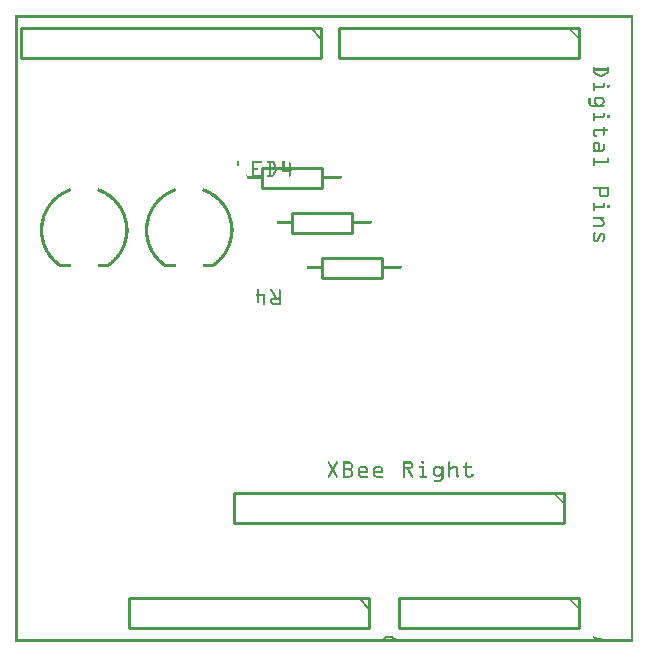
<source format=gto>
G04 MADE WITH FRITZING*
G04 WWW.FRITZING.ORG*
G04 DOUBLE SIDED*
G04 HOLES PLATED*
G04 CONTOUR ON CENTER OF CONTOUR VECTOR*
%ASAXBY*%
%FSLAX23Y23*%
%MOIN*%
%OFA0B0*%
%SFA1.0B1.0*%
%ADD10C,0.010000*%
%ADD11C,0.005000*%
%ADD12R,0.001000X0.001000*%
%LNSILK1*%
G90*
G70*
G54D10*
X1018Y2046D02*
X18Y2046D01*
D02*
X18Y2046D02*
X18Y1946D01*
D02*
X18Y1946D02*
X1018Y1946D01*
D02*
X1018Y1946D02*
X1018Y2046D01*
G54D11*
D02*
X983Y2046D02*
X1018Y2011D01*
G54D10*
D02*
X1179Y146D02*
X379Y146D01*
D02*
X379Y146D02*
X379Y46D01*
D02*
X379Y46D02*
X1179Y46D01*
D02*
X1179Y46D02*
X1179Y146D01*
G54D11*
D02*
X1144Y146D02*
X1179Y111D01*
G54D10*
D02*
X1879Y146D02*
X1279Y146D01*
D02*
X1279Y146D02*
X1279Y46D01*
D02*
X1279Y46D02*
X1879Y46D01*
D02*
X1879Y46D02*
X1879Y146D01*
D02*
X1879Y2046D02*
X1079Y2046D01*
D02*
X1079Y2046D02*
X1079Y1946D01*
D02*
X1079Y1946D02*
X1879Y1946D01*
D02*
X1879Y1946D02*
X1879Y2046D01*
D02*
X1829Y496D02*
X729Y496D01*
D02*
X729Y496D02*
X729Y396D01*
D02*
X729Y396D02*
X1829Y396D01*
D02*
X1829Y396D02*
X1829Y496D01*
D02*
X1220Y1213D02*
X1020Y1213D01*
D02*
X1020Y1213D02*
X1020Y1279D01*
D02*
X1020Y1279D02*
X1220Y1279D01*
D02*
X1220Y1279D02*
X1220Y1213D01*
D02*
X1120Y1363D02*
X920Y1363D01*
D02*
X920Y1363D02*
X920Y1429D01*
D02*
X920Y1429D02*
X1120Y1429D01*
D02*
X1120Y1429D02*
X1120Y1363D01*
D02*
X1020Y1513D02*
X820Y1513D01*
D02*
X820Y1513D02*
X820Y1579D01*
D02*
X820Y1579D02*
X1020Y1579D01*
D02*
X1020Y1579D02*
X1020Y1513D01*
G54D12*
X0Y2088D02*
X2058Y2088D01*
X0Y2087D02*
X2058Y2087D01*
X0Y2086D02*
X2058Y2086D01*
X0Y2085D02*
X2058Y2085D01*
X0Y2084D02*
X2058Y2084D01*
X0Y2083D02*
X2058Y2083D01*
X0Y2082D02*
X2058Y2082D01*
X0Y2081D02*
X2058Y2081D01*
X0Y2080D02*
X7Y2080D01*
X2051Y2080D02*
X2058Y2080D01*
X0Y2079D02*
X7Y2079D01*
X2051Y2079D02*
X2058Y2079D01*
X0Y2078D02*
X7Y2078D01*
X2051Y2078D02*
X2058Y2078D01*
X0Y2077D02*
X7Y2077D01*
X2051Y2077D02*
X2058Y2077D01*
X0Y2076D02*
X7Y2076D01*
X2051Y2076D02*
X2058Y2076D01*
X0Y2075D02*
X7Y2075D01*
X2051Y2075D02*
X2058Y2075D01*
X0Y2074D02*
X7Y2074D01*
X2051Y2074D02*
X2058Y2074D01*
X0Y2073D02*
X7Y2073D01*
X2051Y2073D02*
X2058Y2073D01*
X0Y2072D02*
X7Y2072D01*
X2051Y2072D02*
X2058Y2072D01*
X0Y2071D02*
X7Y2071D01*
X2051Y2071D02*
X2058Y2071D01*
X0Y2070D02*
X7Y2070D01*
X2051Y2070D02*
X2058Y2070D01*
X0Y2069D02*
X7Y2069D01*
X2051Y2069D02*
X2058Y2069D01*
X0Y2068D02*
X7Y2068D01*
X2051Y2068D02*
X2058Y2068D01*
X0Y2067D02*
X7Y2067D01*
X2051Y2067D02*
X2058Y2067D01*
X0Y2066D02*
X7Y2066D01*
X2051Y2066D02*
X2058Y2066D01*
X0Y2065D02*
X7Y2065D01*
X2051Y2065D02*
X2058Y2065D01*
X0Y2064D02*
X7Y2064D01*
X2051Y2064D02*
X2058Y2064D01*
X0Y2063D02*
X7Y2063D01*
X2051Y2063D02*
X2058Y2063D01*
X0Y2062D02*
X7Y2062D01*
X2051Y2062D02*
X2058Y2062D01*
X0Y2061D02*
X7Y2061D01*
X2051Y2061D02*
X2058Y2061D01*
X0Y2060D02*
X7Y2060D01*
X2051Y2060D02*
X2058Y2060D01*
X0Y2059D02*
X7Y2059D01*
X2051Y2059D02*
X2058Y2059D01*
X0Y2058D02*
X7Y2058D01*
X2051Y2058D02*
X2058Y2058D01*
X0Y2057D02*
X7Y2057D01*
X2051Y2057D02*
X2058Y2057D01*
X0Y2056D02*
X7Y2056D01*
X2051Y2056D02*
X2058Y2056D01*
X0Y2055D02*
X7Y2055D01*
X2051Y2055D02*
X2058Y2055D01*
X0Y2054D02*
X7Y2054D01*
X2051Y2054D02*
X2058Y2054D01*
X0Y2053D02*
X7Y2053D01*
X2051Y2053D02*
X2058Y2053D01*
X0Y2052D02*
X7Y2052D01*
X2051Y2052D02*
X2058Y2052D01*
X0Y2051D02*
X7Y2051D01*
X2051Y2051D02*
X2058Y2051D01*
X0Y2050D02*
X7Y2050D01*
X2051Y2050D02*
X2058Y2050D01*
X0Y2049D02*
X7Y2049D01*
X2051Y2049D02*
X2058Y2049D01*
X0Y2048D02*
X7Y2048D01*
X2051Y2048D02*
X2058Y2048D01*
X0Y2047D02*
X7Y2047D01*
X1845Y2047D02*
X1845Y2047D01*
X2051Y2047D02*
X2058Y2047D01*
X0Y2046D02*
X7Y2046D01*
X1844Y2046D02*
X1846Y2046D01*
X2051Y2046D02*
X2058Y2046D01*
X0Y2045D02*
X7Y2045D01*
X1843Y2045D02*
X1847Y2045D01*
X2051Y2045D02*
X2058Y2045D01*
X0Y2044D02*
X7Y2044D01*
X1842Y2044D02*
X1848Y2044D01*
X2051Y2044D02*
X2058Y2044D01*
X0Y2043D02*
X7Y2043D01*
X1843Y2043D02*
X1849Y2043D01*
X2051Y2043D02*
X2058Y2043D01*
X0Y2042D02*
X7Y2042D01*
X1844Y2042D02*
X1850Y2042D01*
X2051Y2042D02*
X2058Y2042D01*
X0Y2041D02*
X7Y2041D01*
X1845Y2041D02*
X1851Y2041D01*
X2051Y2041D02*
X2058Y2041D01*
X0Y2040D02*
X7Y2040D01*
X1846Y2040D02*
X1852Y2040D01*
X2051Y2040D02*
X2058Y2040D01*
X0Y2039D02*
X7Y2039D01*
X1847Y2039D02*
X1853Y2039D01*
X2051Y2039D02*
X2058Y2039D01*
X0Y2038D02*
X7Y2038D01*
X1848Y2038D02*
X1854Y2038D01*
X2051Y2038D02*
X2058Y2038D01*
X0Y2037D02*
X7Y2037D01*
X1849Y2037D02*
X1855Y2037D01*
X2051Y2037D02*
X2058Y2037D01*
X0Y2036D02*
X7Y2036D01*
X1850Y2036D02*
X1856Y2036D01*
X2051Y2036D02*
X2058Y2036D01*
X0Y2035D02*
X7Y2035D01*
X1851Y2035D02*
X1857Y2035D01*
X2051Y2035D02*
X2058Y2035D01*
X0Y2034D02*
X7Y2034D01*
X1852Y2034D02*
X1858Y2034D01*
X2051Y2034D02*
X2058Y2034D01*
X0Y2033D02*
X7Y2033D01*
X1853Y2033D02*
X1859Y2033D01*
X2051Y2033D02*
X2058Y2033D01*
X0Y2032D02*
X7Y2032D01*
X1854Y2032D02*
X1860Y2032D01*
X2051Y2032D02*
X2058Y2032D01*
X0Y2031D02*
X7Y2031D01*
X1855Y2031D02*
X1861Y2031D01*
X2051Y2031D02*
X2058Y2031D01*
X0Y2030D02*
X7Y2030D01*
X1857Y2030D02*
X1862Y2030D01*
X2051Y2030D02*
X2058Y2030D01*
X0Y2029D02*
X7Y2029D01*
X1858Y2029D02*
X1863Y2029D01*
X2051Y2029D02*
X2058Y2029D01*
X0Y2028D02*
X7Y2028D01*
X1859Y2028D02*
X1864Y2028D01*
X2051Y2028D02*
X2058Y2028D01*
X0Y2027D02*
X7Y2027D01*
X1860Y2027D02*
X1865Y2027D01*
X2051Y2027D02*
X2058Y2027D01*
X0Y2026D02*
X7Y2026D01*
X1861Y2026D02*
X1866Y2026D01*
X2051Y2026D02*
X2058Y2026D01*
X0Y2025D02*
X7Y2025D01*
X1862Y2025D02*
X1867Y2025D01*
X2051Y2025D02*
X2058Y2025D01*
X0Y2024D02*
X7Y2024D01*
X1863Y2024D02*
X1868Y2024D01*
X2051Y2024D02*
X2058Y2024D01*
X0Y2023D02*
X7Y2023D01*
X1863Y2023D02*
X1869Y2023D01*
X2051Y2023D02*
X2058Y2023D01*
X0Y2022D02*
X7Y2022D01*
X1864Y2022D02*
X1870Y2022D01*
X2051Y2022D02*
X2058Y2022D01*
X0Y2021D02*
X7Y2021D01*
X1865Y2021D02*
X1871Y2021D01*
X2051Y2021D02*
X2058Y2021D01*
X0Y2020D02*
X7Y2020D01*
X1866Y2020D02*
X1872Y2020D01*
X2051Y2020D02*
X2058Y2020D01*
X0Y2019D02*
X7Y2019D01*
X1867Y2019D02*
X1873Y2019D01*
X2051Y2019D02*
X2058Y2019D01*
X0Y2018D02*
X7Y2018D01*
X1868Y2018D02*
X1874Y2018D01*
X2051Y2018D02*
X2058Y2018D01*
X0Y2017D02*
X7Y2017D01*
X1869Y2017D02*
X1875Y2017D01*
X2051Y2017D02*
X2058Y2017D01*
X0Y2016D02*
X7Y2016D01*
X1870Y2016D02*
X1876Y2016D01*
X2051Y2016D02*
X2058Y2016D01*
X0Y2015D02*
X7Y2015D01*
X1871Y2015D02*
X1877Y2015D01*
X2051Y2015D02*
X2058Y2015D01*
X0Y2014D02*
X7Y2014D01*
X1872Y2014D02*
X1878Y2014D01*
X2051Y2014D02*
X2058Y2014D01*
X0Y2013D02*
X7Y2013D01*
X1873Y2013D02*
X1879Y2013D01*
X2051Y2013D02*
X2058Y2013D01*
X0Y2012D02*
X7Y2012D01*
X1874Y2012D02*
X1879Y2012D01*
X2051Y2012D02*
X2058Y2012D01*
X0Y2011D02*
X7Y2011D01*
X1875Y2011D02*
X1878Y2011D01*
X2051Y2011D02*
X2058Y2011D01*
X0Y2010D02*
X7Y2010D01*
X1876Y2010D02*
X1877Y2010D01*
X2051Y2010D02*
X2058Y2010D01*
X0Y2009D02*
X7Y2009D01*
X2051Y2009D02*
X2058Y2009D01*
X0Y2008D02*
X7Y2008D01*
X2051Y2008D02*
X2058Y2008D01*
X0Y2007D02*
X7Y2007D01*
X2051Y2007D02*
X2058Y2007D01*
X0Y2006D02*
X7Y2006D01*
X2051Y2006D02*
X2058Y2006D01*
X0Y2005D02*
X7Y2005D01*
X2051Y2005D02*
X2058Y2005D01*
X0Y2004D02*
X7Y2004D01*
X2051Y2004D02*
X2058Y2004D01*
X0Y2003D02*
X7Y2003D01*
X2051Y2003D02*
X2058Y2003D01*
X0Y2002D02*
X7Y2002D01*
X2051Y2002D02*
X2058Y2002D01*
X0Y2001D02*
X7Y2001D01*
X2051Y2001D02*
X2058Y2001D01*
X0Y2000D02*
X7Y2000D01*
X2051Y2000D02*
X2058Y2000D01*
X0Y1999D02*
X7Y1999D01*
X2051Y1999D02*
X2058Y1999D01*
X0Y1998D02*
X7Y1998D01*
X2051Y1998D02*
X2058Y1998D01*
X0Y1997D02*
X7Y1997D01*
X2051Y1997D02*
X2058Y1997D01*
X0Y1996D02*
X7Y1996D01*
X2051Y1996D02*
X2058Y1996D01*
X0Y1995D02*
X7Y1995D01*
X2051Y1995D02*
X2058Y1995D01*
X0Y1994D02*
X7Y1994D01*
X2051Y1994D02*
X2058Y1994D01*
X0Y1993D02*
X7Y1993D01*
X2051Y1993D02*
X2058Y1993D01*
X0Y1992D02*
X7Y1992D01*
X2051Y1992D02*
X2058Y1992D01*
X0Y1991D02*
X7Y1991D01*
X2051Y1991D02*
X2058Y1991D01*
X0Y1990D02*
X7Y1990D01*
X2051Y1990D02*
X2058Y1990D01*
X0Y1989D02*
X7Y1989D01*
X2051Y1989D02*
X2058Y1989D01*
X0Y1988D02*
X7Y1988D01*
X2051Y1988D02*
X2058Y1988D01*
X0Y1987D02*
X7Y1987D01*
X2051Y1987D02*
X2058Y1987D01*
X0Y1986D02*
X7Y1986D01*
X2051Y1986D02*
X2058Y1986D01*
X0Y1985D02*
X7Y1985D01*
X2051Y1985D02*
X2058Y1985D01*
X0Y1984D02*
X7Y1984D01*
X2051Y1984D02*
X2058Y1984D01*
X0Y1983D02*
X7Y1983D01*
X2051Y1983D02*
X2058Y1983D01*
X0Y1982D02*
X7Y1982D01*
X2051Y1982D02*
X2058Y1982D01*
X0Y1981D02*
X7Y1981D01*
X2051Y1981D02*
X2058Y1981D01*
X0Y1980D02*
X7Y1980D01*
X2051Y1980D02*
X2058Y1980D01*
X0Y1979D02*
X7Y1979D01*
X2051Y1979D02*
X2058Y1979D01*
X0Y1978D02*
X7Y1978D01*
X2051Y1978D02*
X2058Y1978D01*
X0Y1977D02*
X7Y1977D01*
X2051Y1977D02*
X2058Y1977D01*
X0Y1976D02*
X7Y1976D01*
X2051Y1976D02*
X2058Y1976D01*
X0Y1975D02*
X7Y1975D01*
X2051Y1975D02*
X2058Y1975D01*
X0Y1974D02*
X7Y1974D01*
X2051Y1974D02*
X2058Y1974D01*
X0Y1973D02*
X7Y1973D01*
X2051Y1973D02*
X2058Y1973D01*
X0Y1972D02*
X7Y1972D01*
X2051Y1972D02*
X2058Y1972D01*
X0Y1971D02*
X7Y1971D01*
X2051Y1971D02*
X2058Y1971D01*
X0Y1970D02*
X7Y1970D01*
X2051Y1970D02*
X2058Y1970D01*
X0Y1969D02*
X7Y1969D01*
X2051Y1969D02*
X2058Y1969D01*
X0Y1968D02*
X7Y1968D01*
X2051Y1968D02*
X2058Y1968D01*
X0Y1967D02*
X7Y1967D01*
X2051Y1967D02*
X2058Y1967D01*
X0Y1966D02*
X7Y1966D01*
X2051Y1966D02*
X2058Y1966D01*
X0Y1965D02*
X7Y1965D01*
X2051Y1965D02*
X2058Y1965D01*
X0Y1964D02*
X7Y1964D01*
X2051Y1964D02*
X2058Y1964D01*
X0Y1963D02*
X7Y1963D01*
X2051Y1963D02*
X2058Y1963D01*
X0Y1962D02*
X7Y1962D01*
X2051Y1962D02*
X2058Y1962D01*
X0Y1961D02*
X7Y1961D01*
X2051Y1961D02*
X2058Y1961D01*
X0Y1960D02*
X7Y1960D01*
X2051Y1960D02*
X2058Y1960D01*
X0Y1959D02*
X7Y1959D01*
X2051Y1959D02*
X2058Y1959D01*
X0Y1958D02*
X7Y1958D01*
X2051Y1958D02*
X2058Y1958D01*
X0Y1957D02*
X7Y1957D01*
X2051Y1957D02*
X2058Y1957D01*
X0Y1956D02*
X7Y1956D01*
X2051Y1956D02*
X2058Y1956D01*
X0Y1955D02*
X7Y1955D01*
X2051Y1955D02*
X2058Y1955D01*
X0Y1954D02*
X7Y1954D01*
X2051Y1954D02*
X2058Y1954D01*
X0Y1953D02*
X7Y1953D01*
X2051Y1953D02*
X2058Y1953D01*
X0Y1952D02*
X7Y1952D01*
X2051Y1952D02*
X2058Y1952D01*
X0Y1951D02*
X7Y1951D01*
X2051Y1951D02*
X2058Y1951D01*
X0Y1950D02*
X7Y1950D01*
X2051Y1950D02*
X2058Y1950D01*
X0Y1949D02*
X7Y1949D01*
X2051Y1949D02*
X2058Y1949D01*
X0Y1948D02*
X7Y1948D01*
X2051Y1948D02*
X2058Y1948D01*
X0Y1947D02*
X7Y1947D01*
X2051Y1947D02*
X2058Y1947D01*
X0Y1946D02*
X7Y1946D01*
X2051Y1946D02*
X2058Y1946D01*
X0Y1945D02*
X7Y1945D01*
X2051Y1945D02*
X2058Y1945D01*
X0Y1944D02*
X7Y1944D01*
X2051Y1944D02*
X2058Y1944D01*
X0Y1943D02*
X7Y1943D01*
X2051Y1943D02*
X2058Y1943D01*
X0Y1942D02*
X7Y1942D01*
X2051Y1942D02*
X2058Y1942D01*
X0Y1941D02*
X7Y1941D01*
X2051Y1941D02*
X2058Y1941D01*
X0Y1940D02*
X7Y1940D01*
X2051Y1940D02*
X2058Y1940D01*
X0Y1939D02*
X7Y1939D01*
X2051Y1939D02*
X2058Y1939D01*
X0Y1938D02*
X7Y1938D01*
X2051Y1938D02*
X2058Y1938D01*
X0Y1937D02*
X7Y1937D01*
X2051Y1937D02*
X2058Y1937D01*
X0Y1936D02*
X7Y1936D01*
X2051Y1936D02*
X2058Y1936D01*
X0Y1935D02*
X7Y1935D01*
X2051Y1935D02*
X2058Y1935D01*
X0Y1934D02*
X7Y1934D01*
X2051Y1934D02*
X2058Y1934D01*
X0Y1933D02*
X7Y1933D01*
X2051Y1933D02*
X2058Y1933D01*
X0Y1932D02*
X7Y1932D01*
X2051Y1932D02*
X2058Y1932D01*
X0Y1931D02*
X7Y1931D01*
X2051Y1931D02*
X2058Y1931D01*
X0Y1930D02*
X7Y1930D01*
X2051Y1930D02*
X2058Y1930D01*
X0Y1929D02*
X7Y1929D01*
X2051Y1929D02*
X2058Y1929D01*
X0Y1928D02*
X7Y1928D01*
X2051Y1928D02*
X2058Y1928D01*
X0Y1927D02*
X7Y1927D01*
X2051Y1927D02*
X2058Y1927D01*
X0Y1926D02*
X7Y1926D01*
X2051Y1926D02*
X2058Y1926D01*
X0Y1925D02*
X7Y1925D01*
X2051Y1925D02*
X2058Y1925D01*
X0Y1924D02*
X7Y1924D01*
X2051Y1924D02*
X2058Y1924D01*
X0Y1923D02*
X7Y1923D01*
X2051Y1923D02*
X2058Y1923D01*
X0Y1922D02*
X7Y1922D01*
X2051Y1922D02*
X2058Y1922D01*
X0Y1921D02*
X7Y1921D01*
X2051Y1921D02*
X2058Y1921D01*
X0Y1920D02*
X7Y1920D01*
X2051Y1920D02*
X2058Y1920D01*
X0Y1919D02*
X7Y1919D01*
X2051Y1919D02*
X2058Y1919D01*
X0Y1918D02*
X7Y1918D01*
X1927Y1918D02*
X1928Y1918D01*
X1974Y1918D02*
X1975Y1918D01*
X2051Y1918D02*
X2058Y1918D01*
X0Y1917D02*
X7Y1917D01*
X1926Y1917D02*
X1930Y1917D01*
X1973Y1917D02*
X1977Y1917D01*
X2051Y1917D02*
X2058Y1917D01*
X0Y1916D02*
X7Y1916D01*
X1925Y1916D02*
X1930Y1916D01*
X1972Y1916D02*
X1977Y1916D01*
X2051Y1916D02*
X2058Y1916D01*
X0Y1915D02*
X7Y1915D01*
X1925Y1915D02*
X1930Y1915D01*
X1972Y1915D02*
X1978Y1915D01*
X2051Y1915D02*
X2058Y1915D01*
X0Y1914D02*
X7Y1914D01*
X1925Y1914D02*
X1931Y1914D01*
X1972Y1914D02*
X1978Y1914D01*
X2051Y1914D02*
X2058Y1914D01*
X0Y1913D02*
X7Y1913D01*
X1925Y1913D02*
X1931Y1913D01*
X1972Y1913D02*
X1978Y1913D01*
X2051Y1913D02*
X2058Y1913D01*
X0Y1912D02*
X7Y1912D01*
X1925Y1912D02*
X1931Y1912D01*
X1972Y1912D02*
X1978Y1912D01*
X2051Y1912D02*
X2058Y1912D01*
X0Y1911D02*
X7Y1911D01*
X1925Y1911D02*
X1978Y1911D01*
X2051Y1911D02*
X2058Y1911D01*
X0Y1910D02*
X7Y1910D01*
X1925Y1910D02*
X1978Y1910D01*
X2051Y1910D02*
X2058Y1910D01*
X0Y1909D02*
X7Y1909D01*
X1925Y1909D02*
X1978Y1909D01*
X2051Y1909D02*
X2058Y1909D01*
X0Y1908D02*
X7Y1908D01*
X1925Y1908D02*
X1978Y1908D01*
X2051Y1908D02*
X2058Y1908D01*
X0Y1907D02*
X7Y1907D01*
X1925Y1907D02*
X1978Y1907D01*
X2051Y1907D02*
X2058Y1907D01*
X0Y1906D02*
X7Y1906D01*
X1925Y1906D02*
X1978Y1906D01*
X2051Y1906D02*
X2058Y1906D01*
X0Y1905D02*
X7Y1905D01*
X1925Y1905D02*
X1978Y1905D01*
X2051Y1905D02*
X2058Y1905D01*
X0Y1904D02*
X7Y1904D01*
X1925Y1904D02*
X1931Y1904D01*
X1972Y1904D02*
X1978Y1904D01*
X2051Y1904D02*
X2058Y1904D01*
X0Y1903D02*
X7Y1903D01*
X1925Y1903D02*
X1931Y1903D01*
X1972Y1903D02*
X1978Y1903D01*
X2051Y1903D02*
X2058Y1903D01*
X0Y1902D02*
X7Y1902D01*
X1925Y1902D02*
X1931Y1902D01*
X1972Y1902D02*
X1978Y1902D01*
X2051Y1902D02*
X2058Y1902D01*
X0Y1901D02*
X7Y1901D01*
X1925Y1901D02*
X1931Y1901D01*
X1972Y1901D02*
X1978Y1901D01*
X2051Y1901D02*
X2058Y1901D01*
X0Y1900D02*
X7Y1900D01*
X1925Y1900D02*
X1931Y1900D01*
X1971Y1900D02*
X1978Y1900D01*
X2051Y1900D02*
X2058Y1900D01*
X0Y1899D02*
X7Y1899D01*
X1925Y1899D02*
X1932Y1899D01*
X1970Y1899D02*
X1977Y1899D01*
X2051Y1899D02*
X2058Y1899D01*
X0Y1898D02*
X7Y1898D01*
X1925Y1898D02*
X1934Y1898D01*
X1968Y1898D02*
X1977Y1898D01*
X2051Y1898D02*
X2058Y1898D01*
X0Y1897D02*
X7Y1897D01*
X1926Y1897D02*
X1936Y1897D01*
X1966Y1897D02*
X1976Y1897D01*
X2051Y1897D02*
X2058Y1897D01*
X0Y1896D02*
X7Y1896D01*
X1926Y1896D02*
X1938Y1896D01*
X1964Y1896D02*
X1976Y1896D01*
X2051Y1896D02*
X2058Y1896D01*
X0Y1895D02*
X7Y1895D01*
X1927Y1895D02*
X1940Y1895D01*
X1962Y1895D02*
X1975Y1895D01*
X2051Y1895D02*
X2058Y1895D01*
X0Y1894D02*
X7Y1894D01*
X1928Y1894D02*
X1942Y1894D01*
X1960Y1894D02*
X1974Y1894D01*
X2051Y1894D02*
X2058Y1894D01*
X0Y1893D02*
X7Y1893D01*
X1929Y1893D02*
X1944Y1893D01*
X1958Y1893D02*
X1973Y1893D01*
X2051Y1893D02*
X2058Y1893D01*
X0Y1892D02*
X7Y1892D01*
X1931Y1892D02*
X1946Y1892D01*
X1957Y1892D02*
X1971Y1892D01*
X2051Y1892D02*
X2058Y1892D01*
X0Y1891D02*
X7Y1891D01*
X1933Y1891D02*
X1948Y1891D01*
X1954Y1891D02*
X1969Y1891D01*
X2051Y1891D02*
X2058Y1891D01*
X0Y1890D02*
X7Y1890D01*
X1935Y1890D02*
X1967Y1890D01*
X2051Y1890D02*
X2058Y1890D01*
X0Y1889D02*
X7Y1889D01*
X1937Y1889D02*
X1965Y1889D01*
X2051Y1889D02*
X2058Y1889D01*
X0Y1888D02*
X7Y1888D01*
X1939Y1888D02*
X1963Y1888D01*
X2051Y1888D02*
X2058Y1888D01*
X0Y1887D02*
X7Y1887D01*
X1941Y1887D02*
X1961Y1887D01*
X2051Y1887D02*
X2058Y1887D01*
X0Y1886D02*
X7Y1886D01*
X1943Y1886D02*
X1959Y1886D01*
X2051Y1886D02*
X2058Y1886D01*
X0Y1885D02*
X7Y1885D01*
X1945Y1885D02*
X1957Y1885D01*
X2051Y1885D02*
X2058Y1885D01*
X0Y1884D02*
X7Y1884D01*
X1948Y1884D02*
X1954Y1884D01*
X2051Y1884D02*
X2058Y1884D01*
X0Y1883D02*
X7Y1883D01*
X2051Y1883D02*
X2058Y1883D01*
X0Y1882D02*
X7Y1882D01*
X2051Y1882D02*
X2058Y1882D01*
X0Y1881D02*
X7Y1881D01*
X2051Y1881D02*
X2058Y1881D01*
X0Y1880D02*
X7Y1880D01*
X2051Y1880D02*
X2058Y1880D01*
X0Y1879D02*
X7Y1879D01*
X2051Y1879D02*
X2058Y1879D01*
X0Y1878D02*
X7Y1878D01*
X2051Y1878D02*
X2058Y1878D01*
X0Y1877D02*
X7Y1877D01*
X2051Y1877D02*
X2058Y1877D01*
X0Y1876D02*
X7Y1876D01*
X2051Y1876D02*
X2058Y1876D01*
X0Y1875D02*
X7Y1875D01*
X2051Y1875D02*
X2058Y1875D01*
X0Y1874D02*
X7Y1874D01*
X2051Y1874D02*
X2058Y1874D01*
X0Y1873D02*
X7Y1873D01*
X2051Y1873D02*
X2058Y1873D01*
X0Y1872D02*
X7Y1872D01*
X2051Y1872D02*
X2058Y1872D01*
X0Y1871D02*
X7Y1871D01*
X2051Y1871D02*
X2058Y1871D01*
X0Y1870D02*
X7Y1870D01*
X2051Y1870D02*
X2058Y1870D01*
X0Y1869D02*
X7Y1869D01*
X2051Y1869D02*
X2058Y1869D01*
X0Y1868D02*
X7Y1868D01*
X2051Y1868D02*
X2058Y1868D01*
X0Y1867D02*
X7Y1867D01*
X2051Y1867D02*
X2058Y1867D01*
X0Y1866D02*
X7Y1866D01*
X2051Y1866D02*
X2058Y1866D01*
X0Y1865D02*
X7Y1865D01*
X2051Y1865D02*
X2058Y1865D01*
X0Y1864D02*
X7Y1864D01*
X1926Y1864D02*
X1929Y1864D01*
X1959Y1864D02*
X1961Y1864D01*
X2051Y1864D02*
X2058Y1864D01*
X0Y1863D02*
X7Y1863D01*
X1925Y1863D02*
X1930Y1863D01*
X1958Y1863D02*
X1962Y1863D01*
X2051Y1863D02*
X2058Y1863D01*
X0Y1862D02*
X7Y1862D01*
X1925Y1862D02*
X1930Y1862D01*
X1957Y1862D02*
X1963Y1862D01*
X2051Y1862D02*
X2058Y1862D01*
X0Y1861D02*
X7Y1861D01*
X1925Y1861D02*
X1931Y1861D01*
X1957Y1861D02*
X1963Y1861D01*
X2051Y1861D02*
X2058Y1861D01*
X0Y1860D02*
X7Y1860D01*
X1925Y1860D02*
X1931Y1860D01*
X1957Y1860D02*
X1963Y1860D01*
X2051Y1860D02*
X2058Y1860D01*
X0Y1859D02*
X7Y1859D01*
X1925Y1859D02*
X1931Y1859D01*
X1957Y1859D02*
X1963Y1859D01*
X2051Y1859D02*
X2058Y1859D01*
X0Y1858D02*
X7Y1858D01*
X1925Y1858D02*
X1931Y1858D01*
X1957Y1858D02*
X1963Y1858D01*
X2051Y1858D02*
X2058Y1858D01*
X0Y1857D02*
X7Y1857D01*
X1925Y1857D02*
X1931Y1857D01*
X1957Y1857D02*
X1963Y1857D01*
X1973Y1857D02*
X1979Y1857D01*
X2051Y1857D02*
X2058Y1857D01*
X0Y1856D02*
X7Y1856D01*
X1925Y1856D02*
X1931Y1856D01*
X1957Y1856D02*
X1963Y1856D01*
X1972Y1856D02*
X1980Y1856D01*
X2051Y1856D02*
X2058Y1856D01*
X0Y1855D02*
X7Y1855D01*
X1925Y1855D02*
X1931Y1855D01*
X1957Y1855D02*
X1963Y1855D01*
X1972Y1855D02*
X1980Y1855D01*
X2051Y1855D02*
X2058Y1855D01*
X0Y1854D02*
X7Y1854D01*
X1925Y1854D02*
X1963Y1854D01*
X1972Y1854D02*
X1981Y1854D01*
X2051Y1854D02*
X2058Y1854D01*
X0Y1853D02*
X7Y1853D01*
X1925Y1853D02*
X1963Y1853D01*
X1972Y1853D02*
X1981Y1853D01*
X2051Y1853D02*
X2058Y1853D01*
X0Y1852D02*
X7Y1852D01*
X1925Y1852D02*
X1963Y1852D01*
X1972Y1852D02*
X1981Y1852D01*
X2051Y1852D02*
X2058Y1852D01*
X0Y1851D02*
X7Y1851D01*
X1925Y1851D02*
X1963Y1851D01*
X1972Y1851D02*
X1981Y1851D01*
X2051Y1851D02*
X2058Y1851D01*
X0Y1850D02*
X7Y1850D01*
X1925Y1850D02*
X1963Y1850D01*
X1972Y1850D02*
X1980Y1850D01*
X2051Y1850D02*
X2058Y1850D01*
X0Y1849D02*
X7Y1849D01*
X1925Y1849D02*
X1962Y1849D01*
X1972Y1849D02*
X1980Y1849D01*
X2051Y1849D02*
X2058Y1849D01*
X0Y1848D02*
X7Y1848D01*
X1925Y1848D02*
X1962Y1848D01*
X1973Y1848D02*
X1979Y1848D01*
X2051Y1848D02*
X2058Y1848D01*
X0Y1847D02*
X7Y1847D01*
X1925Y1847D02*
X1931Y1847D01*
X2051Y1847D02*
X2058Y1847D01*
X0Y1846D02*
X7Y1846D01*
X1925Y1846D02*
X1931Y1846D01*
X2051Y1846D02*
X2058Y1846D01*
X0Y1845D02*
X7Y1845D01*
X1925Y1845D02*
X1931Y1845D01*
X2051Y1845D02*
X2058Y1845D01*
X0Y1844D02*
X7Y1844D01*
X1925Y1844D02*
X1931Y1844D01*
X2051Y1844D02*
X2058Y1844D01*
X0Y1843D02*
X7Y1843D01*
X1925Y1843D02*
X1931Y1843D01*
X2051Y1843D02*
X2058Y1843D01*
X0Y1842D02*
X7Y1842D01*
X1925Y1842D02*
X1931Y1842D01*
X2051Y1842D02*
X2058Y1842D01*
X0Y1841D02*
X7Y1841D01*
X1925Y1841D02*
X1931Y1841D01*
X2051Y1841D02*
X2058Y1841D01*
X0Y1840D02*
X7Y1840D01*
X1925Y1840D02*
X1930Y1840D01*
X2051Y1840D02*
X2058Y1840D01*
X0Y1839D02*
X7Y1839D01*
X1925Y1839D02*
X1930Y1839D01*
X2051Y1839D02*
X2058Y1839D01*
X0Y1838D02*
X7Y1838D01*
X1926Y1838D02*
X1930Y1838D01*
X2051Y1838D02*
X2058Y1838D01*
X0Y1837D02*
X7Y1837D01*
X1927Y1837D02*
X1928Y1837D01*
X2051Y1837D02*
X2058Y1837D01*
X0Y1836D02*
X7Y1836D01*
X2051Y1836D02*
X2058Y1836D01*
X0Y1835D02*
X7Y1835D01*
X2051Y1835D02*
X2058Y1835D01*
X0Y1834D02*
X7Y1834D01*
X2051Y1834D02*
X2058Y1834D01*
X0Y1833D02*
X7Y1833D01*
X2051Y1833D02*
X2058Y1833D01*
X0Y1832D02*
X7Y1832D01*
X2051Y1832D02*
X2058Y1832D01*
X0Y1831D02*
X7Y1831D01*
X2051Y1831D02*
X2058Y1831D01*
X0Y1830D02*
X7Y1830D01*
X2051Y1830D02*
X2058Y1830D01*
X0Y1829D02*
X7Y1829D01*
X2051Y1829D02*
X2058Y1829D01*
X0Y1828D02*
X7Y1828D01*
X2051Y1828D02*
X2058Y1828D01*
X0Y1827D02*
X7Y1827D01*
X2051Y1827D02*
X2058Y1827D01*
X0Y1826D02*
X7Y1826D01*
X2051Y1826D02*
X2058Y1826D01*
X0Y1825D02*
X7Y1825D01*
X2051Y1825D02*
X2058Y1825D01*
X0Y1824D02*
X7Y1824D01*
X2051Y1824D02*
X2058Y1824D01*
X0Y1823D02*
X7Y1823D01*
X2051Y1823D02*
X2058Y1823D01*
X0Y1822D02*
X7Y1822D01*
X2051Y1822D02*
X2058Y1822D01*
X0Y1821D02*
X7Y1821D01*
X2051Y1821D02*
X2058Y1821D01*
X0Y1820D02*
X7Y1820D01*
X2051Y1820D02*
X2058Y1820D01*
X0Y1819D02*
X7Y1819D01*
X2051Y1819D02*
X2058Y1819D01*
X0Y1818D02*
X7Y1818D01*
X2051Y1818D02*
X2058Y1818D01*
X0Y1817D02*
X7Y1817D01*
X1936Y1817D02*
X1954Y1817D01*
X2051Y1817D02*
X2058Y1817D01*
X0Y1816D02*
X7Y1816D01*
X1934Y1816D02*
X1956Y1816D01*
X2051Y1816D02*
X2058Y1816D01*
X0Y1815D02*
X7Y1815D01*
X1933Y1815D02*
X1957Y1815D01*
X2051Y1815D02*
X2058Y1815D01*
X0Y1814D02*
X7Y1814D01*
X1912Y1814D02*
X1914Y1814D01*
X1932Y1814D02*
X1958Y1814D01*
X2051Y1814D02*
X2058Y1814D01*
X0Y1813D02*
X7Y1813D01*
X1911Y1813D02*
X1915Y1813D01*
X1931Y1813D02*
X1959Y1813D01*
X2051Y1813D02*
X2058Y1813D01*
X0Y1812D02*
X7Y1812D01*
X1910Y1812D02*
X1916Y1812D01*
X1930Y1812D02*
X1960Y1812D01*
X2051Y1812D02*
X2058Y1812D01*
X0Y1811D02*
X7Y1811D01*
X1910Y1811D02*
X1916Y1811D01*
X1930Y1811D02*
X1961Y1811D01*
X2051Y1811D02*
X2058Y1811D01*
X0Y1810D02*
X7Y1810D01*
X1910Y1810D02*
X1916Y1810D01*
X1929Y1810D02*
X1937Y1810D01*
X1953Y1810D02*
X1962Y1810D01*
X2051Y1810D02*
X2058Y1810D01*
X0Y1809D02*
X7Y1809D01*
X1910Y1809D02*
X1916Y1809D01*
X1928Y1809D02*
X1936Y1809D01*
X1955Y1809D02*
X1962Y1809D01*
X2051Y1809D02*
X2058Y1809D01*
X0Y1808D02*
X7Y1808D01*
X1910Y1808D02*
X1916Y1808D01*
X1928Y1808D02*
X1935Y1808D01*
X1955Y1808D02*
X1962Y1808D01*
X2051Y1808D02*
X2058Y1808D01*
X0Y1807D02*
X7Y1807D01*
X1910Y1807D02*
X1916Y1807D01*
X1928Y1807D02*
X1934Y1807D01*
X1956Y1807D02*
X1963Y1807D01*
X2051Y1807D02*
X2058Y1807D01*
X0Y1806D02*
X7Y1806D01*
X1910Y1806D02*
X1916Y1806D01*
X1928Y1806D02*
X1934Y1806D01*
X1957Y1806D02*
X1963Y1806D01*
X2051Y1806D02*
X2058Y1806D01*
X0Y1805D02*
X7Y1805D01*
X1910Y1805D02*
X1916Y1805D01*
X1927Y1805D02*
X1934Y1805D01*
X1957Y1805D02*
X1963Y1805D01*
X2051Y1805D02*
X2058Y1805D01*
X0Y1804D02*
X7Y1804D01*
X1910Y1804D02*
X1916Y1804D01*
X1927Y1804D02*
X1933Y1804D01*
X1957Y1804D02*
X1963Y1804D01*
X2051Y1804D02*
X2058Y1804D01*
X0Y1803D02*
X7Y1803D01*
X1910Y1803D02*
X1916Y1803D01*
X1927Y1803D02*
X1933Y1803D01*
X1957Y1803D02*
X1963Y1803D01*
X2051Y1803D02*
X2058Y1803D01*
X0Y1802D02*
X7Y1802D01*
X1910Y1802D02*
X1916Y1802D01*
X1927Y1802D02*
X1933Y1802D01*
X1957Y1802D02*
X1963Y1802D01*
X2051Y1802D02*
X2058Y1802D01*
X0Y1801D02*
X7Y1801D01*
X1910Y1801D02*
X1916Y1801D01*
X1927Y1801D02*
X1933Y1801D01*
X1957Y1801D02*
X1963Y1801D01*
X2051Y1801D02*
X2058Y1801D01*
X0Y1800D02*
X7Y1800D01*
X1910Y1800D02*
X1916Y1800D01*
X1927Y1800D02*
X1933Y1800D01*
X1957Y1800D02*
X1963Y1800D01*
X2051Y1800D02*
X2058Y1800D01*
X0Y1799D02*
X7Y1799D01*
X1910Y1799D02*
X1916Y1799D01*
X1927Y1799D02*
X1934Y1799D01*
X1957Y1799D02*
X1963Y1799D01*
X2051Y1799D02*
X2058Y1799D01*
X0Y1798D02*
X7Y1798D01*
X1910Y1798D02*
X1916Y1798D01*
X1928Y1798D02*
X1934Y1798D01*
X1956Y1798D02*
X1963Y1798D01*
X2051Y1798D02*
X2058Y1798D01*
X0Y1797D02*
X7Y1797D01*
X1910Y1797D02*
X1916Y1797D01*
X1928Y1797D02*
X1935Y1797D01*
X1956Y1797D02*
X1963Y1797D01*
X2051Y1797D02*
X2058Y1797D01*
X0Y1796D02*
X7Y1796D01*
X1910Y1796D02*
X1916Y1796D01*
X1928Y1796D02*
X1935Y1796D01*
X1955Y1796D02*
X1962Y1796D01*
X2051Y1796D02*
X2058Y1796D01*
X0Y1795D02*
X7Y1795D01*
X1910Y1795D02*
X1916Y1795D01*
X1929Y1795D02*
X1936Y1795D01*
X1954Y1795D02*
X1962Y1795D01*
X2051Y1795D02*
X2058Y1795D01*
X0Y1794D02*
X7Y1794D01*
X1910Y1794D02*
X1917Y1794D01*
X1929Y1794D02*
X1937Y1794D01*
X1953Y1794D02*
X1961Y1794D01*
X2051Y1794D02*
X2058Y1794D01*
X0Y1793D02*
X7Y1793D01*
X1910Y1793D02*
X1917Y1793D01*
X1930Y1793D02*
X1938Y1793D01*
X1952Y1793D02*
X1961Y1793D01*
X2051Y1793D02*
X2058Y1793D01*
X0Y1792D02*
X7Y1792D01*
X1911Y1792D02*
X1918Y1792D01*
X1931Y1792D02*
X1939Y1792D01*
X1951Y1792D02*
X1960Y1792D01*
X2051Y1792D02*
X2058Y1792D01*
X0Y1791D02*
X7Y1791D01*
X1911Y1791D02*
X1919Y1791D01*
X1931Y1791D02*
X1940Y1791D01*
X1950Y1791D02*
X1959Y1791D01*
X2051Y1791D02*
X2058Y1791D01*
X0Y1790D02*
X7Y1790D01*
X1912Y1790D02*
X1960Y1790D01*
X2051Y1790D02*
X2058Y1790D01*
X0Y1789D02*
X7Y1789D01*
X1913Y1789D02*
X1962Y1789D01*
X2051Y1789D02*
X2058Y1789D01*
X0Y1788D02*
X7Y1788D01*
X1913Y1788D02*
X1963Y1788D01*
X2051Y1788D02*
X2058Y1788D01*
X0Y1787D02*
X7Y1787D01*
X1914Y1787D02*
X1963Y1787D01*
X2051Y1787D02*
X2058Y1787D01*
X0Y1786D02*
X7Y1786D01*
X1915Y1786D02*
X1963Y1786D01*
X2051Y1786D02*
X2058Y1786D01*
X0Y1785D02*
X7Y1785D01*
X1917Y1785D02*
X1962Y1785D01*
X2051Y1785D02*
X2058Y1785D01*
X0Y1784D02*
X7Y1784D01*
X1918Y1784D02*
X1962Y1784D01*
X2051Y1784D02*
X2058Y1784D01*
X0Y1783D02*
X7Y1783D01*
X2051Y1783D02*
X2058Y1783D01*
X0Y1782D02*
X7Y1782D01*
X2051Y1782D02*
X2058Y1782D01*
X0Y1781D02*
X7Y1781D01*
X2051Y1781D02*
X2058Y1781D01*
X0Y1780D02*
X7Y1780D01*
X2051Y1780D02*
X2058Y1780D01*
X0Y1779D02*
X7Y1779D01*
X2051Y1779D02*
X2058Y1779D01*
X0Y1778D02*
X7Y1778D01*
X2051Y1778D02*
X2058Y1778D01*
X0Y1777D02*
X7Y1777D01*
X2051Y1777D02*
X2058Y1777D01*
X0Y1776D02*
X7Y1776D01*
X2051Y1776D02*
X2058Y1776D01*
X0Y1775D02*
X7Y1775D01*
X2051Y1775D02*
X2058Y1775D01*
X0Y1774D02*
X7Y1774D01*
X2051Y1774D02*
X2058Y1774D01*
X0Y1773D02*
X7Y1773D01*
X2051Y1773D02*
X2058Y1773D01*
X0Y1772D02*
X7Y1772D01*
X2051Y1772D02*
X2058Y1772D01*
X0Y1771D02*
X7Y1771D01*
X2051Y1771D02*
X2058Y1771D01*
X0Y1770D02*
X7Y1770D01*
X2051Y1770D02*
X2058Y1770D01*
X0Y1769D02*
X7Y1769D01*
X2051Y1769D02*
X2058Y1769D01*
X0Y1768D02*
X7Y1768D01*
X2051Y1768D02*
X2058Y1768D01*
X0Y1767D02*
X7Y1767D01*
X2051Y1767D02*
X2058Y1767D01*
X0Y1766D02*
X7Y1766D01*
X2051Y1766D02*
X2058Y1766D01*
X0Y1765D02*
X7Y1765D01*
X2051Y1765D02*
X2058Y1765D01*
X0Y1764D02*
X7Y1764D01*
X1927Y1764D02*
X1928Y1764D01*
X1960Y1764D02*
X1960Y1764D01*
X2051Y1764D02*
X2058Y1764D01*
X0Y1763D02*
X7Y1763D01*
X1926Y1763D02*
X1930Y1763D01*
X1958Y1763D02*
X1962Y1763D01*
X2051Y1763D02*
X2058Y1763D01*
X0Y1762D02*
X7Y1762D01*
X1925Y1762D02*
X1930Y1762D01*
X1957Y1762D02*
X1963Y1762D01*
X2051Y1762D02*
X2058Y1762D01*
X0Y1761D02*
X7Y1761D01*
X1925Y1761D02*
X1930Y1761D01*
X1957Y1761D02*
X1963Y1761D01*
X2051Y1761D02*
X2058Y1761D01*
X0Y1760D02*
X7Y1760D01*
X1925Y1760D02*
X1931Y1760D01*
X1957Y1760D02*
X1963Y1760D01*
X2051Y1760D02*
X2058Y1760D01*
X0Y1759D02*
X7Y1759D01*
X1925Y1759D02*
X1931Y1759D01*
X1957Y1759D02*
X1963Y1759D01*
X2051Y1759D02*
X2058Y1759D01*
X0Y1758D02*
X7Y1758D01*
X1925Y1758D02*
X1931Y1758D01*
X1957Y1758D02*
X1963Y1758D01*
X2051Y1758D02*
X2058Y1758D01*
X0Y1757D02*
X7Y1757D01*
X1925Y1757D02*
X1931Y1757D01*
X1957Y1757D02*
X1963Y1757D01*
X1974Y1757D02*
X1978Y1757D01*
X2051Y1757D02*
X2058Y1757D01*
X0Y1756D02*
X7Y1756D01*
X1925Y1756D02*
X1931Y1756D01*
X1957Y1756D02*
X1963Y1756D01*
X1973Y1756D02*
X1980Y1756D01*
X2051Y1756D02*
X2058Y1756D01*
X0Y1755D02*
X7Y1755D01*
X1925Y1755D02*
X1931Y1755D01*
X1957Y1755D02*
X1963Y1755D01*
X1972Y1755D02*
X1980Y1755D01*
X2051Y1755D02*
X2058Y1755D01*
X0Y1754D02*
X7Y1754D01*
X1925Y1754D02*
X1931Y1754D01*
X1957Y1754D02*
X1963Y1754D01*
X1972Y1754D02*
X1981Y1754D01*
X2051Y1754D02*
X2058Y1754D01*
X0Y1753D02*
X7Y1753D01*
X1925Y1753D02*
X1963Y1753D01*
X1972Y1753D02*
X1981Y1753D01*
X2051Y1753D02*
X2058Y1753D01*
X0Y1752D02*
X7Y1752D01*
X1925Y1752D02*
X1963Y1752D01*
X1972Y1752D02*
X1981Y1752D01*
X2051Y1752D02*
X2058Y1752D01*
X0Y1751D02*
X7Y1751D01*
X1925Y1751D02*
X1963Y1751D01*
X1972Y1751D02*
X1981Y1751D01*
X2051Y1751D02*
X2058Y1751D01*
X0Y1750D02*
X7Y1750D01*
X1925Y1750D02*
X1963Y1750D01*
X1972Y1750D02*
X1981Y1750D01*
X2051Y1750D02*
X2058Y1750D01*
X0Y1749D02*
X7Y1749D01*
X1925Y1749D02*
X1963Y1749D01*
X1972Y1749D02*
X1980Y1749D01*
X2051Y1749D02*
X2058Y1749D01*
X0Y1748D02*
X7Y1748D01*
X1925Y1748D02*
X1962Y1748D01*
X1973Y1748D02*
X1980Y1748D01*
X2051Y1748D02*
X2058Y1748D01*
X0Y1747D02*
X7Y1747D01*
X1925Y1747D02*
X1961Y1747D01*
X1974Y1747D02*
X1978Y1747D01*
X2051Y1747D02*
X2058Y1747D01*
X0Y1746D02*
X7Y1746D01*
X1925Y1746D02*
X1931Y1746D01*
X2051Y1746D02*
X2058Y1746D01*
X0Y1745D02*
X7Y1745D01*
X1925Y1745D02*
X1931Y1745D01*
X2051Y1745D02*
X2058Y1745D01*
X0Y1744D02*
X7Y1744D01*
X1925Y1744D02*
X1931Y1744D01*
X2051Y1744D02*
X2058Y1744D01*
X0Y1743D02*
X7Y1743D01*
X1925Y1743D02*
X1931Y1743D01*
X2051Y1743D02*
X2058Y1743D01*
X0Y1742D02*
X7Y1742D01*
X1925Y1742D02*
X1931Y1742D01*
X2051Y1742D02*
X2058Y1742D01*
X0Y1741D02*
X7Y1741D01*
X1925Y1741D02*
X1931Y1741D01*
X2051Y1741D02*
X2058Y1741D01*
X0Y1740D02*
X7Y1740D01*
X1925Y1740D02*
X1931Y1740D01*
X2051Y1740D02*
X2058Y1740D01*
X0Y1739D02*
X7Y1739D01*
X1925Y1739D02*
X1930Y1739D01*
X2051Y1739D02*
X2058Y1739D01*
X0Y1738D02*
X7Y1738D01*
X1925Y1738D02*
X1930Y1738D01*
X2051Y1738D02*
X2058Y1738D01*
X0Y1737D02*
X7Y1737D01*
X1926Y1737D02*
X1929Y1737D01*
X2051Y1737D02*
X2058Y1737D01*
X0Y1736D02*
X7Y1736D01*
X2051Y1736D02*
X2058Y1736D01*
X0Y1735D02*
X7Y1735D01*
X2051Y1735D02*
X2058Y1735D01*
X0Y1734D02*
X7Y1734D01*
X2051Y1734D02*
X2058Y1734D01*
X0Y1733D02*
X7Y1733D01*
X2051Y1733D02*
X2058Y1733D01*
X0Y1732D02*
X7Y1732D01*
X2051Y1732D02*
X2058Y1732D01*
X0Y1731D02*
X7Y1731D01*
X2051Y1731D02*
X2058Y1731D01*
X0Y1730D02*
X7Y1730D01*
X2051Y1730D02*
X2058Y1730D01*
X0Y1729D02*
X7Y1729D01*
X2051Y1729D02*
X2058Y1729D01*
X0Y1728D02*
X7Y1728D01*
X2051Y1728D02*
X2058Y1728D01*
X0Y1727D02*
X7Y1727D01*
X2051Y1727D02*
X2058Y1727D01*
X0Y1726D02*
X7Y1726D01*
X2051Y1726D02*
X2058Y1726D01*
X0Y1725D02*
X7Y1725D01*
X2051Y1725D02*
X2058Y1725D01*
X0Y1724D02*
X7Y1724D01*
X2051Y1724D02*
X2058Y1724D01*
X0Y1723D02*
X7Y1723D01*
X2051Y1723D02*
X2058Y1723D01*
X0Y1722D02*
X7Y1722D01*
X2051Y1722D02*
X2058Y1722D01*
X0Y1721D02*
X7Y1721D01*
X2051Y1721D02*
X2058Y1721D01*
X0Y1720D02*
X7Y1720D01*
X2051Y1720D02*
X2058Y1720D01*
X0Y1719D02*
X7Y1719D01*
X2051Y1719D02*
X2058Y1719D01*
X0Y1718D02*
X7Y1718D01*
X2051Y1718D02*
X2058Y1718D01*
X0Y1717D02*
X7Y1717D01*
X1959Y1717D02*
X1961Y1717D01*
X2051Y1717D02*
X2058Y1717D01*
X0Y1716D02*
X7Y1716D01*
X1958Y1716D02*
X1962Y1716D01*
X2051Y1716D02*
X2058Y1716D01*
X0Y1715D02*
X7Y1715D01*
X1957Y1715D02*
X1963Y1715D01*
X2051Y1715D02*
X2058Y1715D01*
X0Y1714D02*
X7Y1714D01*
X1957Y1714D02*
X1963Y1714D01*
X2051Y1714D02*
X2058Y1714D01*
X0Y1713D02*
X7Y1713D01*
X1957Y1713D02*
X1963Y1713D01*
X2051Y1713D02*
X2058Y1713D01*
X0Y1712D02*
X7Y1712D01*
X1957Y1712D02*
X1963Y1712D01*
X2051Y1712D02*
X2058Y1712D01*
X0Y1711D02*
X7Y1711D01*
X1957Y1711D02*
X1963Y1711D01*
X2051Y1711D02*
X2058Y1711D01*
X0Y1710D02*
X7Y1710D01*
X1932Y1710D02*
X1973Y1710D01*
X2051Y1710D02*
X2058Y1710D01*
X0Y1709D02*
X7Y1709D01*
X1930Y1709D02*
X1974Y1709D01*
X2051Y1709D02*
X2058Y1709D01*
X0Y1708D02*
X7Y1708D01*
X1928Y1708D02*
X1975Y1708D01*
X2051Y1708D02*
X2058Y1708D01*
X0Y1707D02*
X7Y1707D01*
X1927Y1707D02*
X1975Y1707D01*
X2051Y1707D02*
X2058Y1707D01*
X0Y1706D02*
X7Y1706D01*
X1926Y1706D02*
X1975Y1706D01*
X2051Y1706D02*
X2058Y1706D01*
X0Y1705D02*
X7Y1705D01*
X1926Y1705D02*
X1974Y1705D01*
X2051Y1705D02*
X2058Y1705D01*
X0Y1704D02*
X7Y1704D01*
X1925Y1704D02*
X1973Y1704D01*
X2051Y1704D02*
X2058Y1704D01*
X0Y1703D02*
X7Y1703D01*
X1925Y1703D02*
X1932Y1703D01*
X1957Y1703D02*
X1963Y1703D01*
X2051Y1703D02*
X2058Y1703D01*
X0Y1702D02*
X7Y1702D01*
X1925Y1702D02*
X1931Y1702D01*
X1957Y1702D02*
X1963Y1702D01*
X2051Y1702D02*
X2058Y1702D01*
X0Y1701D02*
X7Y1701D01*
X1925Y1701D02*
X1931Y1701D01*
X1957Y1701D02*
X1963Y1701D01*
X2051Y1701D02*
X2058Y1701D01*
X0Y1700D02*
X7Y1700D01*
X1925Y1700D02*
X1931Y1700D01*
X1957Y1700D02*
X1963Y1700D01*
X2051Y1700D02*
X2058Y1700D01*
X0Y1699D02*
X7Y1699D01*
X1925Y1699D02*
X1931Y1699D01*
X1957Y1699D02*
X1963Y1699D01*
X2051Y1699D02*
X2058Y1699D01*
X0Y1698D02*
X7Y1698D01*
X1925Y1698D02*
X1931Y1698D01*
X1957Y1698D02*
X1963Y1698D01*
X2051Y1698D02*
X2058Y1698D01*
X0Y1697D02*
X7Y1697D01*
X1925Y1697D02*
X1931Y1697D01*
X1957Y1697D02*
X1963Y1697D01*
X2051Y1697D02*
X2058Y1697D01*
X0Y1696D02*
X7Y1696D01*
X1925Y1696D02*
X1931Y1696D01*
X1957Y1696D02*
X1963Y1696D01*
X2051Y1696D02*
X2058Y1696D01*
X0Y1695D02*
X7Y1695D01*
X1925Y1695D02*
X1931Y1695D01*
X1957Y1695D02*
X1963Y1695D01*
X2051Y1695D02*
X2058Y1695D01*
X0Y1694D02*
X7Y1694D01*
X1925Y1694D02*
X1931Y1694D01*
X1957Y1694D02*
X1963Y1694D01*
X2051Y1694D02*
X2058Y1694D01*
X0Y1693D02*
X7Y1693D01*
X1925Y1693D02*
X1931Y1693D01*
X1957Y1693D02*
X1963Y1693D01*
X2051Y1693D02*
X2058Y1693D01*
X0Y1692D02*
X7Y1692D01*
X1925Y1692D02*
X1931Y1692D01*
X1957Y1692D02*
X1963Y1692D01*
X2051Y1692D02*
X2058Y1692D01*
X0Y1691D02*
X7Y1691D01*
X1925Y1691D02*
X1931Y1691D01*
X1957Y1691D02*
X1963Y1691D01*
X2051Y1691D02*
X2058Y1691D01*
X0Y1690D02*
X7Y1690D01*
X1925Y1690D02*
X1933Y1690D01*
X1957Y1690D02*
X1963Y1690D01*
X2051Y1690D02*
X2058Y1690D01*
X0Y1689D02*
X7Y1689D01*
X1925Y1689D02*
X1935Y1689D01*
X1957Y1689D02*
X1963Y1689D01*
X2051Y1689D02*
X2058Y1689D01*
X0Y1688D02*
X7Y1688D01*
X1926Y1688D02*
X1936Y1688D01*
X1957Y1688D02*
X1962Y1688D01*
X2051Y1688D02*
X2058Y1688D01*
X0Y1687D02*
X7Y1687D01*
X1927Y1687D02*
X1936Y1687D01*
X1958Y1687D02*
X1961Y1687D01*
X2051Y1687D02*
X2058Y1687D01*
X0Y1686D02*
X7Y1686D01*
X1928Y1686D02*
X1936Y1686D01*
X2051Y1686D02*
X2058Y1686D01*
X0Y1685D02*
X7Y1685D01*
X1929Y1685D02*
X1936Y1685D01*
X2051Y1685D02*
X2058Y1685D01*
X0Y1684D02*
X7Y1684D01*
X1930Y1684D02*
X1935Y1684D01*
X2051Y1684D02*
X2058Y1684D01*
X0Y1683D02*
X7Y1683D01*
X1932Y1683D02*
X1934Y1683D01*
X2051Y1683D02*
X2058Y1683D01*
X0Y1682D02*
X7Y1682D01*
X2051Y1682D02*
X2058Y1682D01*
X0Y1681D02*
X7Y1681D01*
X2051Y1681D02*
X2058Y1681D01*
X0Y1680D02*
X7Y1680D01*
X2051Y1680D02*
X2058Y1680D01*
X0Y1679D02*
X7Y1679D01*
X2051Y1679D02*
X2058Y1679D01*
X0Y1678D02*
X7Y1678D01*
X2051Y1678D02*
X2058Y1678D01*
X0Y1677D02*
X7Y1677D01*
X2051Y1677D02*
X2058Y1677D01*
X0Y1676D02*
X7Y1676D01*
X2051Y1676D02*
X2058Y1676D01*
X0Y1675D02*
X7Y1675D01*
X2051Y1675D02*
X2058Y1675D01*
X0Y1674D02*
X7Y1674D01*
X2051Y1674D02*
X2058Y1674D01*
X0Y1673D02*
X7Y1673D01*
X2051Y1673D02*
X2058Y1673D01*
X0Y1672D02*
X7Y1672D01*
X2051Y1672D02*
X2058Y1672D01*
X0Y1671D02*
X7Y1671D01*
X2051Y1671D02*
X2058Y1671D01*
X0Y1670D02*
X7Y1670D01*
X2051Y1670D02*
X2058Y1670D01*
X0Y1669D02*
X7Y1669D01*
X2051Y1669D02*
X2058Y1669D01*
X0Y1668D02*
X7Y1668D01*
X2051Y1668D02*
X2058Y1668D01*
X0Y1667D02*
X7Y1667D01*
X1933Y1667D02*
X1939Y1667D01*
X2051Y1667D02*
X2058Y1667D01*
X0Y1666D02*
X7Y1666D01*
X1930Y1666D02*
X1943Y1666D01*
X2051Y1666D02*
X2058Y1666D01*
X0Y1665D02*
X7Y1665D01*
X1929Y1665D02*
X1944Y1665D01*
X2051Y1665D02*
X2058Y1665D01*
X0Y1664D02*
X7Y1664D01*
X1928Y1664D02*
X1945Y1664D01*
X2051Y1664D02*
X2058Y1664D01*
X0Y1663D02*
X7Y1663D01*
X1927Y1663D02*
X1946Y1663D01*
X2051Y1663D02*
X2058Y1663D01*
X0Y1662D02*
X7Y1662D01*
X1926Y1662D02*
X1947Y1662D01*
X2051Y1662D02*
X2058Y1662D01*
X0Y1661D02*
X7Y1661D01*
X1925Y1661D02*
X1947Y1661D01*
X2051Y1661D02*
X2058Y1661D01*
X0Y1660D02*
X7Y1660D01*
X1925Y1660D02*
X1933Y1660D01*
X1939Y1660D02*
X1948Y1660D01*
X1959Y1660D02*
X1961Y1660D01*
X2051Y1660D02*
X2058Y1660D01*
X0Y1659D02*
X7Y1659D01*
X1925Y1659D02*
X1931Y1659D01*
X1941Y1659D02*
X1948Y1659D01*
X1958Y1659D02*
X1962Y1659D01*
X2051Y1659D02*
X2058Y1659D01*
X0Y1658D02*
X7Y1658D01*
X1925Y1658D02*
X1931Y1658D01*
X1942Y1658D02*
X1948Y1658D01*
X1957Y1658D02*
X1963Y1658D01*
X2051Y1658D02*
X2058Y1658D01*
X0Y1657D02*
X7Y1657D01*
X1925Y1657D02*
X1931Y1657D01*
X1942Y1657D02*
X1948Y1657D01*
X1957Y1657D02*
X1963Y1657D01*
X2051Y1657D02*
X2058Y1657D01*
X0Y1656D02*
X7Y1656D01*
X1925Y1656D02*
X1931Y1656D01*
X1942Y1656D02*
X1948Y1656D01*
X1957Y1656D02*
X1963Y1656D01*
X2051Y1656D02*
X2058Y1656D01*
X0Y1655D02*
X7Y1655D01*
X1925Y1655D02*
X1931Y1655D01*
X1942Y1655D02*
X1948Y1655D01*
X1957Y1655D02*
X1963Y1655D01*
X2051Y1655D02*
X2058Y1655D01*
X0Y1654D02*
X7Y1654D01*
X1925Y1654D02*
X1931Y1654D01*
X1942Y1654D02*
X1948Y1654D01*
X1957Y1654D02*
X1963Y1654D01*
X2051Y1654D02*
X2058Y1654D01*
X0Y1653D02*
X7Y1653D01*
X1925Y1653D02*
X1931Y1653D01*
X1942Y1653D02*
X1948Y1653D01*
X1957Y1653D02*
X1963Y1653D01*
X2051Y1653D02*
X2058Y1653D01*
X0Y1652D02*
X7Y1652D01*
X1925Y1652D02*
X1931Y1652D01*
X1942Y1652D02*
X1948Y1652D01*
X1957Y1652D02*
X1963Y1652D01*
X2051Y1652D02*
X2058Y1652D01*
X0Y1651D02*
X7Y1651D01*
X1925Y1651D02*
X1931Y1651D01*
X1942Y1651D02*
X1948Y1651D01*
X1957Y1651D02*
X1963Y1651D01*
X2051Y1651D02*
X2058Y1651D01*
X0Y1650D02*
X7Y1650D01*
X1925Y1650D02*
X1931Y1650D01*
X1942Y1650D02*
X1948Y1650D01*
X1957Y1650D02*
X1963Y1650D01*
X2051Y1650D02*
X2058Y1650D01*
X0Y1649D02*
X7Y1649D01*
X1925Y1649D02*
X1931Y1649D01*
X1942Y1649D02*
X1948Y1649D01*
X1957Y1649D02*
X1963Y1649D01*
X2051Y1649D02*
X2058Y1649D01*
X0Y1648D02*
X7Y1648D01*
X1925Y1648D02*
X1931Y1648D01*
X1942Y1648D02*
X1948Y1648D01*
X1957Y1648D02*
X1963Y1648D01*
X2051Y1648D02*
X2058Y1648D01*
X0Y1647D02*
X7Y1647D01*
X1925Y1647D02*
X1931Y1647D01*
X1942Y1647D02*
X1948Y1647D01*
X1957Y1647D02*
X1963Y1647D01*
X2051Y1647D02*
X2058Y1647D01*
X0Y1646D02*
X7Y1646D01*
X1925Y1646D02*
X1931Y1646D01*
X1942Y1646D02*
X1948Y1646D01*
X1957Y1646D02*
X1963Y1646D01*
X2051Y1646D02*
X2058Y1646D01*
X0Y1645D02*
X7Y1645D01*
X1925Y1645D02*
X1932Y1645D01*
X1942Y1645D02*
X1948Y1645D01*
X1957Y1645D02*
X1963Y1645D01*
X2051Y1645D02*
X2058Y1645D01*
X0Y1644D02*
X7Y1644D01*
X1925Y1644D02*
X1933Y1644D01*
X1942Y1644D02*
X1948Y1644D01*
X1957Y1644D02*
X1963Y1644D01*
X2051Y1644D02*
X2058Y1644D01*
X0Y1643D02*
X7Y1643D01*
X1926Y1643D02*
X1933Y1643D01*
X1942Y1643D02*
X1948Y1643D01*
X1957Y1643D02*
X1963Y1643D01*
X2051Y1643D02*
X2058Y1643D01*
X0Y1642D02*
X7Y1642D01*
X1927Y1642D02*
X1934Y1642D01*
X1942Y1642D02*
X1948Y1642D01*
X1956Y1642D02*
X1963Y1642D01*
X2051Y1642D02*
X2058Y1642D01*
X0Y1641D02*
X7Y1641D01*
X1927Y1641D02*
X1934Y1641D01*
X1941Y1641D02*
X1948Y1641D01*
X1955Y1641D02*
X1963Y1641D01*
X2051Y1641D02*
X2058Y1641D01*
X0Y1640D02*
X7Y1640D01*
X1928Y1640D02*
X1935Y1640D01*
X1939Y1640D02*
X1962Y1640D01*
X2051Y1640D02*
X2058Y1640D01*
X0Y1639D02*
X7Y1639D01*
X1926Y1639D02*
X1962Y1639D01*
X2051Y1639D02*
X2058Y1639D01*
X0Y1638D02*
X7Y1638D01*
X1925Y1638D02*
X1961Y1638D01*
X2051Y1638D02*
X2058Y1638D01*
X0Y1637D02*
X7Y1637D01*
X1925Y1637D02*
X1960Y1637D01*
X2051Y1637D02*
X2058Y1637D01*
X0Y1636D02*
X7Y1636D01*
X1925Y1636D02*
X1959Y1636D01*
X2051Y1636D02*
X2058Y1636D01*
X0Y1635D02*
X7Y1635D01*
X1925Y1635D02*
X1958Y1635D01*
X2051Y1635D02*
X2058Y1635D01*
X0Y1634D02*
X7Y1634D01*
X1925Y1634D02*
X1956Y1634D01*
X2051Y1634D02*
X2058Y1634D01*
X0Y1633D02*
X7Y1633D01*
X1926Y1633D02*
X1940Y1633D01*
X2051Y1633D02*
X2058Y1633D01*
X0Y1632D02*
X7Y1632D01*
X2051Y1632D02*
X2058Y1632D01*
X0Y1631D02*
X7Y1631D01*
X2051Y1631D02*
X2058Y1631D01*
X0Y1630D02*
X7Y1630D01*
X2051Y1630D02*
X2058Y1630D01*
X0Y1629D02*
X7Y1629D01*
X2051Y1629D02*
X2058Y1629D01*
X0Y1628D02*
X7Y1628D01*
X2051Y1628D02*
X2058Y1628D01*
X0Y1627D02*
X7Y1627D01*
X2051Y1627D02*
X2058Y1627D01*
X0Y1626D02*
X7Y1626D01*
X2051Y1626D02*
X2058Y1626D01*
X0Y1625D02*
X7Y1625D01*
X2051Y1625D02*
X2058Y1625D01*
X0Y1624D02*
X7Y1624D01*
X2051Y1624D02*
X2058Y1624D01*
X0Y1623D02*
X7Y1623D01*
X2051Y1623D02*
X2058Y1623D01*
X0Y1622D02*
X7Y1622D01*
X2051Y1622D02*
X2058Y1622D01*
X0Y1621D02*
X7Y1621D01*
X2051Y1621D02*
X2058Y1621D01*
X0Y1620D02*
X7Y1620D01*
X2051Y1620D02*
X2058Y1620D01*
X0Y1619D02*
X7Y1619D01*
X2051Y1619D02*
X2058Y1619D01*
X0Y1618D02*
X7Y1618D01*
X2051Y1618D02*
X2058Y1618D01*
X0Y1617D02*
X7Y1617D01*
X2051Y1617D02*
X2058Y1617D01*
X0Y1616D02*
X7Y1616D01*
X2051Y1616D02*
X2058Y1616D01*
X0Y1615D02*
X7Y1615D01*
X2051Y1615D02*
X2058Y1615D01*
X0Y1614D02*
X7Y1614D01*
X2051Y1614D02*
X2058Y1614D01*
X0Y1613D02*
X7Y1613D01*
X1926Y1613D02*
X1929Y1613D01*
X1973Y1613D02*
X1976Y1613D01*
X2051Y1613D02*
X2058Y1613D01*
X0Y1612D02*
X7Y1612D01*
X1925Y1612D02*
X1930Y1612D01*
X1972Y1612D02*
X1977Y1612D01*
X2051Y1612D02*
X2058Y1612D01*
X0Y1611D02*
X7Y1611D01*
X1925Y1611D02*
X1930Y1611D01*
X1972Y1611D02*
X1977Y1611D01*
X2051Y1611D02*
X2058Y1611D01*
X0Y1610D02*
X7Y1610D01*
X1925Y1610D02*
X1931Y1610D01*
X1972Y1610D02*
X1978Y1610D01*
X2051Y1610D02*
X2058Y1610D01*
X0Y1609D02*
X7Y1609D01*
X1925Y1609D02*
X1931Y1609D01*
X1972Y1609D02*
X1978Y1609D01*
X2051Y1609D02*
X2058Y1609D01*
X0Y1608D02*
X7Y1608D01*
X1925Y1608D02*
X1931Y1608D01*
X1972Y1608D02*
X1978Y1608D01*
X2051Y1608D02*
X2058Y1608D01*
X0Y1607D02*
X7Y1607D01*
X1925Y1607D02*
X1931Y1607D01*
X1972Y1607D02*
X1978Y1607D01*
X2051Y1607D02*
X2058Y1607D01*
X0Y1606D02*
X7Y1606D01*
X1925Y1606D02*
X1931Y1606D01*
X1972Y1606D02*
X1978Y1606D01*
X2051Y1606D02*
X2058Y1606D01*
X0Y1605D02*
X7Y1605D01*
X1925Y1605D02*
X1931Y1605D01*
X1972Y1605D02*
X1978Y1605D01*
X2051Y1605D02*
X2058Y1605D01*
X0Y1604D02*
X7Y1604D01*
X740Y1604D02*
X741Y1604D01*
X788Y1604D02*
X818Y1604D01*
X841Y1604D02*
X855Y1604D01*
X893Y1604D02*
X893Y1604D01*
X1925Y1604D02*
X1931Y1604D01*
X1972Y1604D02*
X1978Y1604D01*
X2051Y1604D02*
X2058Y1604D01*
X0Y1603D02*
X7Y1603D01*
X739Y1603D02*
X743Y1603D01*
X788Y1603D02*
X820Y1603D01*
X839Y1603D02*
X858Y1603D01*
X891Y1603D02*
X895Y1603D01*
X1925Y1603D02*
X1978Y1603D01*
X2051Y1603D02*
X2058Y1603D01*
X0Y1602D02*
X7Y1602D01*
X738Y1602D02*
X743Y1602D01*
X788Y1602D02*
X821Y1602D01*
X838Y1602D02*
X859Y1602D01*
X890Y1602D02*
X896Y1602D01*
X1925Y1602D02*
X1978Y1602D01*
X2051Y1602D02*
X2058Y1602D01*
X0Y1601D02*
X7Y1601D01*
X738Y1601D02*
X744Y1601D01*
X788Y1601D02*
X821Y1601D01*
X838Y1601D02*
X861Y1601D01*
X890Y1601D02*
X896Y1601D01*
X1925Y1601D02*
X1978Y1601D01*
X2051Y1601D02*
X2058Y1601D01*
X0Y1600D02*
X7Y1600D01*
X738Y1600D02*
X744Y1600D01*
X788Y1600D02*
X821Y1600D01*
X838Y1600D02*
X862Y1600D01*
X890Y1600D02*
X896Y1600D01*
X1925Y1600D02*
X1978Y1600D01*
X2051Y1600D02*
X2058Y1600D01*
X0Y1599D02*
X7Y1599D01*
X738Y1599D02*
X744Y1599D01*
X788Y1599D02*
X821Y1599D01*
X838Y1599D02*
X862Y1599D01*
X890Y1599D02*
X896Y1599D01*
X1925Y1599D02*
X1978Y1599D01*
X2051Y1599D02*
X2058Y1599D01*
X0Y1598D02*
X7Y1598D01*
X738Y1598D02*
X744Y1598D01*
X788Y1598D02*
X820Y1598D01*
X839Y1598D02*
X863Y1598D01*
X890Y1598D02*
X896Y1598D01*
X913Y1598D02*
X914Y1598D01*
X1925Y1598D02*
X1977Y1598D01*
X2051Y1598D02*
X2058Y1598D01*
X0Y1597D02*
X7Y1597D01*
X738Y1597D02*
X744Y1597D01*
X788Y1597D02*
X794Y1597D01*
X845Y1597D02*
X851Y1597D01*
X855Y1597D02*
X863Y1597D01*
X890Y1597D02*
X896Y1597D01*
X911Y1597D02*
X916Y1597D01*
X1925Y1597D02*
X1976Y1597D01*
X2051Y1597D02*
X2058Y1597D01*
X0Y1596D02*
X7Y1596D01*
X738Y1596D02*
X744Y1596D01*
X788Y1596D02*
X794Y1596D01*
X845Y1596D02*
X851Y1596D01*
X857Y1596D02*
X864Y1596D01*
X890Y1596D02*
X896Y1596D01*
X911Y1596D02*
X916Y1596D01*
X1925Y1596D02*
X1931Y1596D01*
X2051Y1596D02*
X2058Y1596D01*
X0Y1595D02*
X7Y1595D01*
X738Y1595D02*
X744Y1595D01*
X788Y1595D02*
X794Y1595D01*
X845Y1595D02*
X851Y1595D01*
X857Y1595D02*
X864Y1595D01*
X890Y1595D02*
X896Y1595D01*
X911Y1595D02*
X916Y1595D01*
X1925Y1595D02*
X1931Y1595D01*
X2051Y1595D02*
X2058Y1595D01*
X0Y1594D02*
X7Y1594D01*
X738Y1594D02*
X744Y1594D01*
X788Y1594D02*
X794Y1594D01*
X845Y1594D02*
X851Y1594D01*
X858Y1594D02*
X865Y1594D01*
X890Y1594D02*
X896Y1594D01*
X911Y1594D02*
X917Y1594D01*
X1925Y1594D02*
X1931Y1594D01*
X2051Y1594D02*
X2058Y1594D01*
X0Y1593D02*
X7Y1593D01*
X738Y1593D02*
X744Y1593D01*
X788Y1593D02*
X794Y1593D01*
X845Y1593D02*
X851Y1593D01*
X858Y1593D02*
X865Y1593D01*
X890Y1593D02*
X896Y1593D01*
X911Y1593D02*
X917Y1593D01*
X1925Y1593D02*
X1931Y1593D01*
X2051Y1593D02*
X2058Y1593D01*
X0Y1592D02*
X7Y1592D01*
X738Y1592D02*
X744Y1592D01*
X788Y1592D02*
X794Y1592D01*
X845Y1592D02*
X851Y1592D01*
X859Y1592D02*
X866Y1592D01*
X890Y1592D02*
X896Y1592D01*
X911Y1592D02*
X917Y1592D01*
X1925Y1592D02*
X1931Y1592D01*
X2051Y1592D02*
X2058Y1592D01*
X0Y1591D02*
X7Y1591D01*
X738Y1591D02*
X744Y1591D01*
X788Y1591D02*
X794Y1591D01*
X845Y1591D02*
X851Y1591D01*
X860Y1591D02*
X866Y1591D01*
X890Y1591D02*
X896Y1591D01*
X911Y1591D02*
X917Y1591D01*
X1925Y1591D02*
X1931Y1591D01*
X2051Y1591D02*
X2058Y1591D01*
X0Y1590D02*
X7Y1590D01*
X738Y1590D02*
X744Y1590D01*
X788Y1590D02*
X794Y1590D01*
X845Y1590D02*
X851Y1590D01*
X860Y1590D02*
X867Y1590D01*
X890Y1590D02*
X896Y1590D01*
X911Y1590D02*
X917Y1590D01*
X1925Y1590D02*
X1931Y1590D01*
X2051Y1590D02*
X2058Y1590D01*
X0Y1589D02*
X7Y1589D01*
X738Y1589D02*
X744Y1589D01*
X788Y1589D02*
X794Y1589D01*
X845Y1589D02*
X851Y1589D01*
X861Y1589D02*
X867Y1589D01*
X890Y1589D02*
X896Y1589D01*
X911Y1589D02*
X917Y1589D01*
X1925Y1589D02*
X1930Y1589D01*
X2051Y1589D02*
X2058Y1589D01*
X0Y1588D02*
X7Y1588D01*
X738Y1588D02*
X744Y1588D01*
X788Y1588D02*
X794Y1588D01*
X845Y1588D02*
X851Y1588D01*
X861Y1588D02*
X868Y1588D01*
X890Y1588D02*
X896Y1588D01*
X911Y1588D02*
X917Y1588D01*
X1925Y1588D02*
X1930Y1588D01*
X2051Y1588D02*
X2058Y1588D01*
X0Y1587D02*
X7Y1587D01*
X740Y1587D02*
X744Y1587D01*
X788Y1587D02*
X794Y1587D01*
X845Y1587D02*
X851Y1587D01*
X862Y1587D02*
X868Y1587D01*
X890Y1587D02*
X896Y1587D01*
X911Y1587D02*
X917Y1587D01*
X1926Y1587D02*
X1930Y1587D01*
X2051Y1587D02*
X2058Y1587D01*
X0Y1586D02*
X7Y1586D01*
X743Y1586D02*
X744Y1586D01*
X788Y1586D02*
X794Y1586D01*
X845Y1586D02*
X851Y1586D01*
X862Y1586D02*
X869Y1586D01*
X890Y1586D02*
X896Y1586D01*
X911Y1586D02*
X917Y1586D01*
X1927Y1586D02*
X1928Y1586D01*
X2051Y1586D02*
X2058Y1586D01*
X0Y1585D02*
X7Y1585D01*
X788Y1585D02*
X794Y1585D01*
X845Y1585D02*
X851Y1585D01*
X863Y1585D02*
X869Y1585D01*
X890Y1585D02*
X896Y1585D01*
X911Y1585D02*
X917Y1585D01*
X2051Y1585D02*
X2058Y1585D01*
X0Y1584D02*
X7Y1584D01*
X788Y1584D02*
X794Y1584D01*
X845Y1584D02*
X851Y1584D01*
X863Y1584D02*
X870Y1584D01*
X890Y1584D02*
X896Y1584D01*
X911Y1584D02*
X917Y1584D01*
X2051Y1584D02*
X2058Y1584D01*
X0Y1583D02*
X7Y1583D01*
X788Y1583D02*
X794Y1583D01*
X845Y1583D02*
X851Y1583D01*
X864Y1583D02*
X870Y1583D01*
X890Y1583D02*
X896Y1583D01*
X911Y1583D02*
X917Y1583D01*
X2051Y1583D02*
X2058Y1583D01*
X0Y1582D02*
X7Y1582D01*
X788Y1582D02*
X794Y1582D01*
X845Y1582D02*
X851Y1582D01*
X864Y1582D02*
X871Y1582D01*
X890Y1582D02*
X896Y1582D01*
X911Y1582D02*
X917Y1582D01*
X2051Y1582D02*
X2058Y1582D01*
X0Y1581D02*
X7Y1581D01*
X788Y1581D02*
X794Y1581D01*
X845Y1581D02*
X851Y1581D01*
X865Y1581D02*
X871Y1581D01*
X890Y1581D02*
X896Y1581D01*
X911Y1581D02*
X917Y1581D01*
X2051Y1581D02*
X2058Y1581D01*
X0Y1580D02*
X7Y1580D01*
X788Y1580D02*
X806Y1580D01*
X845Y1580D02*
X851Y1580D01*
X865Y1580D02*
X871Y1580D01*
X890Y1580D02*
X896Y1580D01*
X911Y1580D02*
X917Y1580D01*
X2051Y1580D02*
X2058Y1580D01*
X0Y1579D02*
X7Y1579D01*
X788Y1579D02*
X807Y1579D01*
X845Y1579D02*
X851Y1579D01*
X865Y1579D02*
X871Y1579D01*
X890Y1579D02*
X896Y1579D01*
X911Y1579D02*
X917Y1579D01*
X2051Y1579D02*
X2058Y1579D01*
X0Y1578D02*
X7Y1578D01*
X788Y1578D02*
X807Y1578D01*
X845Y1578D02*
X851Y1578D01*
X865Y1578D02*
X871Y1578D01*
X890Y1578D02*
X896Y1578D01*
X911Y1578D02*
X917Y1578D01*
X2051Y1578D02*
X2058Y1578D01*
X0Y1577D02*
X7Y1577D01*
X788Y1577D02*
X807Y1577D01*
X845Y1577D02*
X851Y1577D01*
X865Y1577D02*
X872Y1577D01*
X890Y1577D02*
X896Y1577D01*
X911Y1577D02*
X917Y1577D01*
X2051Y1577D02*
X2058Y1577D01*
X0Y1576D02*
X7Y1576D01*
X788Y1576D02*
X807Y1576D01*
X845Y1576D02*
X851Y1576D01*
X865Y1576D02*
X871Y1576D01*
X890Y1576D02*
X896Y1576D01*
X911Y1576D02*
X917Y1576D01*
X2051Y1576D02*
X2058Y1576D01*
X0Y1575D02*
X7Y1575D01*
X788Y1575D02*
X807Y1575D01*
X845Y1575D02*
X851Y1575D01*
X865Y1575D02*
X871Y1575D01*
X890Y1575D02*
X896Y1575D01*
X910Y1575D02*
X917Y1575D01*
X2051Y1575D02*
X2058Y1575D01*
X0Y1574D02*
X7Y1574D01*
X788Y1574D02*
X806Y1574D01*
X845Y1574D02*
X851Y1574D01*
X865Y1574D02*
X871Y1574D01*
X890Y1574D02*
X918Y1574D01*
X2051Y1574D02*
X2058Y1574D01*
X0Y1573D02*
X7Y1573D01*
X788Y1573D02*
X794Y1573D01*
X845Y1573D02*
X851Y1573D01*
X865Y1573D02*
X871Y1573D01*
X890Y1573D02*
X919Y1573D01*
X2051Y1573D02*
X2058Y1573D01*
X0Y1572D02*
X7Y1572D01*
X788Y1572D02*
X794Y1572D01*
X845Y1572D02*
X851Y1572D01*
X864Y1572D02*
X871Y1572D01*
X890Y1572D02*
X920Y1572D01*
X2051Y1572D02*
X2058Y1572D01*
X0Y1571D02*
X7Y1571D01*
X788Y1571D02*
X794Y1571D01*
X845Y1571D02*
X851Y1571D01*
X864Y1571D02*
X870Y1571D01*
X890Y1571D02*
X920Y1571D01*
X2051Y1571D02*
X2058Y1571D01*
X0Y1570D02*
X7Y1570D01*
X788Y1570D02*
X794Y1570D01*
X845Y1570D02*
X851Y1570D01*
X863Y1570D02*
X870Y1570D01*
X890Y1570D02*
X920Y1570D01*
X2051Y1570D02*
X2058Y1570D01*
X0Y1569D02*
X7Y1569D01*
X788Y1569D02*
X794Y1569D01*
X845Y1569D02*
X851Y1569D01*
X863Y1569D02*
X869Y1569D01*
X890Y1569D02*
X919Y1569D01*
X2051Y1569D02*
X2058Y1569D01*
X0Y1568D02*
X7Y1568D01*
X788Y1568D02*
X794Y1568D01*
X845Y1568D02*
X851Y1568D01*
X862Y1568D02*
X869Y1568D01*
X890Y1568D02*
X918Y1568D01*
X2051Y1568D02*
X2058Y1568D01*
X0Y1567D02*
X7Y1567D01*
X788Y1567D02*
X794Y1567D01*
X845Y1567D02*
X851Y1567D01*
X861Y1567D02*
X868Y1567D01*
X911Y1567D02*
X917Y1567D01*
X2051Y1567D02*
X2058Y1567D01*
X0Y1566D02*
X7Y1566D01*
X788Y1566D02*
X794Y1566D01*
X845Y1566D02*
X851Y1566D01*
X861Y1566D02*
X868Y1566D01*
X911Y1566D02*
X917Y1566D01*
X2051Y1566D02*
X2058Y1566D01*
X0Y1565D02*
X7Y1565D01*
X788Y1565D02*
X794Y1565D01*
X845Y1565D02*
X851Y1565D01*
X860Y1565D02*
X867Y1565D01*
X911Y1565D02*
X917Y1565D01*
X2051Y1565D02*
X2058Y1565D01*
X0Y1564D02*
X7Y1564D01*
X788Y1564D02*
X794Y1564D01*
X845Y1564D02*
X851Y1564D01*
X860Y1564D02*
X867Y1564D01*
X911Y1564D02*
X917Y1564D01*
X2051Y1564D02*
X2058Y1564D01*
X0Y1563D02*
X7Y1563D01*
X788Y1563D02*
X794Y1563D01*
X845Y1563D02*
X851Y1563D01*
X859Y1563D02*
X866Y1563D01*
X911Y1563D02*
X917Y1563D01*
X2051Y1563D02*
X2058Y1563D01*
X0Y1562D02*
X7Y1562D01*
X788Y1562D02*
X794Y1562D01*
X845Y1562D02*
X851Y1562D01*
X859Y1562D02*
X866Y1562D01*
X911Y1562D02*
X917Y1562D01*
X2051Y1562D02*
X2058Y1562D01*
X0Y1561D02*
X7Y1561D01*
X788Y1561D02*
X794Y1561D01*
X845Y1561D02*
X851Y1561D01*
X858Y1561D02*
X865Y1561D01*
X911Y1561D02*
X917Y1561D01*
X2051Y1561D02*
X2058Y1561D01*
X0Y1560D02*
X7Y1560D01*
X788Y1560D02*
X794Y1560D01*
X845Y1560D02*
X851Y1560D01*
X858Y1560D02*
X865Y1560D01*
X911Y1560D02*
X917Y1560D01*
X2051Y1560D02*
X2058Y1560D01*
X0Y1559D02*
X7Y1559D01*
X788Y1559D02*
X794Y1559D01*
X845Y1559D02*
X851Y1559D01*
X857Y1559D02*
X864Y1559D01*
X911Y1559D02*
X917Y1559D01*
X2051Y1559D02*
X2058Y1559D01*
X0Y1558D02*
X7Y1558D01*
X788Y1558D02*
X794Y1558D01*
X845Y1558D02*
X851Y1558D01*
X857Y1558D02*
X864Y1558D01*
X911Y1558D02*
X917Y1558D01*
X2051Y1558D02*
X2058Y1558D01*
X0Y1557D02*
X7Y1557D01*
X788Y1557D02*
X794Y1557D01*
X844Y1557D02*
X851Y1557D01*
X855Y1557D02*
X863Y1557D01*
X911Y1557D02*
X917Y1557D01*
X2051Y1557D02*
X2058Y1557D01*
X0Y1556D02*
X7Y1556D01*
X770Y1556D02*
X770Y1556D01*
X788Y1556D02*
X820Y1556D01*
X839Y1556D02*
X863Y1556D01*
X911Y1556D02*
X917Y1556D01*
X2051Y1556D02*
X2058Y1556D01*
X0Y1555D02*
X7Y1555D01*
X770Y1555D02*
X771Y1555D01*
X788Y1555D02*
X821Y1555D01*
X838Y1555D02*
X862Y1555D01*
X911Y1555D02*
X917Y1555D01*
X2051Y1555D02*
X2058Y1555D01*
X0Y1554D02*
X7Y1554D01*
X771Y1554D02*
X771Y1554D01*
X788Y1554D02*
X821Y1554D01*
X838Y1554D02*
X862Y1554D01*
X911Y1554D02*
X917Y1554D01*
X2051Y1554D02*
X2058Y1554D01*
X0Y1553D02*
X7Y1553D01*
X771Y1553D02*
X771Y1553D01*
X788Y1553D02*
X821Y1553D01*
X838Y1553D02*
X861Y1553D01*
X911Y1553D02*
X916Y1553D01*
X2051Y1553D02*
X2058Y1553D01*
X0Y1552D02*
X7Y1552D01*
X771Y1552D02*
X771Y1552D01*
X788Y1552D02*
X821Y1552D01*
X838Y1552D02*
X860Y1552D01*
X911Y1552D02*
X916Y1552D01*
X2051Y1552D02*
X2058Y1552D01*
X0Y1551D02*
X7Y1551D01*
X771Y1551D02*
X820Y1551D01*
X839Y1551D02*
X858Y1551D01*
X912Y1551D02*
X915Y1551D01*
X1020Y1551D02*
X1086Y1551D01*
X2051Y1551D02*
X2058Y1551D01*
X0Y1550D02*
X7Y1550D01*
X771Y1550D02*
X818Y1550D01*
X841Y1550D02*
X854Y1550D01*
X1019Y1550D02*
X1086Y1550D01*
X2051Y1550D02*
X2058Y1550D01*
X0Y1549D02*
X7Y1549D01*
X771Y1549D02*
X818Y1549D01*
X1019Y1549D02*
X1086Y1549D01*
X2051Y1549D02*
X2058Y1549D01*
X0Y1548D02*
X7Y1548D01*
X771Y1548D02*
X818Y1548D01*
X1019Y1548D02*
X1086Y1548D01*
X2051Y1548D02*
X2058Y1548D01*
X0Y1547D02*
X7Y1547D01*
X771Y1547D02*
X818Y1547D01*
X1019Y1547D02*
X1085Y1547D01*
X2051Y1547D02*
X2058Y1547D01*
X0Y1546D02*
X7Y1546D01*
X771Y1546D02*
X818Y1546D01*
X1019Y1546D02*
X1085Y1546D01*
X2051Y1546D02*
X2058Y1546D01*
X0Y1545D02*
X7Y1545D01*
X771Y1545D02*
X818Y1545D01*
X1019Y1545D02*
X1085Y1545D01*
X2051Y1545D02*
X2058Y1545D01*
X0Y1544D02*
X7Y1544D01*
X771Y1544D02*
X818Y1544D01*
X1019Y1544D02*
X1086Y1544D01*
X2051Y1544D02*
X2058Y1544D01*
X0Y1543D02*
X7Y1543D01*
X771Y1543D02*
X818Y1543D01*
X1019Y1543D02*
X1086Y1543D01*
X2051Y1543D02*
X2058Y1543D01*
X0Y1542D02*
X7Y1542D01*
X771Y1542D02*
X818Y1542D01*
X1019Y1542D02*
X1086Y1542D01*
X2051Y1542D02*
X2058Y1542D01*
X0Y1541D02*
X7Y1541D01*
X2051Y1541D02*
X2058Y1541D01*
X0Y1540D02*
X7Y1540D01*
X2051Y1540D02*
X2058Y1540D01*
X0Y1539D02*
X7Y1539D01*
X2051Y1539D02*
X2058Y1539D01*
X0Y1538D02*
X7Y1538D01*
X2051Y1538D02*
X2058Y1538D01*
X0Y1537D02*
X7Y1537D01*
X2051Y1537D02*
X2058Y1537D01*
X0Y1536D02*
X7Y1536D01*
X2051Y1536D02*
X2058Y1536D01*
X0Y1535D02*
X7Y1535D01*
X2051Y1535D02*
X2058Y1535D01*
X0Y1534D02*
X7Y1534D01*
X2051Y1534D02*
X2058Y1534D01*
X0Y1533D02*
X7Y1533D01*
X2051Y1533D02*
X2058Y1533D01*
X0Y1532D02*
X7Y1532D01*
X2051Y1532D02*
X2058Y1532D01*
X0Y1531D02*
X7Y1531D01*
X2051Y1531D02*
X2058Y1531D01*
X0Y1530D02*
X7Y1530D01*
X2051Y1530D02*
X2058Y1530D01*
X0Y1529D02*
X7Y1529D01*
X2051Y1529D02*
X2058Y1529D01*
X0Y1528D02*
X7Y1528D01*
X2051Y1528D02*
X2058Y1528D01*
X0Y1527D02*
X7Y1527D01*
X2051Y1527D02*
X2058Y1527D01*
X0Y1526D02*
X7Y1526D01*
X2051Y1526D02*
X2058Y1526D01*
X0Y1525D02*
X7Y1525D01*
X2051Y1525D02*
X2058Y1525D01*
X0Y1524D02*
X7Y1524D01*
X2051Y1524D02*
X2058Y1524D01*
X0Y1523D02*
X7Y1523D01*
X2051Y1523D02*
X2058Y1523D01*
X0Y1522D02*
X7Y1522D01*
X2051Y1522D02*
X2058Y1522D01*
X0Y1521D02*
X7Y1521D01*
X2051Y1521D02*
X2058Y1521D01*
X0Y1520D02*
X7Y1520D01*
X2051Y1520D02*
X2058Y1520D01*
X0Y1519D02*
X7Y1519D01*
X2051Y1519D02*
X2058Y1519D01*
X0Y1518D02*
X7Y1518D01*
X2051Y1518D02*
X2058Y1518D01*
X0Y1517D02*
X7Y1517D01*
X2051Y1517D02*
X2058Y1517D01*
X0Y1516D02*
X7Y1516D01*
X1926Y1516D02*
X1978Y1516D01*
X2051Y1516D02*
X2058Y1516D01*
X0Y1515D02*
X7Y1515D01*
X1925Y1515D02*
X1978Y1515D01*
X2051Y1515D02*
X2058Y1515D01*
X0Y1514D02*
X7Y1514D01*
X1925Y1514D02*
X1978Y1514D01*
X2051Y1514D02*
X2058Y1514D01*
X0Y1513D02*
X7Y1513D01*
X1925Y1513D02*
X1978Y1513D01*
X2051Y1513D02*
X2058Y1513D01*
X0Y1512D02*
X7Y1512D01*
X181Y1512D02*
X182Y1512D01*
X275Y1512D02*
X276Y1512D01*
X531Y1512D02*
X532Y1512D01*
X625Y1512D02*
X626Y1512D01*
X1925Y1512D02*
X1978Y1512D01*
X2051Y1512D02*
X2058Y1512D01*
X0Y1511D02*
X7Y1511D01*
X178Y1511D02*
X182Y1511D01*
X275Y1511D02*
X279Y1511D01*
X528Y1511D02*
X532Y1511D01*
X625Y1511D02*
X629Y1511D01*
X1925Y1511D02*
X1978Y1511D01*
X2051Y1511D02*
X2058Y1511D01*
X0Y1510D02*
X7Y1510D01*
X176Y1510D02*
X183Y1510D01*
X274Y1510D02*
X282Y1510D01*
X526Y1510D02*
X533Y1510D01*
X624Y1510D02*
X631Y1510D01*
X1926Y1510D02*
X1978Y1510D01*
X2051Y1510D02*
X2058Y1510D01*
X0Y1509D02*
X7Y1509D01*
X173Y1509D02*
X183Y1509D01*
X274Y1509D02*
X284Y1509D01*
X523Y1509D02*
X533Y1509D01*
X624Y1509D02*
X634Y1509D01*
X1945Y1509D02*
X1951Y1509D01*
X1972Y1509D02*
X1978Y1509D01*
X2051Y1509D02*
X2058Y1509D01*
X0Y1508D02*
X7Y1508D01*
X171Y1508D02*
X183Y1508D01*
X274Y1508D02*
X286Y1508D01*
X521Y1508D02*
X533Y1508D01*
X624Y1508D02*
X636Y1508D01*
X1945Y1508D02*
X1951Y1508D01*
X1972Y1508D02*
X1978Y1508D01*
X2051Y1508D02*
X2058Y1508D01*
X0Y1507D02*
X7Y1507D01*
X169Y1507D02*
X184Y1507D01*
X273Y1507D02*
X289Y1507D01*
X519Y1507D02*
X534Y1507D01*
X623Y1507D02*
X639Y1507D01*
X1945Y1507D02*
X1951Y1507D01*
X1972Y1507D02*
X1978Y1507D01*
X2051Y1507D02*
X2058Y1507D01*
X0Y1506D02*
X7Y1506D01*
X166Y1506D02*
X184Y1506D01*
X273Y1506D02*
X291Y1506D01*
X516Y1506D02*
X534Y1506D01*
X623Y1506D02*
X641Y1506D01*
X1945Y1506D02*
X1951Y1506D01*
X1972Y1506D02*
X1978Y1506D01*
X2051Y1506D02*
X2058Y1506D01*
X0Y1505D02*
X7Y1505D01*
X164Y1505D02*
X184Y1505D01*
X273Y1505D02*
X293Y1505D01*
X514Y1505D02*
X534Y1505D01*
X623Y1505D02*
X643Y1505D01*
X1945Y1505D02*
X1951Y1505D01*
X1972Y1505D02*
X1978Y1505D01*
X2051Y1505D02*
X2058Y1505D01*
X0Y1504D02*
X7Y1504D01*
X162Y1504D02*
X185Y1504D01*
X272Y1504D02*
X295Y1504D01*
X512Y1504D02*
X535Y1504D01*
X622Y1504D02*
X645Y1504D01*
X1945Y1504D02*
X1951Y1504D01*
X1972Y1504D02*
X1978Y1504D01*
X2051Y1504D02*
X2058Y1504D01*
X0Y1503D02*
X7Y1503D01*
X161Y1503D02*
X185Y1503D01*
X272Y1503D02*
X297Y1503D01*
X510Y1503D02*
X535Y1503D01*
X622Y1503D02*
X647Y1503D01*
X1945Y1503D02*
X1951Y1503D01*
X1972Y1503D02*
X1978Y1503D01*
X2051Y1503D02*
X2058Y1503D01*
X0Y1502D02*
X7Y1502D01*
X159Y1502D02*
X185Y1502D01*
X272Y1502D02*
X299Y1502D01*
X509Y1502D02*
X535Y1502D01*
X622Y1502D02*
X649Y1502D01*
X1945Y1502D02*
X1951Y1502D01*
X1972Y1502D02*
X1978Y1502D01*
X2051Y1502D02*
X2058Y1502D01*
X0Y1501D02*
X7Y1501D01*
X157Y1501D02*
X182Y1501D01*
X275Y1501D02*
X300Y1501D01*
X507Y1501D02*
X532Y1501D01*
X625Y1501D02*
X650Y1501D01*
X1945Y1501D02*
X1951Y1501D01*
X1972Y1501D02*
X1978Y1501D01*
X2051Y1501D02*
X2058Y1501D01*
X0Y1500D02*
X7Y1500D01*
X155Y1500D02*
X180Y1500D01*
X278Y1500D02*
X302Y1500D01*
X505Y1500D02*
X530Y1500D01*
X628Y1500D02*
X652Y1500D01*
X1945Y1500D02*
X1951Y1500D01*
X1972Y1500D02*
X1978Y1500D01*
X2051Y1500D02*
X2058Y1500D01*
X0Y1499D02*
X7Y1499D01*
X153Y1499D02*
X177Y1499D01*
X280Y1499D02*
X304Y1499D01*
X503Y1499D02*
X527Y1499D01*
X630Y1499D02*
X654Y1499D01*
X1945Y1499D02*
X1951Y1499D01*
X1972Y1499D02*
X1978Y1499D01*
X2051Y1499D02*
X2058Y1499D01*
X0Y1498D02*
X7Y1498D01*
X152Y1498D02*
X175Y1498D01*
X283Y1498D02*
X305Y1498D01*
X502Y1498D02*
X525Y1498D01*
X633Y1498D02*
X655Y1498D01*
X1945Y1498D02*
X1951Y1498D01*
X1972Y1498D02*
X1978Y1498D01*
X2051Y1498D02*
X2058Y1498D01*
X0Y1497D02*
X7Y1497D01*
X150Y1497D02*
X172Y1497D01*
X285Y1497D02*
X307Y1497D01*
X500Y1497D02*
X522Y1497D01*
X635Y1497D02*
X657Y1497D01*
X1945Y1497D02*
X1951Y1497D01*
X1972Y1497D02*
X1978Y1497D01*
X2051Y1497D02*
X2058Y1497D01*
X0Y1496D02*
X7Y1496D01*
X149Y1496D02*
X170Y1496D01*
X287Y1496D02*
X309Y1496D01*
X499Y1496D02*
X520Y1496D01*
X637Y1496D02*
X659Y1496D01*
X1945Y1496D02*
X1951Y1496D01*
X1972Y1496D02*
X1978Y1496D01*
X2051Y1496D02*
X2058Y1496D01*
X0Y1495D02*
X7Y1495D01*
X147Y1495D02*
X168Y1495D01*
X289Y1495D02*
X310Y1495D01*
X497Y1495D02*
X518Y1495D01*
X639Y1495D02*
X660Y1495D01*
X1945Y1495D02*
X1951Y1495D01*
X1972Y1495D02*
X1978Y1495D01*
X2051Y1495D02*
X2058Y1495D01*
X0Y1494D02*
X7Y1494D01*
X146Y1494D02*
X166Y1494D01*
X291Y1494D02*
X312Y1494D01*
X496Y1494D02*
X516Y1494D01*
X641Y1494D02*
X661Y1494D01*
X1945Y1494D02*
X1951Y1494D01*
X1972Y1494D02*
X1978Y1494D01*
X2051Y1494D02*
X2058Y1494D01*
X0Y1493D02*
X7Y1493D01*
X144Y1493D02*
X164Y1493D01*
X293Y1493D02*
X313Y1493D01*
X494Y1493D02*
X514Y1493D01*
X643Y1493D02*
X663Y1493D01*
X1945Y1493D02*
X1951Y1493D01*
X1972Y1493D02*
X1978Y1493D01*
X2051Y1493D02*
X2058Y1493D01*
X0Y1492D02*
X7Y1492D01*
X143Y1492D02*
X162Y1492D01*
X295Y1492D02*
X314Y1492D01*
X493Y1492D02*
X512Y1492D01*
X645Y1492D02*
X664Y1492D01*
X1945Y1492D02*
X1951Y1492D01*
X1972Y1492D02*
X1978Y1492D01*
X2051Y1492D02*
X2058Y1492D01*
X0Y1491D02*
X7Y1491D01*
X142Y1491D02*
X160Y1491D01*
X297Y1491D02*
X316Y1491D01*
X492Y1491D02*
X510Y1491D01*
X647Y1491D02*
X666Y1491D01*
X1945Y1491D02*
X1952Y1491D01*
X1971Y1491D02*
X1978Y1491D01*
X2051Y1491D02*
X2058Y1491D01*
X0Y1490D02*
X7Y1490D01*
X140Y1490D02*
X159Y1490D01*
X299Y1490D02*
X317Y1490D01*
X490Y1490D02*
X509Y1490D01*
X648Y1490D02*
X667Y1490D01*
X1945Y1490D02*
X1952Y1490D01*
X1970Y1490D02*
X1977Y1490D01*
X2051Y1490D02*
X2058Y1490D01*
X0Y1489D02*
X7Y1489D01*
X139Y1489D02*
X157Y1489D01*
X300Y1489D02*
X318Y1489D01*
X489Y1489D02*
X507Y1489D01*
X650Y1489D02*
X668Y1489D01*
X1946Y1489D02*
X1955Y1489D01*
X1968Y1489D02*
X1977Y1489D01*
X2051Y1489D02*
X2058Y1489D01*
X0Y1488D02*
X7Y1488D01*
X138Y1488D02*
X155Y1488D01*
X302Y1488D02*
X320Y1488D01*
X488Y1488D02*
X505Y1488D01*
X652Y1488D02*
X670Y1488D01*
X1946Y1488D02*
X1977Y1488D01*
X2051Y1488D02*
X2058Y1488D01*
X0Y1487D02*
X7Y1487D01*
X136Y1487D02*
X154Y1487D01*
X303Y1487D02*
X321Y1487D01*
X486Y1487D02*
X504Y1487D01*
X653Y1487D02*
X671Y1487D01*
X1947Y1487D02*
X1976Y1487D01*
X2051Y1487D02*
X2058Y1487D01*
X0Y1486D02*
X7Y1486D01*
X135Y1486D02*
X152Y1486D01*
X305Y1486D02*
X322Y1486D01*
X485Y1486D02*
X502Y1486D01*
X655Y1486D02*
X672Y1486D01*
X1947Y1486D02*
X1975Y1486D01*
X2051Y1486D02*
X2058Y1486D01*
X0Y1485D02*
X7Y1485D01*
X134Y1485D02*
X151Y1485D01*
X306Y1485D02*
X323Y1485D01*
X484Y1485D02*
X501Y1485D01*
X656Y1485D02*
X673Y1485D01*
X1948Y1485D02*
X1974Y1485D01*
X2051Y1485D02*
X2058Y1485D01*
X0Y1484D02*
X7Y1484D01*
X133Y1484D02*
X149Y1484D01*
X308Y1484D02*
X324Y1484D01*
X483Y1484D02*
X499Y1484D01*
X658Y1484D02*
X674Y1484D01*
X1950Y1484D02*
X1973Y1484D01*
X2051Y1484D02*
X2058Y1484D01*
X0Y1483D02*
X7Y1483D01*
X132Y1483D02*
X148Y1483D01*
X309Y1483D02*
X325Y1483D01*
X482Y1483D02*
X498Y1483D01*
X659Y1483D02*
X675Y1483D01*
X1951Y1483D02*
X1972Y1483D01*
X2051Y1483D02*
X2058Y1483D01*
X0Y1482D02*
X7Y1482D01*
X131Y1482D02*
X147Y1482D01*
X311Y1482D02*
X327Y1482D01*
X481Y1482D02*
X497Y1482D01*
X661Y1482D02*
X677Y1482D01*
X1955Y1482D02*
X1968Y1482D01*
X2051Y1482D02*
X2058Y1482D01*
X0Y1481D02*
X7Y1481D01*
X130Y1481D02*
X145Y1481D01*
X312Y1481D02*
X328Y1481D01*
X480Y1481D02*
X495Y1481D01*
X662Y1481D02*
X678Y1481D01*
X2051Y1481D02*
X2058Y1481D01*
X0Y1480D02*
X7Y1480D01*
X128Y1480D02*
X144Y1480D01*
X313Y1480D02*
X329Y1480D01*
X478Y1480D02*
X494Y1480D01*
X663Y1480D02*
X679Y1480D01*
X2051Y1480D02*
X2058Y1480D01*
X0Y1479D02*
X7Y1479D01*
X127Y1479D02*
X143Y1479D01*
X315Y1479D02*
X330Y1479D01*
X477Y1479D02*
X493Y1479D01*
X665Y1479D02*
X680Y1479D01*
X2051Y1479D02*
X2058Y1479D01*
X0Y1478D02*
X7Y1478D01*
X126Y1478D02*
X141Y1478D01*
X316Y1478D02*
X331Y1478D01*
X476Y1478D02*
X491Y1478D01*
X666Y1478D02*
X681Y1478D01*
X2051Y1478D02*
X2058Y1478D01*
X0Y1477D02*
X7Y1477D01*
X125Y1477D02*
X140Y1477D01*
X317Y1477D02*
X332Y1477D01*
X475Y1477D02*
X490Y1477D01*
X667Y1477D02*
X682Y1477D01*
X2051Y1477D02*
X2058Y1477D01*
X0Y1476D02*
X7Y1476D01*
X124Y1476D02*
X139Y1476D01*
X318Y1476D02*
X333Y1476D01*
X474Y1476D02*
X489Y1476D01*
X668Y1476D02*
X683Y1476D01*
X2051Y1476D02*
X2058Y1476D01*
X0Y1475D02*
X7Y1475D01*
X123Y1475D02*
X138Y1475D01*
X319Y1475D02*
X334Y1475D01*
X473Y1475D02*
X488Y1475D01*
X669Y1475D02*
X684Y1475D01*
X2051Y1475D02*
X2058Y1475D01*
X0Y1474D02*
X7Y1474D01*
X122Y1474D02*
X137Y1474D01*
X321Y1474D02*
X335Y1474D01*
X472Y1474D02*
X487Y1474D01*
X670Y1474D02*
X685Y1474D01*
X2051Y1474D02*
X2058Y1474D01*
X0Y1473D02*
X7Y1473D01*
X122Y1473D02*
X136Y1473D01*
X322Y1473D02*
X336Y1473D01*
X472Y1473D02*
X486Y1473D01*
X672Y1473D02*
X686Y1473D01*
X2051Y1473D02*
X2058Y1473D01*
X0Y1472D02*
X7Y1472D01*
X121Y1472D02*
X135Y1472D01*
X323Y1472D02*
X337Y1472D01*
X471Y1472D02*
X485Y1472D01*
X673Y1472D02*
X687Y1472D01*
X2051Y1472D02*
X2058Y1472D01*
X0Y1471D02*
X7Y1471D01*
X120Y1471D02*
X134Y1471D01*
X324Y1471D02*
X338Y1471D01*
X470Y1471D02*
X483Y1471D01*
X674Y1471D02*
X688Y1471D01*
X2051Y1471D02*
X2058Y1471D01*
X0Y1470D02*
X7Y1470D01*
X119Y1470D02*
X132Y1470D01*
X325Y1470D02*
X338Y1470D01*
X469Y1470D02*
X482Y1470D01*
X675Y1470D02*
X688Y1470D01*
X2051Y1470D02*
X2058Y1470D01*
X0Y1469D02*
X7Y1469D01*
X118Y1469D02*
X131Y1469D01*
X326Y1469D02*
X339Y1469D01*
X468Y1469D02*
X481Y1469D01*
X676Y1469D02*
X689Y1469D01*
X2051Y1469D02*
X2058Y1469D01*
X0Y1468D02*
X7Y1468D01*
X117Y1468D02*
X130Y1468D01*
X327Y1468D02*
X340Y1468D01*
X467Y1468D02*
X480Y1468D01*
X677Y1468D02*
X690Y1468D01*
X2051Y1468D02*
X2058Y1468D01*
X0Y1467D02*
X7Y1467D01*
X116Y1467D02*
X130Y1467D01*
X328Y1467D02*
X341Y1467D01*
X466Y1467D02*
X479Y1467D01*
X678Y1467D02*
X691Y1467D01*
X2051Y1467D02*
X2058Y1467D01*
X0Y1466D02*
X7Y1466D01*
X115Y1466D02*
X129Y1466D01*
X329Y1466D02*
X342Y1466D01*
X465Y1466D02*
X479Y1466D01*
X679Y1466D02*
X692Y1466D01*
X2051Y1466D02*
X2058Y1466D01*
X0Y1465D02*
X7Y1465D01*
X115Y1465D02*
X128Y1465D01*
X330Y1465D02*
X343Y1465D01*
X465Y1465D02*
X478Y1465D01*
X680Y1465D02*
X693Y1465D01*
X2051Y1465D02*
X2058Y1465D01*
X0Y1464D02*
X7Y1464D01*
X114Y1464D02*
X127Y1464D01*
X331Y1464D02*
X343Y1464D01*
X464Y1464D02*
X477Y1464D01*
X681Y1464D02*
X693Y1464D01*
X2051Y1464D02*
X2058Y1464D01*
X0Y1463D02*
X7Y1463D01*
X113Y1463D02*
X126Y1463D01*
X331Y1463D02*
X344Y1463D01*
X463Y1463D02*
X476Y1463D01*
X681Y1463D02*
X694Y1463D01*
X2051Y1463D02*
X2058Y1463D01*
X0Y1462D02*
X7Y1462D01*
X112Y1462D02*
X125Y1462D01*
X332Y1462D02*
X345Y1462D01*
X462Y1462D02*
X475Y1462D01*
X682Y1462D02*
X695Y1462D01*
X1926Y1462D02*
X1929Y1462D01*
X1958Y1462D02*
X1962Y1462D01*
X2051Y1462D02*
X2058Y1462D01*
X0Y1461D02*
X7Y1461D01*
X111Y1461D02*
X124Y1461D01*
X333Y1461D02*
X346Y1461D01*
X461Y1461D02*
X474Y1461D01*
X683Y1461D02*
X696Y1461D01*
X1925Y1461D02*
X1930Y1461D01*
X1957Y1461D02*
X1963Y1461D01*
X2051Y1461D02*
X2058Y1461D01*
X0Y1460D02*
X7Y1460D01*
X111Y1460D02*
X123Y1460D01*
X334Y1460D02*
X347Y1460D01*
X461Y1460D02*
X473Y1460D01*
X684Y1460D02*
X696Y1460D01*
X1925Y1460D02*
X1930Y1460D01*
X1957Y1460D02*
X1963Y1460D01*
X2051Y1460D02*
X2058Y1460D01*
X0Y1459D02*
X7Y1459D01*
X110Y1459D02*
X122Y1459D01*
X335Y1459D02*
X347Y1459D01*
X460Y1459D02*
X472Y1459D01*
X685Y1459D02*
X697Y1459D01*
X1925Y1459D02*
X1931Y1459D01*
X1957Y1459D02*
X1963Y1459D01*
X2051Y1459D02*
X2058Y1459D01*
X0Y1458D02*
X7Y1458D01*
X109Y1458D02*
X122Y1458D01*
X336Y1458D02*
X348Y1458D01*
X459Y1458D02*
X472Y1458D01*
X686Y1458D02*
X698Y1458D01*
X1925Y1458D02*
X1931Y1458D01*
X1957Y1458D02*
X1963Y1458D01*
X2051Y1458D02*
X2058Y1458D01*
X0Y1457D02*
X7Y1457D01*
X109Y1457D02*
X121Y1457D01*
X336Y1457D02*
X349Y1457D01*
X459Y1457D02*
X471Y1457D01*
X686Y1457D02*
X699Y1457D01*
X1925Y1457D02*
X1931Y1457D01*
X1957Y1457D02*
X1963Y1457D01*
X2051Y1457D02*
X2058Y1457D01*
X0Y1456D02*
X7Y1456D01*
X108Y1456D02*
X120Y1456D01*
X337Y1456D02*
X349Y1456D01*
X458Y1456D02*
X470Y1456D01*
X687Y1456D02*
X699Y1456D01*
X1925Y1456D02*
X1931Y1456D01*
X1957Y1456D02*
X1963Y1456D01*
X1975Y1456D02*
X1977Y1456D01*
X2051Y1456D02*
X2058Y1456D01*
X0Y1455D02*
X7Y1455D01*
X107Y1455D02*
X119Y1455D01*
X338Y1455D02*
X350Y1455D01*
X457Y1455D02*
X469Y1455D01*
X688Y1455D02*
X700Y1455D01*
X1925Y1455D02*
X1931Y1455D01*
X1957Y1455D02*
X1963Y1455D01*
X1973Y1455D02*
X1980Y1455D01*
X2051Y1455D02*
X2058Y1455D01*
X0Y1454D02*
X7Y1454D01*
X107Y1454D02*
X118Y1454D01*
X339Y1454D02*
X351Y1454D01*
X456Y1454D02*
X468Y1454D01*
X689Y1454D02*
X701Y1454D01*
X1925Y1454D02*
X1931Y1454D01*
X1957Y1454D02*
X1963Y1454D01*
X1972Y1454D02*
X1980Y1454D01*
X2051Y1454D02*
X2058Y1454D01*
X0Y1453D02*
X7Y1453D01*
X106Y1453D02*
X118Y1453D01*
X340Y1453D02*
X351Y1453D01*
X456Y1453D02*
X468Y1453D01*
X689Y1453D02*
X701Y1453D01*
X1925Y1453D02*
X1931Y1453D01*
X1957Y1453D02*
X1963Y1453D01*
X1972Y1453D02*
X1981Y1453D01*
X2051Y1453D02*
X2058Y1453D01*
X0Y1452D02*
X7Y1452D01*
X105Y1452D02*
X117Y1452D01*
X340Y1452D02*
X352Y1452D01*
X455Y1452D02*
X467Y1452D01*
X690Y1452D02*
X702Y1452D01*
X1925Y1452D02*
X1963Y1452D01*
X1972Y1452D02*
X1981Y1452D01*
X2051Y1452D02*
X2058Y1452D01*
X0Y1451D02*
X7Y1451D01*
X105Y1451D02*
X116Y1451D01*
X341Y1451D02*
X353Y1451D01*
X455Y1451D02*
X466Y1451D01*
X691Y1451D02*
X703Y1451D01*
X1925Y1451D02*
X1963Y1451D01*
X1972Y1451D02*
X1981Y1451D01*
X2051Y1451D02*
X2058Y1451D01*
X0Y1450D02*
X7Y1450D01*
X104Y1450D02*
X116Y1450D01*
X342Y1450D02*
X353Y1450D01*
X454Y1450D02*
X466Y1450D01*
X692Y1450D02*
X703Y1450D01*
X1925Y1450D02*
X1963Y1450D01*
X1972Y1450D02*
X1981Y1450D01*
X2051Y1450D02*
X2058Y1450D01*
X0Y1449D02*
X7Y1449D01*
X103Y1449D02*
X115Y1449D01*
X342Y1449D02*
X354Y1449D01*
X453Y1449D02*
X465Y1449D01*
X692Y1449D02*
X704Y1449D01*
X1925Y1449D02*
X1963Y1449D01*
X1972Y1449D02*
X1981Y1449D01*
X2051Y1449D02*
X2058Y1449D01*
X0Y1448D02*
X7Y1448D01*
X103Y1448D02*
X114Y1448D01*
X343Y1448D02*
X355Y1448D01*
X453Y1448D02*
X464Y1448D01*
X693Y1448D02*
X705Y1448D01*
X1925Y1448D02*
X1963Y1448D01*
X1972Y1448D02*
X1980Y1448D01*
X2051Y1448D02*
X2058Y1448D01*
X0Y1447D02*
X7Y1447D01*
X102Y1447D02*
X114Y1447D01*
X344Y1447D02*
X355Y1447D01*
X452Y1447D02*
X464Y1447D01*
X694Y1447D02*
X705Y1447D01*
X1925Y1447D02*
X1962Y1447D01*
X1972Y1447D02*
X1980Y1447D01*
X2051Y1447D02*
X2058Y1447D01*
X0Y1446D02*
X7Y1446D01*
X102Y1446D02*
X113Y1446D01*
X344Y1446D02*
X356Y1446D01*
X451Y1446D02*
X463Y1446D01*
X694Y1446D02*
X706Y1446D01*
X1925Y1446D02*
X1961Y1446D01*
X1974Y1446D02*
X1979Y1446D01*
X2051Y1446D02*
X2058Y1446D01*
X0Y1445D02*
X7Y1445D01*
X101Y1445D02*
X112Y1445D01*
X345Y1445D02*
X356Y1445D01*
X451Y1445D02*
X462Y1445D01*
X695Y1445D02*
X706Y1445D01*
X1925Y1445D02*
X1931Y1445D01*
X2051Y1445D02*
X2058Y1445D01*
X0Y1444D02*
X7Y1444D01*
X100Y1444D02*
X112Y1444D01*
X346Y1444D02*
X357Y1444D01*
X450Y1444D02*
X462Y1444D01*
X696Y1444D02*
X707Y1444D01*
X1925Y1444D02*
X1931Y1444D01*
X2051Y1444D02*
X2058Y1444D01*
X0Y1443D02*
X7Y1443D01*
X100Y1443D02*
X111Y1443D01*
X346Y1443D02*
X357Y1443D01*
X450Y1443D02*
X461Y1443D01*
X696Y1443D02*
X707Y1443D01*
X1925Y1443D02*
X1931Y1443D01*
X2051Y1443D02*
X2058Y1443D01*
X0Y1442D02*
X7Y1442D01*
X99Y1442D02*
X111Y1442D01*
X347Y1442D02*
X358Y1442D01*
X449Y1442D02*
X460Y1442D01*
X697Y1442D02*
X708Y1442D01*
X1925Y1442D02*
X1931Y1442D01*
X2051Y1442D02*
X2058Y1442D01*
X0Y1441D02*
X7Y1441D01*
X99Y1441D02*
X110Y1441D01*
X347Y1441D02*
X359Y1441D01*
X449Y1441D02*
X460Y1441D01*
X697Y1441D02*
X708Y1441D01*
X1925Y1441D02*
X1931Y1441D01*
X2051Y1441D02*
X2058Y1441D01*
X0Y1440D02*
X7Y1440D01*
X98Y1440D02*
X109Y1440D01*
X348Y1440D02*
X359Y1440D01*
X448Y1440D02*
X459Y1440D01*
X698Y1440D02*
X709Y1440D01*
X1925Y1440D02*
X1931Y1440D01*
X2051Y1440D02*
X2058Y1440D01*
X0Y1439D02*
X7Y1439D01*
X98Y1439D02*
X109Y1439D01*
X348Y1439D02*
X360Y1439D01*
X448Y1439D02*
X459Y1439D01*
X698Y1439D02*
X710Y1439D01*
X1925Y1439D02*
X1931Y1439D01*
X2051Y1439D02*
X2058Y1439D01*
X0Y1438D02*
X7Y1438D01*
X97Y1438D02*
X108Y1438D01*
X349Y1438D02*
X360Y1438D01*
X447Y1438D02*
X458Y1438D01*
X699Y1438D02*
X710Y1438D01*
X1925Y1438D02*
X1930Y1438D01*
X2051Y1438D02*
X2058Y1438D01*
X0Y1437D02*
X7Y1437D01*
X97Y1437D02*
X108Y1437D01*
X350Y1437D02*
X361Y1437D01*
X447Y1437D02*
X458Y1437D01*
X700Y1437D02*
X711Y1437D01*
X1925Y1437D02*
X1930Y1437D01*
X2051Y1437D02*
X2058Y1437D01*
X0Y1436D02*
X7Y1436D01*
X96Y1436D02*
X107Y1436D01*
X350Y1436D02*
X361Y1436D01*
X446Y1436D02*
X457Y1436D01*
X700Y1436D02*
X711Y1436D01*
X1926Y1436D02*
X1929Y1436D01*
X2051Y1436D02*
X2058Y1436D01*
X0Y1435D02*
X7Y1435D01*
X96Y1435D02*
X107Y1435D01*
X351Y1435D02*
X362Y1435D01*
X446Y1435D02*
X457Y1435D01*
X701Y1435D02*
X711Y1435D01*
X2051Y1435D02*
X2058Y1435D01*
X0Y1434D02*
X7Y1434D01*
X95Y1434D02*
X106Y1434D01*
X351Y1434D02*
X362Y1434D01*
X445Y1434D02*
X456Y1434D01*
X701Y1434D02*
X712Y1434D01*
X2051Y1434D02*
X2058Y1434D01*
X0Y1433D02*
X7Y1433D01*
X95Y1433D02*
X106Y1433D01*
X352Y1433D02*
X362Y1433D01*
X445Y1433D02*
X456Y1433D01*
X702Y1433D02*
X712Y1433D01*
X2051Y1433D02*
X2058Y1433D01*
X0Y1432D02*
X7Y1432D01*
X94Y1432D02*
X105Y1432D01*
X352Y1432D02*
X363Y1432D01*
X444Y1432D02*
X455Y1432D01*
X702Y1432D02*
X713Y1432D01*
X2051Y1432D02*
X2058Y1432D01*
X0Y1431D02*
X7Y1431D01*
X94Y1431D02*
X105Y1431D01*
X353Y1431D02*
X363Y1431D01*
X444Y1431D02*
X455Y1431D01*
X703Y1431D02*
X713Y1431D01*
X2051Y1431D02*
X2058Y1431D01*
X0Y1430D02*
X7Y1430D01*
X93Y1430D02*
X104Y1430D01*
X353Y1430D02*
X364Y1430D01*
X443Y1430D02*
X454Y1430D01*
X703Y1430D02*
X714Y1430D01*
X2051Y1430D02*
X2058Y1430D01*
X0Y1429D02*
X7Y1429D01*
X93Y1429D02*
X104Y1429D01*
X354Y1429D02*
X364Y1429D01*
X443Y1429D02*
X454Y1429D01*
X703Y1429D02*
X714Y1429D01*
X2051Y1429D02*
X2058Y1429D01*
X0Y1428D02*
X7Y1428D01*
X93Y1428D02*
X103Y1428D01*
X354Y1428D02*
X365Y1428D01*
X443Y1428D02*
X453Y1428D01*
X704Y1428D02*
X715Y1428D01*
X2051Y1428D02*
X2058Y1428D01*
X0Y1427D02*
X7Y1427D01*
X92Y1427D02*
X103Y1427D01*
X354Y1427D02*
X365Y1427D01*
X442Y1427D02*
X453Y1427D01*
X704Y1427D02*
X715Y1427D01*
X2051Y1427D02*
X2058Y1427D01*
X0Y1426D02*
X7Y1426D01*
X92Y1426D02*
X102Y1426D01*
X355Y1426D02*
X365Y1426D01*
X442Y1426D02*
X452Y1426D01*
X705Y1426D02*
X715Y1426D01*
X2051Y1426D02*
X2058Y1426D01*
X0Y1425D02*
X7Y1425D01*
X91Y1425D02*
X102Y1425D01*
X355Y1425D02*
X366Y1425D01*
X441Y1425D02*
X452Y1425D01*
X705Y1425D02*
X716Y1425D01*
X2051Y1425D02*
X2058Y1425D01*
X0Y1424D02*
X7Y1424D01*
X91Y1424D02*
X102Y1424D01*
X356Y1424D02*
X366Y1424D01*
X441Y1424D02*
X452Y1424D01*
X706Y1424D02*
X716Y1424D01*
X2051Y1424D02*
X2058Y1424D01*
X0Y1423D02*
X7Y1423D01*
X91Y1423D02*
X101Y1423D01*
X356Y1423D02*
X367Y1423D01*
X441Y1423D02*
X451Y1423D01*
X706Y1423D02*
X717Y1423D01*
X2051Y1423D02*
X2058Y1423D01*
X0Y1422D02*
X7Y1422D01*
X90Y1422D02*
X101Y1422D01*
X356Y1422D02*
X367Y1422D01*
X440Y1422D02*
X451Y1422D01*
X706Y1422D02*
X717Y1422D01*
X2051Y1422D02*
X2058Y1422D01*
X0Y1421D02*
X7Y1421D01*
X90Y1421D02*
X100Y1421D01*
X357Y1421D02*
X367Y1421D01*
X440Y1421D02*
X450Y1421D01*
X707Y1421D02*
X717Y1421D01*
X2051Y1421D02*
X2058Y1421D01*
X0Y1420D02*
X7Y1420D01*
X90Y1420D02*
X100Y1420D01*
X357Y1420D02*
X368Y1420D01*
X440Y1420D02*
X450Y1420D01*
X707Y1420D02*
X718Y1420D01*
X2051Y1420D02*
X2058Y1420D01*
X0Y1419D02*
X7Y1419D01*
X89Y1419D02*
X100Y1419D01*
X358Y1419D02*
X368Y1419D01*
X439Y1419D02*
X450Y1419D01*
X708Y1419D02*
X718Y1419D01*
X2051Y1419D02*
X2058Y1419D01*
X0Y1418D02*
X7Y1418D01*
X89Y1418D02*
X99Y1418D01*
X358Y1418D02*
X368Y1418D01*
X439Y1418D02*
X449Y1418D01*
X708Y1418D02*
X718Y1418D01*
X2051Y1418D02*
X2058Y1418D01*
X0Y1417D02*
X7Y1417D01*
X89Y1417D02*
X99Y1417D01*
X358Y1417D02*
X369Y1417D01*
X439Y1417D02*
X449Y1417D01*
X708Y1417D02*
X719Y1417D01*
X2051Y1417D02*
X2058Y1417D01*
X0Y1416D02*
X7Y1416D01*
X88Y1416D02*
X99Y1416D01*
X359Y1416D02*
X369Y1416D01*
X438Y1416D02*
X449Y1416D01*
X709Y1416D02*
X719Y1416D01*
X1927Y1416D02*
X1960Y1416D01*
X2051Y1416D02*
X2058Y1416D01*
X0Y1415D02*
X7Y1415D01*
X88Y1415D02*
X98Y1415D01*
X359Y1415D02*
X369Y1415D01*
X438Y1415D02*
X448Y1415D01*
X709Y1415D02*
X719Y1415D01*
X1926Y1415D02*
X1962Y1415D01*
X2051Y1415D02*
X2058Y1415D01*
X0Y1414D02*
X7Y1414D01*
X88Y1414D02*
X98Y1414D01*
X359Y1414D02*
X370Y1414D01*
X438Y1414D02*
X448Y1414D01*
X709Y1414D02*
X720Y1414D01*
X1925Y1414D02*
X1963Y1414D01*
X2051Y1414D02*
X2058Y1414D01*
X0Y1413D02*
X7Y1413D01*
X87Y1413D02*
X98Y1413D01*
X360Y1413D02*
X370Y1413D01*
X437Y1413D02*
X448Y1413D01*
X709Y1413D02*
X720Y1413D01*
X1925Y1413D02*
X1963Y1413D01*
X2051Y1413D02*
X2058Y1413D01*
X0Y1412D02*
X7Y1412D01*
X87Y1412D02*
X97Y1412D01*
X360Y1412D02*
X370Y1412D01*
X437Y1412D02*
X447Y1412D01*
X710Y1412D02*
X720Y1412D01*
X1925Y1412D02*
X1963Y1412D01*
X2051Y1412D02*
X2058Y1412D01*
X0Y1411D02*
X7Y1411D01*
X87Y1411D02*
X97Y1411D01*
X360Y1411D02*
X370Y1411D01*
X437Y1411D02*
X447Y1411D01*
X710Y1411D02*
X720Y1411D01*
X1925Y1411D02*
X1962Y1411D01*
X2051Y1411D02*
X2058Y1411D01*
X0Y1410D02*
X7Y1410D01*
X87Y1410D02*
X97Y1410D01*
X360Y1410D02*
X371Y1410D01*
X437Y1410D02*
X447Y1410D01*
X710Y1410D02*
X721Y1410D01*
X1926Y1410D02*
X1962Y1410D01*
X2051Y1410D02*
X2058Y1410D01*
X0Y1409D02*
X7Y1409D01*
X86Y1409D02*
X97Y1409D01*
X361Y1409D02*
X371Y1409D01*
X436Y1409D02*
X447Y1409D01*
X711Y1409D02*
X721Y1409D01*
X1950Y1409D02*
X1958Y1409D01*
X2051Y1409D02*
X2058Y1409D01*
X0Y1408D02*
X7Y1408D01*
X86Y1408D02*
X96Y1408D01*
X361Y1408D02*
X371Y1408D01*
X436Y1408D02*
X446Y1408D01*
X711Y1408D02*
X721Y1408D01*
X1950Y1408D02*
X1958Y1408D01*
X2051Y1408D02*
X2058Y1408D01*
X0Y1407D02*
X7Y1407D01*
X86Y1407D02*
X96Y1407D01*
X361Y1407D02*
X371Y1407D01*
X436Y1407D02*
X446Y1407D01*
X711Y1407D02*
X721Y1407D01*
X1951Y1407D02*
X1958Y1407D01*
X2051Y1407D02*
X2058Y1407D01*
X0Y1406D02*
X7Y1406D01*
X86Y1406D02*
X96Y1406D01*
X361Y1406D02*
X372Y1406D01*
X435Y1406D02*
X446Y1406D01*
X711Y1406D02*
X722Y1406D01*
X1952Y1406D02*
X1959Y1406D01*
X2051Y1406D02*
X2058Y1406D01*
X0Y1405D02*
X7Y1405D01*
X85Y1405D02*
X96Y1405D01*
X362Y1405D02*
X372Y1405D01*
X435Y1405D02*
X446Y1405D01*
X712Y1405D02*
X722Y1405D01*
X1952Y1405D02*
X1960Y1405D01*
X2051Y1405D02*
X2058Y1405D01*
X0Y1404D02*
X7Y1404D01*
X85Y1404D02*
X95Y1404D01*
X362Y1404D02*
X372Y1404D01*
X435Y1404D02*
X445Y1404D01*
X712Y1404D02*
X722Y1404D01*
X1953Y1404D02*
X1960Y1404D01*
X2051Y1404D02*
X2058Y1404D01*
X0Y1403D02*
X7Y1403D01*
X85Y1403D02*
X95Y1403D01*
X362Y1403D02*
X372Y1403D01*
X435Y1403D02*
X445Y1403D01*
X712Y1403D02*
X722Y1403D01*
X1954Y1403D02*
X1961Y1403D01*
X2051Y1403D02*
X2058Y1403D01*
X0Y1402D02*
X7Y1402D01*
X85Y1402D02*
X95Y1402D01*
X362Y1402D02*
X373Y1402D01*
X435Y1402D02*
X445Y1402D01*
X712Y1402D02*
X723Y1402D01*
X1954Y1402D02*
X1962Y1402D01*
X2051Y1402D02*
X2058Y1402D01*
X0Y1401D02*
X7Y1401D01*
X84Y1401D02*
X95Y1401D01*
X363Y1401D02*
X373Y1401D01*
X434Y1401D02*
X445Y1401D01*
X713Y1401D02*
X723Y1401D01*
X871Y1401D02*
X918Y1401D01*
X1120Y1401D02*
X1186Y1401D01*
X1955Y1401D02*
X1962Y1401D01*
X2051Y1401D02*
X2058Y1401D01*
X0Y1400D02*
X7Y1400D01*
X84Y1400D02*
X94Y1400D01*
X363Y1400D02*
X373Y1400D01*
X434Y1400D02*
X444Y1400D01*
X713Y1400D02*
X723Y1400D01*
X871Y1400D02*
X918Y1400D01*
X1119Y1400D02*
X1186Y1400D01*
X1956Y1400D02*
X1962Y1400D01*
X2051Y1400D02*
X2058Y1400D01*
X0Y1399D02*
X7Y1399D01*
X84Y1399D02*
X94Y1399D01*
X363Y1399D02*
X373Y1399D01*
X434Y1399D02*
X444Y1399D01*
X713Y1399D02*
X723Y1399D01*
X871Y1399D02*
X918Y1399D01*
X1119Y1399D02*
X1186Y1399D01*
X1956Y1399D02*
X1963Y1399D01*
X2051Y1399D02*
X2058Y1399D01*
X0Y1398D02*
X7Y1398D01*
X84Y1398D02*
X94Y1398D01*
X363Y1398D02*
X373Y1398D01*
X434Y1398D02*
X444Y1398D01*
X713Y1398D02*
X723Y1398D01*
X871Y1398D02*
X918Y1398D01*
X1119Y1398D02*
X1186Y1398D01*
X1957Y1398D02*
X1963Y1398D01*
X2051Y1398D02*
X2058Y1398D01*
X0Y1397D02*
X7Y1397D01*
X84Y1397D02*
X94Y1397D01*
X363Y1397D02*
X374Y1397D01*
X434Y1397D02*
X444Y1397D01*
X713Y1397D02*
X724Y1397D01*
X871Y1397D02*
X918Y1397D01*
X1119Y1397D02*
X1185Y1397D01*
X1957Y1397D02*
X1963Y1397D01*
X2051Y1397D02*
X2058Y1397D01*
X0Y1396D02*
X7Y1396D01*
X84Y1396D02*
X94Y1396D01*
X364Y1396D02*
X374Y1396D01*
X433Y1396D02*
X444Y1396D01*
X714Y1396D02*
X724Y1396D01*
X871Y1396D02*
X918Y1396D01*
X1119Y1396D02*
X1185Y1396D01*
X1957Y1396D02*
X1963Y1396D01*
X2051Y1396D02*
X2058Y1396D01*
X0Y1395D02*
X7Y1395D01*
X83Y1395D02*
X94Y1395D01*
X364Y1395D02*
X374Y1395D01*
X433Y1395D02*
X443Y1395D01*
X714Y1395D02*
X724Y1395D01*
X871Y1395D02*
X918Y1395D01*
X1119Y1395D02*
X1185Y1395D01*
X1957Y1395D02*
X1963Y1395D01*
X2051Y1395D02*
X2058Y1395D01*
X0Y1394D02*
X7Y1394D01*
X83Y1394D02*
X93Y1394D01*
X364Y1394D02*
X374Y1394D01*
X433Y1394D02*
X443Y1394D01*
X714Y1394D02*
X724Y1394D01*
X871Y1394D02*
X918Y1394D01*
X1119Y1394D02*
X1186Y1394D01*
X1957Y1394D02*
X1963Y1394D01*
X2051Y1394D02*
X2058Y1394D01*
X0Y1393D02*
X7Y1393D01*
X83Y1393D02*
X93Y1393D01*
X364Y1393D02*
X374Y1393D01*
X433Y1393D02*
X443Y1393D01*
X714Y1393D02*
X724Y1393D01*
X871Y1393D02*
X918Y1393D01*
X1119Y1393D02*
X1186Y1393D01*
X1957Y1393D02*
X1963Y1393D01*
X2051Y1393D02*
X2058Y1393D01*
X0Y1392D02*
X7Y1392D01*
X83Y1392D02*
X93Y1392D01*
X364Y1392D02*
X374Y1392D01*
X433Y1392D02*
X443Y1392D01*
X714Y1392D02*
X724Y1392D01*
X871Y1392D02*
X918Y1392D01*
X1119Y1392D02*
X1186Y1392D01*
X1957Y1392D02*
X1963Y1392D01*
X2051Y1392D02*
X2058Y1392D01*
X0Y1391D02*
X7Y1391D01*
X83Y1391D02*
X93Y1391D01*
X364Y1391D02*
X374Y1391D01*
X433Y1391D02*
X443Y1391D01*
X714Y1391D02*
X724Y1391D01*
X1956Y1391D02*
X1963Y1391D01*
X2051Y1391D02*
X2058Y1391D01*
X0Y1390D02*
X7Y1390D01*
X83Y1390D02*
X93Y1390D01*
X364Y1390D02*
X375Y1390D01*
X433Y1390D02*
X443Y1390D01*
X714Y1390D02*
X725Y1390D01*
X1955Y1390D02*
X1963Y1390D01*
X2051Y1390D02*
X2058Y1390D01*
X0Y1389D02*
X7Y1389D01*
X83Y1389D02*
X93Y1389D01*
X365Y1389D02*
X375Y1389D01*
X433Y1389D02*
X443Y1389D01*
X715Y1389D02*
X725Y1389D01*
X1940Y1389D02*
X1962Y1389D01*
X2051Y1389D02*
X2058Y1389D01*
X0Y1388D02*
X7Y1388D01*
X82Y1388D02*
X93Y1388D01*
X365Y1388D02*
X375Y1388D01*
X432Y1388D02*
X443Y1388D01*
X715Y1388D02*
X725Y1388D01*
X1926Y1388D02*
X1962Y1388D01*
X2051Y1388D02*
X2058Y1388D01*
X0Y1387D02*
X7Y1387D01*
X82Y1387D02*
X92Y1387D01*
X365Y1387D02*
X375Y1387D01*
X432Y1387D02*
X442Y1387D01*
X715Y1387D02*
X725Y1387D01*
X1925Y1387D02*
X1961Y1387D01*
X2051Y1387D02*
X2058Y1387D01*
X0Y1386D02*
X7Y1386D01*
X82Y1386D02*
X92Y1386D01*
X365Y1386D02*
X375Y1386D01*
X432Y1386D02*
X442Y1386D01*
X715Y1386D02*
X725Y1386D01*
X1925Y1386D02*
X1960Y1386D01*
X2051Y1386D02*
X2058Y1386D01*
X0Y1385D02*
X7Y1385D01*
X82Y1385D02*
X92Y1385D01*
X365Y1385D02*
X375Y1385D01*
X432Y1385D02*
X442Y1385D01*
X715Y1385D02*
X725Y1385D01*
X1925Y1385D02*
X1959Y1385D01*
X2051Y1385D02*
X2058Y1385D01*
X0Y1384D02*
X7Y1384D01*
X82Y1384D02*
X92Y1384D01*
X365Y1384D02*
X375Y1384D01*
X432Y1384D02*
X442Y1384D01*
X715Y1384D02*
X725Y1384D01*
X1925Y1384D02*
X1958Y1384D01*
X2051Y1384D02*
X2058Y1384D01*
X0Y1383D02*
X7Y1383D01*
X82Y1383D02*
X92Y1383D01*
X365Y1383D02*
X375Y1383D01*
X432Y1383D02*
X442Y1383D01*
X715Y1383D02*
X725Y1383D01*
X1925Y1383D02*
X1956Y1383D01*
X2051Y1383D02*
X2058Y1383D01*
X0Y1382D02*
X7Y1382D01*
X82Y1382D02*
X92Y1382D01*
X365Y1382D02*
X375Y1382D01*
X432Y1382D02*
X442Y1382D01*
X715Y1382D02*
X725Y1382D01*
X1927Y1382D02*
X1939Y1382D01*
X2051Y1382D02*
X2058Y1382D01*
X0Y1381D02*
X7Y1381D01*
X82Y1381D02*
X92Y1381D01*
X365Y1381D02*
X375Y1381D01*
X432Y1381D02*
X442Y1381D01*
X715Y1381D02*
X725Y1381D01*
X2051Y1381D02*
X2058Y1381D01*
X0Y1380D02*
X7Y1380D01*
X82Y1380D02*
X92Y1380D01*
X365Y1380D02*
X375Y1380D01*
X432Y1380D02*
X442Y1380D01*
X715Y1380D02*
X725Y1380D01*
X2051Y1380D02*
X2058Y1380D01*
X0Y1379D02*
X7Y1379D01*
X82Y1379D02*
X92Y1379D01*
X365Y1379D02*
X376Y1379D01*
X432Y1379D02*
X442Y1379D01*
X715Y1379D02*
X725Y1379D01*
X2051Y1379D02*
X2058Y1379D01*
X0Y1378D02*
X7Y1378D01*
X82Y1378D02*
X92Y1378D01*
X365Y1378D02*
X376Y1378D01*
X432Y1378D02*
X442Y1378D01*
X715Y1378D02*
X726Y1378D01*
X2051Y1378D02*
X2058Y1378D01*
X0Y1377D02*
X7Y1377D01*
X82Y1377D02*
X92Y1377D01*
X365Y1377D02*
X376Y1377D01*
X432Y1377D02*
X442Y1377D01*
X715Y1377D02*
X726Y1377D01*
X2051Y1377D02*
X2058Y1377D01*
X0Y1376D02*
X7Y1376D01*
X82Y1376D02*
X92Y1376D01*
X366Y1376D02*
X376Y1376D01*
X432Y1376D02*
X442Y1376D01*
X715Y1376D02*
X726Y1376D01*
X2051Y1376D02*
X2058Y1376D01*
X0Y1375D02*
X7Y1375D01*
X82Y1375D02*
X92Y1375D01*
X366Y1375D02*
X376Y1375D01*
X432Y1375D02*
X442Y1375D01*
X716Y1375D02*
X726Y1375D01*
X2051Y1375D02*
X2058Y1375D01*
X0Y1374D02*
X7Y1374D01*
X82Y1374D02*
X92Y1374D01*
X366Y1374D02*
X376Y1374D01*
X432Y1374D02*
X442Y1374D01*
X716Y1374D02*
X726Y1374D01*
X2051Y1374D02*
X2058Y1374D01*
X0Y1373D02*
X7Y1373D01*
X82Y1373D02*
X92Y1373D01*
X366Y1373D02*
X376Y1373D01*
X432Y1373D02*
X442Y1373D01*
X716Y1373D02*
X726Y1373D01*
X2051Y1373D02*
X2058Y1373D01*
X0Y1372D02*
X7Y1372D01*
X82Y1372D02*
X92Y1372D01*
X366Y1372D02*
X376Y1372D01*
X432Y1372D02*
X442Y1372D01*
X716Y1372D02*
X726Y1372D01*
X2051Y1372D02*
X2058Y1372D01*
X0Y1371D02*
X7Y1371D01*
X82Y1371D02*
X92Y1371D01*
X366Y1371D02*
X376Y1371D01*
X432Y1371D02*
X442Y1371D01*
X716Y1371D02*
X726Y1371D01*
X2051Y1371D02*
X2058Y1371D01*
X0Y1370D02*
X7Y1370D01*
X82Y1370D02*
X92Y1370D01*
X366Y1370D02*
X376Y1370D01*
X432Y1370D02*
X442Y1370D01*
X716Y1370D02*
X726Y1370D01*
X2051Y1370D02*
X2058Y1370D01*
X0Y1369D02*
X7Y1369D01*
X82Y1369D02*
X92Y1369D01*
X366Y1369D02*
X376Y1369D01*
X432Y1369D02*
X442Y1369D01*
X715Y1369D02*
X726Y1369D01*
X2051Y1369D02*
X2058Y1369D01*
X0Y1368D02*
X7Y1368D01*
X82Y1368D02*
X92Y1368D01*
X366Y1368D02*
X376Y1368D01*
X432Y1368D02*
X442Y1368D01*
X715Y1368D02*
X726Y1368D01*
X2051Y1368D02*
X2058Y1368D01*
X0Y1367D02*
X7Y1367D01*
X82Y1367D02*
X92Y1367D01*
X365Y1367D02*
X376Y1367D01*
X432Y1367D02*
X442Y1367D01*
X715Y1367D02*
X726Y1367D01*
X2051Y1367D02*
X2058Y1367D01*
X0Y1366D02*
X7Y1366D01*
X82Y1366D02*
X92Y1366D01*
X365Y1366D02*
X376Y1366D01*
X432Y1366D02*
X442Y1366D01*
X715Y1366D02*
X726Y1366D01*
X2051Y1366D02*
X2058Y1366D01*
X0Y1365D02*
X7Y1365D01*
X82Y1365D02*
X92Y1365D01*
X365Y1365D02*
X376Y1365D01*
X432Y1365D02*
X442Y1365D01*
X715Y1365D02*
X725Y1365D01*
X1929Y1365D02*
X1932Y1365D01*
X1954Y1365D02*
X1955Y1365D01*
X2051Y1365D02*
X2058Y1365D01*
X0Y1364D02*
X7Y1364D01*
X82Y1364D02*
X92Y1364D01*
X365Y1364D02*
X375Y1364D01*
X432Y1364D02*
X442Y1364D01*
X715Y1364D02*
X725Y1364D01*
X1928Y1364D02*
X1933Y1364D01*
X1951Y1364D02*
X1958Y1364D01*
X2051Y1364D02*
X2058Y1364D01*
X0Y1363D02*
X7Y1363D01*
X82Y1363D02*
X92Y1363D01*
X365Y1363D02*
X375Y1363D01*
X432Y1363D02*
X442Y1363D01*
X715Y1363D02*
X725Y1363D01*
X1927Y1363D02*
X1933Y1363D01*
X1949Y1363D02*
X1960Y1363D01*
X2051Y1363D02*
X2058Y1363D01*
X0Y1362D02*
X7Y1362D01*
X82Y1362D02*
X92Y1362D01*
X365Y1362D02*
X375Y1362D01*
X432Y1362D02*
X442Y1362D01*
X715Y1362D02*
X725Y1362D01*
X1926Y1362D02*
X1933Y1362D01*
X1948Y1362D02*
X1961Y1362D01*
X2051Y1362D02*
X2058Y1362D01*
X0Y1361D02*
X7Y1361D01*
X82Y1361D02*
X92Y1361D01*
X365Y1361D02*
X375Y1361D01*
X432Y1361D02*
X442Y1361D01*
X715Y1361D02*
X725Y1361D01*
X1926Y1361D02*
X1933Y1361D01*
X1948Y1361D02*
X1962Y1361D01*
X2051Y1361D02*
X2058Y1361D01*
X0Y1360D02*
X7Y1360D01*
X82Y1360D02*
X92Y1360D01*
X365Y1360D02*
X375Y1360D01*
X432Y1360D02*
X442Y1360D01*
X715Y1360D02*
X725Y1360D01*
X1925Y1360D02*
X1932Y1360D01*
X1947Y1360D02*
X1962Y1360D01*
X2051Y1360D02*
X2058Y1360D01*
X0Y1359D02*
X7Y1359D01*
X82Y1359D02*
X92Y1359D01*
X365Y1359D02*
X375Y1359D01*
X432Y1359D02*
X442Y1359D01*
X715Y1359D02*
X725Y1359D01*
X1925Y1359D02*
X1932Y1359D01*
X1947Y1359D02*
X1962Y1359D01*
X2051Y1359D02*
X2058Y1359D01*
X0Y1358D02*
X7Y1358D01*
X82Y1358D02*
X92Y1358D01*
X365Y1358D02*
X375Y1358D01*
X432Y1358D02*
X442Y1358D01*
X715Y1358D02*
X725Y1358D01*
X1925Y1358D02*
X1931Y1358D01*
X1946Y1358D02*
X1953Y1358D01*
X1956Y1358D02*
X1963Y1358D01*
X2051Y1358D02*
X2058Y1358D01*
X0Y1357D02*
X7Y1357D01*
X82Y1357D02*
X93Y1357D01*
X365Y1357D02*
X375Y1357D01*
X432Y1357D02*
X442Y1357D01*
X715Y1357D02*
X725Y1357D01*
X1925Y1357D02*
X1931Y1357D01*
X1946Y1357D02*
X1952Y1357D01*
X1957Y1357D02*
X1963Y1357D01*
X2051Y1357D02*
X2058Y1357D01*
X0Y1356D02*
X7Y1356D01*
X82Y1356D02*
X93Y1356D01*
X365Y1356D02*
X375Y1356D01*
X432Y1356D02*
X443Y1356D01*
X715Y1356D02*
X725Y1356D01*
X1925Y1356D02*
X1931Y1356D01*
X1945Y1356D02*
X1952Y1356D01*
X1957Y1356D02*
X1963Y1356D01*
X2051Y1356D02*
X2058Y1356D01*
X0Y1355D02*
X7Y1355D01*
X83Y1355D02*
X93Y1355D01*
X365Y1355D02*
X375Y1355D01*
X433Y1355D02*
X443Y1355D01*
X714Y1355D02*
X725Y1355D01*
X1925Y1355D02*
X1931Y1355D01*
X1945Y1355D02*
X1951Y1355D01*
X1957Y1355D02*
X1963Y1355D01*
X2051Y1355D02*
X2058Y1355D01*
X0Y1354D02*
X7Y1354D01*
X83Y1354D02*
X93Y1354D01*
X364Y1354D02*
X375Y1354D01*
X433Y1354D02*
X443Y1354D01*
X714Y1354D02*
X724Y1354D01*
X1925Y1354D02*
X1931Y1354D01*
X1944Y1354D02*
X1951Y1354D01*
X1957Y1354D02*
X1963Y1354D01*
X2051Y1354D02*
X2058Y1354D01*
X0Y1353D02*
X7Y1353D01*
X83Y1353D02*
X93Y1353D01*
X364Y1353D02*
X374Y1353D01*
X433Y1353D02*
X443Y1353D01*
X714Y1353D02*
X724Y1353D01*
X1925Y1353D02*
X1931Y1353D01*
X1944Y1353D02*
X1951Y1353D01*
X1957Y1353D02*
X1963Y1353D01*
X2051Y1353D02*
X2058Y1353D01*
X0Y1352D02*
X7Y1352D01*
X83Y1352D02*
X93Y1352D01*
X364Y1352D02*
X374Y1352D01*
X433Y1352D02*
X443Y1352D01*
X714Y1352D02*
X724Y1352D01*
X1925Y1352D02*
X1931Y1352D01*
X1943Y1352D02*
X1950Y1352D01*
X1957Y1352D02*
X1963Y1352D01*
X2051Y1352D02*
X2058Y1352D01*
X0Y1351D02*
X7Y1351D01*
X83Y1351D02*
X93Y1351D01*
X364Y1351D02*
X374Y1351D01*
X433Y1351D02*
X443Y1351D01*
X714Y1351D02*
X724Y1351D01*
X1925Y1351D02*
X1931Y1351D01*
X1943Y1351D02*
X1950Y1351D01*
X1957Y1351D02*
X1963Y1351D01*
X2051Y1351D02*
X2058Y1351D01*
X0Y1350D02*
X7Y1350D01*
X83Y1350D02*
X93Y1350D01*
X364Y1350D02*
X374Y1350D01*
X433Y1350D02*
X443Y1350D01*
X714Y1350D02*
X724Y1350D01*
X1925Y1350D02*
X1931Y1350D01*
X1943Y1350D02*
X1949Y1350D01*
X1957Y1350D02*
X1963Y1350D01*
X2051Y1350D02*
X2058Y1350D01*
X0Y1349D02*
X7Y1349D01*
X83Y1349D02*
X94Y1349D01*
X364Y1349D02*
X374Y1349D01*
X433Y1349D02*
X444Y1349D01*
X714Y1349D02*
X724Y1349D01*
X1925Y1349D02*
X1931Y1349D01*
X1942Y1349D02*
X1949Y1349D01*
X1957Y1349D02*
X1963Y1349D01*
X2051Y1349D02*
X2058Y1349D01*
X0Y1348D02*
X7Y1348D01*
X84Y1348D02*
X94Y1348D01*
X363Y1348D02*
X374Y1348D01*
X434Y1348D02*
X444Y1348D01*
X713Y1348D02*
X724Y1348D01*
X1925Y1348D02*
X1931Y1348D01*
X1942Y1348D02*
X1948Y1348D01*
X1957Y1348D02*
X1963Y1348D01*
X2051Y1348D02*
X2058Y1348D01*
X0Y1347D02*
X7Y1347D01*
X84Y1347D02*
X94Y1347D01*
X363Y1347D02*
X373Y1347D01*
X434Y1347D02*
X444Y1347D01*
X713Y1347D02*
X723Y1347D01*
X1925Y1347D02*
X1931Y1347D01*
X1941Y1347D02*
X1948Y1347D01*
X1957Y1347D02*
X1963Y1347D01*
X2051Y1347D02*
X2058Y1347D01*
X0Y1346D02*
X7Y1346D01*
X84Y1346D02*
X94Y1346D01*
X363Y1346D02*
X373Y1346D01*
X434Y1346D02*
X444Y1346D01*
X713Y1346D02*
X723Y1346D01*
X1925Y1346D02*
X1931Y1346D01*
X1941Y1346D02*
X1947Y1346D01*
X1957Y1346D02*
X1963Y1346D01*
X2051Y1346D02*
X2058Y1346D01*
X0Y1345D02*
X7Y1345D01*
X84Y1345D02*
X94Y1345D01*
X363Y1345D02*
X373Y1345D01*
X434Y1345D02*
X444Y1345D01*
X713Y1345D02*
X723Y1345D01*
X1925Y1345D02*
X1931Y1345D01*
X1940Y1345D02*
X1947Y1345D01*
X1957Y1345D02*
X1963Y1345D01*
X2051Y1345D02*
X2058Y1345D01*
X0Y1344D02*
X7Y1344D01*
X84Y1344D02*
X95Y1344D01*
X363Y1344D02*
X373Y1344D01*
X434Y1344D02*
X445Y1344D01*
X713Y1344D02*
X723Y1344D01*
X1925Y1344D02*
X1931Y1344D01*
X1940Y1344D02*
X1947Y1344D01*
X1957Y1344D02*
X1963Y1344D01*
X2051Y1344D02*
X2058Y1344D01*
X0Y1343D02*
X7Y1343D01*
X85Y1343D02*
X95Y1343D01*
X362Y1343D02*
X373Y1343D01*
X435Y1343D02*
X445Y1343D01*
X712Y1343D02*
X723Y1343D01*
X1925Y1343D02*
X1931Y1343D01*
X1940Y1343D02*
X1946Y1343D01*
X1957Y1343D02*
X1963Y1343D01*
X2051Y1343D02*
X2058Y1343D01*
X0Y1342D02*
X7Y1342D01*
X85Y1342D02*
X95Y1342D01*
X362Y1342D02*
X372Y1342D01*
X435Y1342D02*
X445Y1342D01*
X712Y1342D02*
X722Y1342D01*
X1925Y1342D02*
X1931Y1342D01*
X1939Y1342D02*
X1946Y1342D01*
X1957Y1342D02*
X1963Y1342D01*
X2051Y1342D02*
X2058Y1342D01*
X0Y1341D02*
X7Y1341D01*
X85Y1341D02*
X95Y1341D01*
X362Y1341D02*
X372Y1341D01*
X435Y1341D02*
X445Y1341D01*
X712Y1341D02*
X722Y1341D01*
X1925Y1341D02*
X1931Y1341D01*
X1939Y1341D02*
X1945Y1341D01*
X1957Y1341D02*
X1963Y1341D01*
X2051Y1341D02*
X2058Y1341D01*
X0Y1340D02*
X7Y1340D01*
X85Y1340D02*
X95Y1340D01*
X362Y1340D02*
X372Y1340D01*
X435Y1340D02*
X445Y1340D01*
X712Y1340D02*
X722Y1340D01*
X1925Y1340D02*
X1931Y1340D01*
X1938Y1340D02*
X1945Y1340D01*
X1957Y1340D02*
X1963Y1340D01*
X2051Y1340D02*
X2058Y1340D01*
X0Y1339D02*
X7Y1339D01*
X85Y1339D02*
X96Y1339D01*
X362Y1339D02*
X372Y1339D01*
X435Y1339D02*
X446Y1339D01*
X711Y1339D02*
X722Y1339D01*
X1925Y1339D02*
X1933Y1339D01*
X1937Y1339D02*
X1944Y1339D01*
X1956Y1339D02*
X1963Y1339D01*
X2051Y1339D02*
X2058Y1339D01*
X0Y1338D02*
X7Y1338D01*
X86Y1338D02*
X96Y1338D01*
X361Y1338D02*
X372Y1338D01*
X436Y1338D02*
X446Y1338D01*
X711Y1338D02*
X722Y1338D01*
X1925Y1338D02*
X1944Y1338D01*
X1955Y1338D02*
X1962Y1338D01*
X2051Y1338D02*
X2058Y1338D01*
X0Y1337D02*
X7Y1337D01*
X86Y1337D02*
X96Y1337D01*
X361Y1337D02*
X371Y1337D01*
X436Y1337D02*
X446Y1337D01*
X711Y1337D02*
X721Y1337D01*
X1926Y1337D02*
X1943Y1337D01*
X1954Y1337D02*
X1962Y1337D01*
X2051Y1337D02*
X2058Y1337D01*
X0Y1336D02*
X7Y1336D01*
X86Y1336D02*
X96Y1336D01*
X361Y1336D02*
X371Y1336D01*
X436Y1336D02*
X446Y1336D01*
X711Y1336D02*
X721Y1336D01*
X1926Y1336D02*
X1943Y1336D01*
X1954Y1336D02*
X1961Y1336D01*
X2051Y1336D02*
X2058Y1336D01*
X0Y1335D02*
X7Y1335D01*
X86Y1335D02*
X97Y1335D01*
X360Y1335D02*
X371Y1335D01*
X436Y1335D02*
X447Y1335D01*
X710Y1335D02*
X721Y1335D01*
X1927Y1335D02*
X1942Y1335D01*
X1954Y1335D02*
X1961Y1335D01*
X2051Y1335D02*
X2058Y1335D01*
X0Y1334D02*
X7Y1334D01*
X87Y1334D02*
X97Y1334D01*
X360Y1334D02*
X371Y1334D01*
X437Y1334D02*
X447Y1334D01*
X710Y1334D02*
X720Y1334D01*
X1928Y1334D02*
X1941Y1334D01*
X1954Y1334D02*
X1960Y1334D01*
X2051Y1334D02*
X2058Y1334D01*
X0Y1333D02*
X7Y1333D01*
X87Y1333D02*
X97Y1333D01*
X360Y1333D02*
X370Y1333D01*
X437Y1333D02*
X447Y1333D01*
X710Y1333D02*
X720Y1333D01*
X1930Y1333D02*
X1940Y1333D01*
X1955Y1333D02*
X1959Y1333D01*
X2051Y1333D02*
X2058Y1333D01*
X0Y1332D02*
X7Y1332D01*
X87Y1332D02*
X98Y1332D01*
X360Y1332D02*
X370Y1332D01*
X437Y1332D02*
X448Y1332D01*
X710Y1332D02*
X720Y1332D01*
X1932Y1332D02*
X1937Y1332D01*
X2051Y1332D02*
X2058Y1332D01*
X0Y1331D02*
X7Y1331D01*
X88Y1331D02*
X98Y1331D01*
X359Y1331D02*
X370Y1331D01*
X437Y1331D02*
X448Y1331D01*
X709Y1331D02*
X720Y1331D01*
X2051Y1331D02*
X2058Y1331D01*
X0Y1330D02*
X7Y1330D01*
X88Y1330D02*
X98Y1330D01*
X359Y1330D02*
X369Y1330D01*
X438Y1330D02*
X448Y1330D01*
X709Y1330D02*
X719Y1330D01*
X2051Y1330D02*
X2058Y1330D01*
X0Y1329D02*
X7Y1329D01*
X88Y1329D02*
X99Y1329D01*
X359Y1329D02*
X369Y1329D01*
X438Y1329D02*
X449Y1329D01*
X709Y1329D02*
X719Y1329D01*
X2051Y1329D02*
X2058Y1329D01*
X0Y1328D02*
X7Y1328D01*
X88Y1328D02*
X99Y1328D01*
X358Y1328D02*
X369Y1328D01*
X438Y1328D02*
X449Y1328D01*
X708Y1328D02*
X719Y1328D01*
X2051Y1328D02*
X2058Y1328D01*
X0Y1327D02*
X7Y1327D01*
X89Y1327D02*
X99Y1327D01*
X358Y1327D02*
X368Y1327D01*
X439Y1327D02*
X449Y1327D01*
X708Y1327D02*
X718Y1327D01*
X2051Y1327D02*
X2058Y1327D01*
X0Y1326D02*
X7Y1326D01*
X89Y1326D02*
X100Y1326D01*
X358Y1326D02*
X368Y1326D01*
X439Y1326D02*
X450Y1326D01*
X708Y1326D02*
X718Y1326D01*
X2051Y1326D02*
X2058Y1326D01*
X0Y1325D02*
X7Y1325D01*
X89Y1325D02*
X100Y1325D01*
X357Y1325D02*
X368Y1325D01*
X439Y1325D02*
X450Y1325D01*
X707Y1325D02*
X718Y1325D01*
X2051Y1325D02*
X2058Y1325D01*
X0Y1324D02*
X7Y1324D01*
X90Y1324D02*
X100Y1324D01*
X357Y1324D02*
X367Y1324D01*
X440Y1324D02*
X450Y1324D01*
X707Y1324D02*
X717Y1324D01*
X2051Y1324D02*
X2058Y1324D01*
X0Y1323D02*
X7Y1323D01*
X90Y1323D02*
X101Y1323D01*
X356Y1323D02*
X367Y1323D01*
X440Y1323D02*
X451Y1323D01*
X706Y1323D02*
X717Y1323D01*
X2051Y1323D02*
X2058Y1323D01*
X0Y1322D02*
X7Y1322D01*
X91Y1322D02*
X101Y1322D01*
X356Y1322D02*
X367Y1322D01*
X440Y1322D02*
X451Y1322D01*
X706Y1322D02*
X717Y1322D01*
X2051Y1322D02*
X2058Y1322D01*
X0Y1321D02*
X7Y1321D01*
X91Y1321D02*
X101Y1321D01*
X356Y1321D02*
X366Y1321D01*
X441Y1321D02*
X451Y1321D01*
X706Y1321D02*
X716Y1321D01*
X2051Y1321D02*
X2058Y1321D01*
X0Y1320D02*
X7Y1320D01*
X91Y1320D02*
X102Y1320D01*
X355Y1320D02*
X366Y1320D01*
X441Y1320D02*
X452Y1320D01*
X705Y1320D02*
X716Y1320D01*
X2051Y1320D02*
X2058Y1320D01*
X0Y1319D02*
X7Y1319D01*
X92Y1319D02*
X102Y1319D01*
X355Y1319D02*
X366Y1319D01*
X442Y1319D02*
X452Y1319D01*
X705Y1319D02*
X715Y1319D01*
X2051Y1319D02*
X2058Y1319D01*
X0Y1318D02*
X7Y1318D01*
X92Y1318D02*
X103Y1318D01*
X354Y1318D02*
X365Y1318D01*
X442Y1318D02*
X453Y1318D01*
X704Y1318D02*
X715Y1318D01*
X2051Y1318D02*
X2058Y1318D01*
X0Y1317D02*
X7Y1317D01*
X92Y1317D02*
X103Y1317D01*
X354Y1317D02*
X365Y1317D01*
X442Y1317D02*
X453Y1317D01*
X704Y1317D02*
X715Y1317D01*
X2051Y1317D02*
X2058Y1317D01*
X0Y1316D02*
X7Y1316D01*
X93Y1316D02*
X104Y1316D01*
X354Y1316D02*
X364Y1316D01*
X443Y1316D02*
X454Y1316D01*
X703Y1316D02*
X714Y1316D01*
X2051Y1316D02*
X2058Y1316D01*
X0Y1315D02*
X7Y1315D01*
X93Y1315D02*
X104Y1315D01*
X353Y1315D02*
X364Y1315D01*
X443Y1315D02*
X454Y1315D01*
X703Y1315D02*
X714Y1315D01*
X2051Y1315D02*
X2058Y1315D01*
X0Y1314D02*
X7Y1314D01*
X94Y1314D02*
X105Y1314D01*
X353Y1314D02*
X363Y1314D01*
X444Y1314D02*
X455Y1314D01*
X703Y1314D02*
X713Y1314D01*
X2051Y1314D02*
X2058Y1314D01*
X0Y1313D02*
X7Y1313D01*
X94Y1313D02*
X105Y1313D01*
X352Y1313D02*
X363Y1313D01*
X444Y1313D02*
X455Y1313D01*
X702Y1313D02*
X713Y1313D01*
X2051Y1313D02*
X2058Y1313D01*
X0Y1312D02*
X7Y1312D01*
X95Y1312D02*
X106Y1312D01*
X352Y1312D02*
X363Y1312D01*
X445Y1312D02*
X455Y1312D01*
X702Y1312D02*
X713Y1312D01*
X2051Y1312D02*
X2058Y1312D01*
X0Y1311D02*
X7Y1311D01*
X95Y1311D02*
X106Y1311D01*
X351Y1311D02*
X362Y1311D01*
X445Y1311D02*
X456Y1311D01*
X701Y1311D02*
X712Y1311D01*
X2051Y1311D02*
X2058Y1311D01*
X0Y1310D02*
X7Y1310D01*
X96Y1310D02*
X107Y1310D01*
X351Y1310D02*
X362Y1310D01*
X445Y1310D02*
X456Y1310D01*
X701Y1310D02*
X712Y1310D01*
X2051Y1310D02*
X2058Y1310D01*
X0Y1309D02*
X7Y1309D01*
X96Y1309D02*
X107Y1309D01*
X350Y1309D02*
X361Y1309D01*
X446Y1309D02*
X457Y1309D01*
X700Y1309D02*
X711Y1309D01*
X2051Y1309D02*
X2058Y1309D01*
X0Y1308D02*
X7Y1308D01*
X96Y1308D02*
X108Y1308D01*
X350Y1308D02*
X361Y1308D01*
X446Y1308D02*
X458Y1308D01*
X699Y1308D02*
X711Y1308D01*
X2051Y1308D02*
X2058Y1308D01*
X0Y1307D02*
X7Y1307D01*
X97Y1307D02*
X108Y1307D01*
X349Y1307D02*
X360Y1307D01*
X447Y1307D02*
X458Y1307D01*
X699Y1307D02*
X710Y1307D01*
X2051Y1307D02*
X2058Y1307D01*
X0Y1306D02*
X7Y1306D01*
X97Y1306D02*
X109Y1306D01*
X348Y1306D02*
X360Y1306D01*
X447Y1306D02*
X459Y1306D01*
X698Y1306D02*
X710Y1306D01*
X2051Y1306D02*
X2058Y1306D01*
X0Y1305D02*
X7Y1305D01*
X98Y1305D02*
X109Y1305D01*
X348Y1305D02*
X359Y1305D01*
X448Y1305D02*
X459Y1305D01*
X698Y1305D02*
X709Y1305D01*
X2051Y1305D02*
X2058Y1305D01*
X0Y1304D02*
X7Y1304D01*
X98Y1304D02*
X110Y1304D01*
X347Y1304D02*
X359Y1304D01*
X448Y1304D02*
X460Y1304D01*
X697Y1304D02*
X709Y1304D01*
X2051Y1304D02*
X2058Y1304D01*
X0Y1303D02*
X7Y1303D01*
X99Y1303D02*
X110Y1303D01*
X347Y1303D02*
X358Y1303D01*
X449Y1303D02*
X460Y1303D01*
X697Y1303D02*
X708Y1303D01*
X2051Y1303D02*
X2058Y1303D01*
X0Y1302D02*
X7Y1302D01*
X100Y1302D02*
X111Y1302D01*
X346Y1302D02*
X358Y1302D01*
X450Y1302D02*
X461Y1302D01*
X696Y1302D02*
X708Y1302D01*
X2051Y1302D02*
X2058Y1302D01*
X0Y1301D02*
X7Y1301D01*
X100Y1301D02*
X112Y1301D01*
X345Y1301D02*
X357Y1301D01*
X450Y1301D02*
X462Y1301D01*
X695Y1301D02*
X707Y1301D01*
X2051Y1301D02*
X2058Y1301D01*
X0Y1300D02*
X7Y1300D01*
X101Y1300D02*
X112Y1300D01*
X345Y1300D02*
X356Y1300D01*
X451Y1300D02*
X462Y1300D01*
X695Y1300D02*
X706Y1300D01*
X2051Y1300D02*
X2058Y1300D01*
X0Y1299D02*
X7Y1299D01*
X101Y1299D02*
X113Y1299D01*
X344Y1299D02*
X356Y1299D01*
X451Y1299D02*
X463Y1299D01*
X694Y1299D02*
X706Y1299D01*
X2051Y1299D02*
X2058Y1299D01*
X0Y1298D02*
X7Y1298D01*
X102Y1298D02*
X113Y1298D01*
X344Y1298D02*
X355Y1298D01*
X452Y1298D02*
X463Y1298D01*
X694Y1298D02*
X705Y1298D01*
X2051Y1298D02*
X2058Y1298D01*
X0Y1297D02*
X7Y1297D01*
X102Y1297D02*
X114Y1297D01*
X343Y1297D02*
X355Y1297D01*
X452Y1297D02*
X464Y1297D01*
X693Y1297D02*
X705Y1297D01*
X2051Y1297D02*
X2058Y1297D01*
X0Y1296D02*
X7Y1296D01*
X103Y1296D02*
X115Y1296D01*
X342Y1296D02*
X354Y1296D01*
X453Y1296D02*
X465Y1296D01*
X692Y1296D02*
X704Y1296D01*
X2051Y1296D02*
X2058Y1296D01*
X0Y1295D02*
X7Y1295D01*
X104Y1295D02*
X116Y1295D01*
X342Y1295D02*
X353Y1295D01*
X454Y1295D02*
X465Y1295D01*
X691Y1295D02*
X703Y1295D01*
X2051Y1295D02*
X2058Y1295D01*
X0Y1294D02*
X7Y1294D01*
X104Y1294D02*
X116Y1294D01*
X341Y1294D02*
X353Y1294D01*
X454Y1294D02*
X466Y1294D01*
X691Y1294D02*
X703Y1294D01*
X2051Y1294D02*
X2058Y1294D01*
X0Y1293D02*
X7Y1293D01*
X105Y1293D02*
X117Y1293D01*
X340Y1293D02*
X352Y1293D01*
X455Y1293D02*
X467Y1293D01*
X690Y1293D02*
X702Y1293D01*
X2051Y1293D02*
X2058Y1293D01*
X0Y1292D02*
X7Y1292D01*
X106Y1292D02*
X118Y1292D01*
X339Y1292D02*
X352Y1292D01*
X455Y1292D02*
X468Y1292D01*
X689Y1292D02*
X702Y1292D01*
X2051Y1292D02*
X2058Y1292D01*
X0Y1291D02*
X7Y1291D01*
X106Y1291D02*
X118Y1291D01*
X339Y1291D02*
X351Y1291D01*
X456Y1291D02*
X468Y1291D01*
X689Y1291D02*
X701Y1291D01*
X2051Y1291D02*
X2058Y1291D01*
X0Y1290D02*
X7Y1290D01*
X107Y1290D02*
X119Y1290D01*
X338Y1290D02*
X350Y1290D01*
X457Y1290D02*
X469Y1290D01*
X688Y1290D02*
X700Y1290D01*
X2051Y1290D02*
X2058Y1290D01*
X0Y1289D02*
X7Y1289D01*
X108Y1289D02*
X120Y1289D01*
X337Y1289D02*
X350Y1289D01*
X457Y1289D02*
X470Y1289D01*
X687Y1289D02*
X699Y1289D01*
X2051Y1289D02*
X2058Y1289D01*
X0Y1288D02*
X7Y1288D01*
X108Y1288D02*
X121Y1288D01*
X336Y1288D02*
X349Y1288D01*
X458Y1288D02*
X471Y1288D01*
X686Y1288D02*
X699Y1288D01*
X2051Y1288D02*
X2058Y1288D01*
X0Y1287D02*
X7Y1287D01*
X109Y1287D02*
X121Y1287D01*
X336Y1287D02*
X348Y1287D01*
X459Y1287D02*
X471Y1287D01*
X685Y1287D02*
X698Y1287D01*
X2051Y1287D02*
X2058Y1287D01*
X0Y1286D02*
X7Y1286D01*
X110Y1286D02*
X122Y1286D01*
X335Y1286D02*
X347Y1286D01*
X460Y1286D02*
X472Y1286D01*
X685Y1286D02*
X697Y1286D01*
X2051Y1286D02*
X2058Y1286D01*
X0Y1285D02*
X7Y1285D01*
X110Y1285D02*
X123Y1285D01*
X334Y1285D02*
X347Y1285D01*
X460Y1285D02*
X473Y1285D01*
X684Y1285D02*
X697Y1285D01*
X2051Y1285D02*
X2058Y1285D01*
X0Y1284D02*
X7Y1284D01*
X111Y1284D02*
X124Y1284D01*
X333Y1284D02*
X346Y1284D01*
X461Y1284D02*
X474Y1284D01*
X683Y1284D02*
X696Y1284D01*
X2051Y1284D02*
X2058Y1284D01*
X0Y1283D02*
X7Y1283D01*
X112Y1283D02*
X125Y1283D01*
X332Y1283D02*
X345Y1283D01*
X462Y1283D02*
X475Y1283D01*
X682Y1283D02*
X695Y1283D01*
X2051Y1283D02*
X2058Y1283D01*
X0Y1282D02*
X7Y1282D01*
X113Y1282D02*
X126Y1282D01*
X331Y1282D02*
X344Y1282D01*
X463Y1282D02*
X476Y1282D01*
X681Y1282D02*
X694Y1282D01*
X2051Y1282D02*
X2058Y1282D01*
X0Y1281D02*
X7Y1281D01*
X113Y1281D02*
X127Y1281D01*
X330Y1281D02*
X344Y1281D01*
X463Y1281D02*
X477Y1281D01*
X680Y1281D02*
X694Y1281D01*
X2051Y1281D02*
X2058Y1281D01*
X0Y1280D02*
X7Y1280D01*
X114Y1280D02*
X128Y1280D01*
X329Y1280D02*
X343Y1280D01*
X464Y1280D02*
X478Y1280D01*
X679Y1280D02*
X693Y1280D01*
X2051Y1280D02*
X2058Y1280D01*
X0Y1279D02*
X7Y1279D01*
X115Y1279D02*
X128Y1279D01*
X328Y1279D02*
X342Y1279D01*
X465Y1279D02*
X478Y1279D01*
X678Y1279D02*
X692Y1279D01*
X2051Y1279D02*
X2058Y1279D01*
X0Y1278D02*
X7Y1278D01*
X116Y1278D02*
X129Y1278D01*
X328Y1278D02*
X341Y1278D01*
X466Y1278D02*
X479Y1278D01*
X677Y1278D02*
X691Y1278D01*
X2051Y1278D02*
X2058Y1278D01*
X0Y1277D02*
X7Y1277D01*
X117Y1277D02*
X130Y1277D01*
X327Y1277D02*
X340Y1277D01*
X467Y1277D02*
X480Y1277D01*
X677Y1277D02*
X690Y1277D01*
X2051Y1277D02*
X2058Y1277D01*
X0Y1276D02*
X7Y1276D01*
X117Y1276D02*
X131Y1276D01*
X326Y1276D02*
X340Y1276D01*
X467Y1276D02*
X481Y1276D01*
X676Y1276D02*
X689Y1276D01*
X2051Y1276D02*
X2058Y1276D01*
X0Y1275D02*
X7Y1275D01*
X118Y1275D02*
X132Y1275D01*
X325Y1275D02*
X339Y1275D01*
X468Y1275D02*
X482Y1275D01*
X674Y1275D02*
X689Y1275D01*
X2051Y1275D02*
X2058Y1275D01*
X0Y1274D02*
X7Y1274D01*
X119Y1274D02*
X133Y1274D01*
X324Y1274D02*
X338Y1274D01*
X469Y1274D02*
X483Y1274D01*
X673Y1274D02*
X688Y1274D01*
X2051Y1274D02*
X2058Y1274D01*
X0Y1273D02*
X7Y1273D01*
X120Y1273D02*
X135Y1273D01*
X322Y1273D02*
X337Y1273D01*
X470Y1273D02*
X484Y1273D01*
X672Y1273D02*
X687Y1273D01*
X2051Y1273D02*
X2058Y1273D01*
X0Y1272D02*
X7Y1272D01*
X121Y1272D02*
X136Y1272D01*
X321Y1272D02*
X336Y1272D01*
X471Y1272D02*
X486Y1272D01*
X671Y1272D02*
X686Y1272D01*
X2051Y1272D02*
X2058Y1272D01*
X0Y1271D02*
X7Y1271D01*
X122Y1271D02*
X137Y1271D01*
X320Y1271D02*
X335Y1271D01*
X472Y1271D02*
X487Y1271D01*
X670Y1271D02*
X685Y1271D01*
X2051Y1271D02*
X2058Y1271D01*
X0Y1270D02*
X7Y1270D01*
X123Y1270D02*
X138Y1270D01*
X319Y1270D02*
X334Y1270D01*
X473Y1270D02*
X488Y1270D01*
X669Y1270D02*
X684Y1270D01*
X2051Y1270D02*
X2058Y1270D01*
X0Y1269D02*
X7Y1269D01*
X124Y1269D02*
X139Y1269D01*
X318Y1269D02*
X333Y1269D01*
X474Y1269D02*
X489Y1269D01*
X668Y1269D02*
X683Y1269D01*
X2051Y1269D02*
X2058Y1269D01*
X0Y1268D02*
X7Y1268D01*
X125Y1268D02*
X140Y1268D01*
X317Y1268D02*
X332Y1268D01*
X475Y1268D02*
X490Y1268D01*
X667Y1268D02*
X682Y1268D01*
X2051Y1268D02*
X2058Y1268D01*
X0Y1267D02*
X7Y1267D01*
X126Y1267D02*
X141Y1267D01*
X316Y1267D02*
X331Y1267D01*
X476Y1267D02*
X491Y1267D01*
X666Y1267D02*
X681Y1267D01*
X2051Y1267D02*
X2058Y1267D01*
X0Y1266D02*
X7Y1266D01*
X127Y1266D02*
X143Y1266D01*
X314Y1266D02*
X330Y1266D01*
X477Y1266D02*
X493Y1266D01*
X664Y1266D02*
X680Y1266D01*
X2051Y1266D02*
X2058Y1266D01*
X0Y1265D02*
X7Y1265D01*
X128Y1265D02*
X144Y1265D01*
X313Y1265D02*
X329Y1265D01*
X478Y1265D02*
X494Y1265D01*
X663Y1265D02*
X679Y1265D01*
X2051Y1265D02*
X2058Y1265D01*
X0Y1264D02*
X7Y1264D01*
X129Y1264D02*
X145Y1264D01*
X312Y1264D02*
X328Y1264D01*
X479Y1264D02*
X495Y1264D01*
X662Y1264D02*
X678Y1264D01*
X2051Y1264D02*
X2058Y1264D01*
X0Y1263D02*
X7Y1263D01*
X130Y1263D02*
X147Y1263D01*
X310Y1263D02*
X327Y1263D01*
X480Y1263D02*
X496Y1263D01*
X660Y1263D02*
X677Y1263D01*
X2051Y1263D02*
X2058Y1263D01*
X0Y1262D02*
X7Y1262D01*
X131Y1262D02*
X148Y1262D01*
X309Y1262D02*
X326Y1262D01*
X481Y1262D02*
X498Y1262D01*
X659Y1262D02*
X676Y1262D01*
X2051Y1262D02*
X2058Y1262D01*
X0Y1261D02*
X7Y1261D01*
X132Y1261D02*
X149Y1261D01*
X308Y1261D02*
X325Y1261D01*
X482Y1261D02*
X499Y1261D01*
X658Y1261D02*
X675Y1261D01*
X2051Y1261D02*
X2058Y1261D01*
X0Y1260D02*
X7Y1260D01*
X134Y1260D02*
X151Y1260D01*
X306Y1260D02*
X323Y1260D01*
X483Y1260D02*
X501Y1260D01*
X656Y1260D02*
X673Y1260D01*
X2051Y1260D02*
X2058Y1260D01*
X0Y1259D02*
X7Y1259D01*
X135Y1259D02*
X184Y1259D01*
X274Y1259D02*
X322Y1259D01*
X485Y1259D02*
X534Y1259D01*
X624Y1259D02*
X672Y1259D01*
X2051Y1259D02*
X2058Y1259D01*
X0Y1258D02*
X7Y1258D01*
X136Y1258D02*
X184Y1258D01*
X274Y1258D02*
X321Y1258D01*
X486Y1258D02*
X534Y1258D01*
X624Y1258D02*
X671Y1258D01*
X2051Y1258D02*
X2058Y1258D01*
X0Y1257D02*
X7Y1257D01*
X137Y1257D02*
X184Y1257D01*
X274Y1257D02*
X320Y1257D01*
X487Y1257D02*
X534Y1257D01*
X624Y1257D02*
X670Y1257D01*
X2051Y1257D02*
X2058Y1257D01*
X0Y1256D02*
X7Y1256D01*
X138Y1256D02*
X184Y1256D01*
X274Y1256D02*
X319Y1256D01*
X488Y1256D02*
X534Y1256D01*
X624Y1256D02*
X668Y1256D01*
X2051Y1256D02*
X2058Y1256D01*
X0Y1255D02*
X7Y1255D01*
X140Y1255D02*
X184Y1255D01*
X274Y1255D02*
X317Y1255D01*
X490Y1255D02*
X534Y1255D01*
X624Y1255D02*
X667Y1255D01*
X2051Y1255D02*
X2058Y1255D01*
X0Y1254D02*
X7Y1254D01*
X141Y1254D02*
X184Y1254D01*
X274Y1254D02*
X316Y1254D01*
X491Y1254D02*
X534Y1254D01*
X624Y1254D02*
X666Y1254D01*
X2051Y1254D02*
X2058Y1254D01*
X0Y1253D02*
X7Y1253D01*
X142Y1253D02*
X184Y1253D01*
X274Y1253D02*
X315Y1253D01*
X492Y1253D02*
X534Y1253D01*
X624Y1253D02*
X665Y1253D01*
X2051Y1253D02*
X2058Y1253D01*
X0Y1252D02*
X7Y1252D01*
X144Y1252D02*
X184Y1252D01*
X274Y1252D02*
X313Y1252D01*
X494Y1252D02*
X534Y1252D01*
X624Y1252D02*
X663Y1252D01*
X2051Y1252D02*
X2058Y1252D01*
X0Y1251D02*
X7Y1251D01*
X145Y1251D02*
X184Y1251D01*
X274Y1251D02*
X312Y1251D01*
X495Y1251D02*
X534Y1251D01*
X624Y1251D02*
X662Y1251D01*
X971Y1251D02*
X1018Y1251D01*
X1220Y1251D02*
X1286Y1251D01*
X2051Y1251D02*
X2058Y1251D01*
X0Y1250D02*
X7Y1250D01*
X147Y1250D02*
X184Y1250D01*
X274Y1250D02*
X310Y1250D01*
X497Y1250D02*
X534Y1250D01*
X624Y1250D02*
X660Y1250D01*
X971Y1250D02*
X1018Y1250D01*
X1219Y1250D02*
X1286Y1250D01*
X2051Y1250D02*
X2058Y1250D01*
X0Y1249D02*
X7Y1249D01*
X148Y1249D02*
X184Y1249D01*
X274Y1249D02*
X309Y1249D01*
X498Y1249D02*
X534Y1249D01*
X624Y1249D02*
X659Y1249D01*
X971Y1249D02*
X1018Y1249D01*
X1219Y1249D02*
X1286Y1249D01*
X2051Y1249D02*
X2058Y1249D01*
X0Y1248D02*
X7Y1248D01*
X971Y1248D02*
X1018Y1248D01*
X1219Y1248D02*
X1286Y1248D01*
X2051Y1248D02*
X2058Y1248D01*
X0Y1247D02*
X7Y1247D01*
X971Y1247D02*
X1018Y1247D01*
X1219Y1247D02*
X1285Y1247D01*
X2051Y1247D02*
X2058Y1247D01*
X0Y1246D02*
X7Y1246D01*
X971Y1246D02*
X1018Y1246D01*
X1219Y1246D02*
X1285Y1246D01*
X2051Y1246D02*
X2058Y1246D01*
X0Y1245D02*
X7Y1245D01*
X971Y1245D02*
X1018Y1245D01*
X1219Y1245D02*
X1285Y1245D01*
X2051Y1245D02*
X2058Y1245D01*
X0Y1244D02*
X7Y1244D01*
X971Y1244D02*
X1018Y1244D01*
X1219Y1244D02*
X1286Y1244D01*
X2051Y1244D02*
X2058Y1244D01*
X0Y1243D02*
X7Y1243D01*
X971Y1243D02*
X1018Y1243D01*
X1219Y1243D02*
X1286Y1243D01*
X2051Y1243D02*
X2058Y1243D01*
X0Y1242D02*
X7Y1242D01*
X971Y1242D02*
X1018Y1242D01*
X1219Y1242D02*
X1286Y1242D01*
X2051Y1242D02*
X2058Y1242D01*
X0Y1241D02*
X7Y1241D01*
X2051Y1241D02*
X2058Y1241D01*
X0Y1240D02*
X7Y1240D01*
X2051Y1240D02*
X2058Y1240D01*
X0Y1239D02*
X7Y1239D01*
X2051Y1239D02*
X2058Y1239D01*
X0Y1238D02*
X7Y1238D01*
X2051Y1238D02*
X2058Y1238D01*
X0Y1237D02*
X7Y1237D01*
X2051Y1237D02*
X2058Y1237D01*
X0Y1236D02*
X7Y1236D01*
X2051Y1236D02*
X2058Y1236D01*
X0Y1235D02*
X7Y1235D01*
X2051Y1235D02*
X2058Y1235D01*
X0Y1234D02*
X7Y1234D01*
X2051Y1234D02*
X2058Y1234D01*
X0Y1233D02*
X7Y1233D01*
X2051Y1233D02*
X2058Y1233D01*
X0Y1232D02*
X7Y1232D01*
X2051Y1232D02*
X2058Y1232D01*
X0Y1231D02*
X7Y1231D01*
X2051Y1231D02*
X2058Y1231D01*
X0Y1230D02*
X7Y1230D01*
X2051Y1230D02*
X2058Y1230D01*
X0Y1229D02*
X7Y1229D01*
X2051Y1229D02*
X2058Y1229D01*
X0Y1228D02*
X7Y1228D01*
X2051Y1228D02*
X2058Y1228D01*
X0Y1227D02*
X7Y1227D01*
X2051Y1227D02*
X2058Y1227D01*
X0Y1226D02*
X7Y1226D01*
X2051Y1226D02*
X2058Y1226D01*
X0Y1225D02*
X7Y1225D01*
X2051Y1225D02*
X2058Y1225D01*
X0Y1224D02*
X7Y1224D01*
X2051Y1224D02*
X2058Y1224D01*
X0Y1223D02*
X7Y1223D01*
X2051Y1223D02*
X2058Y1223D01*
X0Y1222D02*
X7Y1222D01*
X2051Y1222D02*
X2058Y1222D01*
X0Y1221D02*
X7Y1221D01*
X2051Y1221D02*
X2058Y1221D01*
X0Y1220D02*
X7Y1220D01*
X2051Y1220D02*
X2058Y1220D01*
X0Y1219D02*
X7Y1219D01*
X2051Y1219D02*
X2058Y1219D01*
X0Y1218D02*
X7Y1218D01*
X2051Y1218D02*
X2058Y1218D01*
X0Y1217D02*
X7Y1217D01*
X2051Y1217D02*
X2058Y1217D01*
X0Y1216D02*
X7Y1216D01*
X2051Y1216D02*
X2058Y1216D01*
X0Y1215D02*
X7Y1215D01*
X2051Y1215D02*
X2058Y1215D01*
X0Y1214D02*
X7Y1214D01*
X2051Y1214D02*
X2058Y1214D01*
X0Y1213D02*
X7Y1213D01*
X2051Y1213D02*
X2058Y1213D01*
X0Y1212D02*
X7Y1212D01*
X2051Y1212D02*
X2058Y1212D01*
X0Y1211D02*
X7Y1211D01*
X2051Y1211D02*
X2058Y1211D01*
X0Y1210D02*
X7Y1210D01*
X2051Y1210D02*
X2058Y1210D01*
X0Y1209D02*
X7Y1209D01*
X2051Y1209D02*
X2058Y1209D01*
X0Y1208D02*
X7Y1208D01*
X2051Y1208D02*
X2058Y1208D01*
X0Y1207D02*
X7Y1207D01*
X2051Y1207D02*
X2058Y1207D01*
X0Y1206D02*
X7Y1206D01*
X2051Y1206D02*
X2058Y1206D01*
X0Y1205D02*
X7Y1205D01*
X2051Y1205D02*
X2058Y1205D01*
X0Y1204D02*
X7Y1204D01*
X2051Y1204D02*
X2058Y1204D01*
X0Y1203D02*
X7Y1203D01*
X2051Y1203D02*
X2058Y1203D01*
X0Y1202D02*
X7Y1202D01*
X2051Y1202D02*
X2058Y1202D01*
X0Y1201D02*
X7Y1201D01*
X2051Y1201D02*
X2058Y1201D01*
X0Y1200D02*
X7Y1200D01*
X2051Y1200D02*
X2058Y1200D01*
X0Y1199D02*
X7Y1199D01*
X2051Y1199D02*
X2058Y1199D01*
X0Y1198D02*
X7Y1198D01*
X2051Y1198D02*
X2058Y1198D01*
X0Y1197D02*
X7Y1197D01*
X2051Y1197D02*
X2058Y1197D01*
X0Y1196D02*
X7Y1196D01*
X2051Y1196D02*
X2058Y1196D01*
X0Y1195D02*
X7Y1195D01*
X2051Y1195D02*
X2058Y1195D01*
X0Y1194D02*
X7Y1194D01*
X2051Y1194D02*
X2058Y1194D01*
X0Y1193D02*
X7Y1193D01*
X2051Y1193D02*
X2058Y1193D01*
X0Y1192D02*
X7Y1192D01*
X2051Y1192D02*
X2058Y1192D01*
X0Y1191D02*
X7Y1191D01*
X2051Y1191D02*
X2058Y1191D01*
X0Y1190D02*
X7Y1190D01*
X2051Y1190D02*
X2058Y1190D01*
X0Y1189D02*
X7Y1189D01*
X2051Y1189D02*
X2058Y1189D01*
X0Y1188D02*
X7Y1188D01*
X2051Y1188D02*
X2058Y1188D01*
X0Y1187D02*
X7Y1187D01*
X2051Y1187D02*
X2058Y1187D01*
X0Y1186D02*
X7Y1186D01*
X2051Y1186D02*
X2058Y1186D01*
X0Y1185D02*
X7Y1185D01*
X2051Y1185D02*
X2058Y1185D01*
X0Y1184D02*
X7Y1184D01*
X2051Y1184D02*
X2058Y1184D01*
X0Y1183D02*
X7Y1183D01*
X2051Y1183D02*
X2058Y1183D01*
X0Y1182D02*
X7Y1182D01*
X2051Y1182D02*
X2058Y1182D01*
X0Y1181D02*
X7Y1181D01*
X2051Y1181D02*
X2058Y1181D01*
X0Y1180D02*
X7Y1180D01*
X2051Y1180D02*
X2058Y1180D01*
X0Y1179D02*
X7Y1179D01*
X2051Y1179D02*
X2058Y1179D01*
X0Y1178D02*
X7Y1178D01*
X2051Y1178D02*
X2058Y1178D01*
X0Y1177D02*
X7Y1177D01*
X806Y1177D02*
X808Y1177D01*
X851Y1177D02*
X853Y1177D01*
X879Y1177D02*
X881Y1177D01*
X2051Y1177D02*
X2058Y1177D01*
X0Y1176D02*
X7Y1176D01*
X805Y1176D02*
X809Y1176D01*
X850Y1176D02*
X854Y1176D01*
X877Y1176D02*
X882Y1176D01*
X2051Y1176D02*
X2058Y1176D01*
X0Y1175D02*
X7Y1175D01*
X804Y1175D02*
X810Y1175D01*
X849Y1175D02*
X855Y1175D01*
X877Y1175D02*
X882Y1175D01*
X2051Y1175D02*
X2058Y1175D01*
X0Y1174D02*
X7Y1174D01*
X804Y1174D02*
X810Y1174D01*
X849Y1174D02*
X856Y1174D01*
X877Y1174D02*
X883Y1174D01*
X2051Y1174D02*
X2058Y1174D01*
X0Y1173D02*
X7Y1173D01*
X804Y1173D02*
X810Y1173D01*
X849Y1173D02*
X856Y1173D01*
X877Y1173D02*
X883Y1173D01*
X2051Y1173D02*
X2058Y1173D01*
X0Y1172D02*
X7Y1172D01*
X804Y1172D02*
X810Y1172D01*
X850Y1172D02*
X857Y1172D01*
X877Y1172D02*
X883Y1172D01*
X2051Y1172D02*
X2058Y1172D01*
X0Y1171D02*
X7Y1171D01*
X804Y1171D02*
X810Y1171D01*
X850Y1171D02*
X857Y1171D01*
X877Y1171D02*
X883Y1171D01*
X2051Y1171D02*
X2058Y1171D01*
X0Y1170D02*
X7Y1170D01*
X804Y1170D02*
X810Y1170D01*
X851Y1170D02*
X858Y1170D01*
X877Y1170D02*
X883Y1170D01*
X2051Y1170D02*
X2058Y1170D01*
X0Y1169D02*
X7Y1169D01*
X804Y1169D02*
X810Y1169D01*
X851Y1169D02*
X859Y1169D01*
X877Y1169D02*
X883Y1169D01*
X2051Y1169D02*
X2058Y1169D01*
X0Y1168D02*
X7Y1168D01*
X804Y1168D02*
X810Y1168D01*
X852Y1168D02*
X859Y1168D01*
X877Y1168D02*
X883Y1168D01*
X2051Y1168D02*
X2058Y1168D01*
X0Y1167D02*
X7Y1167D01*
X804Y1167D02*
X810Y1167D01*
X852Y1167D02*
X860Y1167D01*
X877Y1167D02*
X883Y1167D01*
X2051Y1167D02*
X2058Y1167D01*
X0Y1166D02*
X7Y1166D01*
X804Y1166D02*
X810Y1166D01*
X853Y1166D02*
X860Y1166D01*
X877Y1166D02*
X883Y1166D01*
X2051Y1166D02*
X2058Y1166D01*
X0Y1165D02*
X7Y1165D01*
X804Y1165D02*
X810Y1165D01*
X854Y1165D02*
X861Y1165D01*
X877Y1165D02*
X883Y1165D01*
X2051Y1165D02*
X2058Y1165D01*
X0Y1164D02*
X7Y1164D01*
X804Y1164D02*
X810Y1164D01*
X854Y1164D02*
X861Y1164D01*
X877Y1164D02*
X883Y1164D01*
X2051Y1164D02*
X2058Y1164D01*
X0Y1163D02*
X7Y1163D01*
X804Y1163D02*
X810Y1163D01*
X855Y1163D02*
X862Y1163D01*
X877Y1163D02*
X883Y1163D01*
X2051Y1163D02*
X2058Y1163D01*
X0Y1162D02*
X7Y1162D01*
X804Y1162D02*
X810Y1162D01*
X855Y1162D02*
X863Y1162D01*
X877Y1162D02*
X883Y1162D01*
X2051Y1162D02*
X2058Y1162D01*
X0Y1161D02*
X7Y1161D01*
X804Y1161D02*
X810Y1161D01*
X856Y1161D02*
X863Y1161D01*
X877Y1161D02*
X883Y1161D01*
X2051Y1161D02*
X2058Y1161D01*
X0Y1160D02*
X7Y1160D01*
X804Y1160D02*
X810Y1160D01*
X857Y1160D02*
X864Y1160D01*
X877Y1160D02*
X883Y1160D01*
X2051Y1160D02*
X2058Y1160D01*
X0Y1159D02*
X7Y1159D01*
X802Y1159D02*
X831Y1159D01*
X857Y1159D02*
X864Y1159D01*
X877Y1159D02*
X883Y1159D01*
X2051Y1159D02*
X2058Y1159D01*
X0Y1158D02*
X7Y1158D01*
X801Y1158D02*
X831Y1158D01*
X858Y1158D02*
X865Y1158D01*
X877Y1158D02*
X883Y1158D01*
X2051Y1158D02*
X2058Y1158D01*
X0Y1157D02*
X7Y1157D01*
X801Y1157D02*
X831Y1157D01*
X858Y1157D02*
X866Y1157D01*
X877Y1157D02*
X883Y1157D01*
X2051Y1157D02*
X2058Y1157D01*
X0Y1156D02*
X7Y1156D01*
X801Y1156D02*
X831Y1156D01*
X859Y1156D02*
X866Y1156D01*
X877Y1156D02*
X883Y1156D01*
X2051Y1156D02*
X2058Y1156D01*
X0Y1155D02*
X7Y1155D01*
X801Y1155D02*
X831Y1155D01*
X859Y1155D02*
X867Y1155D01*
X877Y1155D02*
X883Y1155D01*
X2051Y1155D02*
X2058Y1155D01*
X0Y1154D02*
X7Y1154D01*
X801Y1154D02*
X831Y1154D01*
X860Y1154D02*
X867Y1154D01*
X877Y1154D02*
X883Y1154D01*
X2051Y1154D02*
X2058Y1154D01*
X0Y1153D02*
X7Y1153D01*
X803Y1153D02*
X831Y1153D01*
X861Y1153D02*
X868Y1153D01*
X877Y1153D02*
X883Y1153D01*
X2051Y1153D02*
X2058Y1153D01*
X0Y1152D02*
X7Y1152D01*
X804Y1152D02*
X810Y1152D01*
X825Y1152D02*
X831Y1152D01*
X861Y1152D02*
X868Y1152D01*
X877Y1152D02*
X883Y1152D01*
X2051Y1152D02*
X2058Y1152D01*
X0Y1151D02*
X7Y1151D01*
X804Y1151D02*
X810Y1151D01*
X825Y1151D02*
X831Y1151D01*
X862Y1151D02*
X869Y1151D01*
X877Y1151D02*
X883Y1151D01*
X2051Y1151D02*
X2058Y1151D01*
X0Y1150D02*
X7Y1150D01*
X804Y1150D02*
X810Y1150D01*
X825Y1150D02*
X831Y1150D01*
X862Y1150D02*
X870Y1150D01*
X877Y1150D02*
X883Y1150D01*
X2051Y1150D02*
X2058Y1150D01*
X0Y1149D02*
X7Y1149D01*
X804Y1149D02*
X810Y1149D01*
X825Y1149D02*
X831Y1149D01*
X863Y1149D02*
X870Y1149D01*
X877Y1149D02*
X883Y1149D01*
X2051Y1149D02*
X2058Y1149D01*
X0Y1148D02*
X7Y1148D01*
X804Y1148D02*
X810Y1148D01*
X825Y1148D02*
X831Y1148D01*
X863Y1148D02*
X871Y1148D01*
X876Y1148D02*
X883Y1148D01*
X2051Y1148D02*
X2058Y1148D01*
X0Y1147D02*
X7Y1147D01*
X804Y1147D02*
X810Y1147D01*
X825Y1147D02*
X831Y1147D01*
X855Y1147D02*
X883Y1147D01*
X2051Y1147D02*
X2058Y1147D01*
X0Y1146D02*
X7Y1146D01*
X804Y1146D02*
X810Y1146D01*
X825Y1146D02*
X831Y1146D01*
X854Y1146D02*
X883Y1146D01*
X2051Y1146D02*
X2058Y1146D01*
X0Y1145D02*
X7Y1145D01*
X804Y1145D02*
X810Y1145D01*
X825Y1145D02*
X831Y1145D01*
X852Y1145D02*
X883Y1145D01*
X2051Y1145D02*
X2058Y1145D01*
X0Y1144D02*
X7Y1144D01*
X804Y1144D02*
X810Y1144D01*
X825Y1144D02*
X831Y1144D01*
X852Y1144D02*
X883Y1144D01*
X2051Y1144D02*
X2058Y1144D01*
X0Y1143D02*
X7Y1143D01*
X804Y1143D02*
X810Y1143D01*
X825Y1143D02*
X831Y1143D01*
X851Y1143D02*
X883Y1143D01*
X2051Y1143D02*
X2058Y1143D01*
X0Y1142D02*
X7Y1142D01*
X804Y1142D02*
X810Y1142D01*
X825Y1142D02*
X831Y1142D01*
X850Y1142D02*
X883Y1142D01*
X2051Y1142D02*
X2058Y1142D01*
X0Y1141D02*
X7Y1141D01*
X804Y1141D02*
X810Y1141D01*
X825Y1141D02*
X831Y1141D01*
X850Y1141D02*
X883Y1141D01*
X2051Y1141D02*
X2058Y1141D01*
X0Y1140D02*
X7Y1140D01*
X804Y1140D02*
X810Y1140D01*
X825Y1140D02*
X831Y1140D01*
X849Y1140D02*
X856Y1140D01*
X877Y1140D02*
X883Y1140D01*
X2051Y1140D02*
X2058Y1140D01*
X0Y1139D02*
X7Y1139D01*
X804Y1139D02*
X810Y1139D01*
X825Y1139D02*
X831Y1139D01*
X849Y1139D02*
X856Y1139D01*
X877Y1139D02*
X883Y1139D01*
X2051Y1139D02*
X2058Y1139D01*
X0Y1138D02*
X7Y1138D01*
X804Y1138D02*
X810Y1138D01*
X825Y1138D02*
X831Y1138D01*
X849Y1138D02*
X855Y1138D01*
X877Y1138D02*
X883Y1138D01*
X2051Y1138D02*
X2058Y1138D01*
X0Y1137D02*
X7Y1137D01*
X804Y1137D02*
X810Y1137D01*
X825Y1137D02*
X831Y1137D01*
X849Y1137D02*
X855Y1137D01*
X877Y1137D02*
X883Y1137D01*
X2051Y1137D02*
X2058Y1137D01*
X0Y1136D02*
X7Y1136D01*
X804Y1136D02*
X810Y1136D01*
X825Y1136D02*
X831Y1136D01*
X849Y1136D02*
X855Y1136D01*
X877Y1136D02*
X883Y1136D01*
X2051Y1136D02*
X2058Y1136D01*
X0Y1135D02*
X7Y1135D01*
X804Y1135D02*
X810Y1135D01*
X825Y1135D02*
X831Y1135D01*
X849Y1135D02*
X855Y1135D01*
X877Y1135D02*
X883Y1135D01*
X2051Y1135D02*
X2058Y1135D01*
X0Y1134D02*
X7Y1134D01*
X804Y1134D02*
X810Y1134D01*
X825Y1134D02*
X831Y1134D01*
X849Y1134D02*
X855Y1134D01*
X877Y1134D02*
X883Y1134D01*
X2051Y1134D02*
X2058Y1134D01*
X0Y1133D02*
X7Y1133D01*
X804Y1133D02*
X810Y1133D01*
X825Y1133D02*
X831Y1133D01*
X849Y1133D02*
X855Y1133D01*
X877Y1133D02*
X883Y1133D01*
X2051Y1133D02*
X2058Y1133D01*
X0Y1132D02*
X7Y1132D01*
X804Y1132D02*
X810Y1132D01*
X825Y1132D02*
X831Y1132D01*
X849Y1132D02*
X856Y1132D01*
X877Y1132D02*
X883Y1132D01*
X2051Y1132D02*
X2058Y1132D01*
X0Y1131D02*
X7Y1131D01*
X804Y1131D02*
X810Y1131D01*
X825Y1131D02*
X831Y1131D01*
X849Y1131D02*
X857Y1131D01*
X877Y1131D02*
X883Y1131D01*
X2051Y1131D02*
X2058Y1131D01*
X0Y1130D02*
X7Y1130D01*
X805Y1130D02*
X809Y1130D01*
X825Y1130D02*
X831Y1130D01*
X850Y1130D02*
X883Y1130D01*
X2051Y1130D02*
X2058Y1130D01*
X0Y1129D02*
X7Y1129D01*
X825Y1129D02*
X831Y1129D01*
X850Y1129D02*
X883Y1129D01*
X2051Y1129D02*
X2058Y1129D01*
X0Y1128D02*
X7Y1128D01*
X825Y1128D02*
X831Y1128D01*
X851Y1128D02*
X883Y1128D01*
X2051Y1128D02*
X2058Y1128D01*
X0Y1127D02*
X7Y1127D01*
X825Y1127D02*
X831Y1127D01*
X852Y1127D02*
X883Y1127D01*
X2051Y1127D02*
X2058Y1127D01*
X0Y1126D02*
X7Y1126D01*
X825Y1126D02*
X831Y1126D01*
X853Y1126D02*
X883Y1126D01*
X2051Y1126D02*
X2058Y1126D01*
X0Y1125D02*
X7Y1125D01*
X825Y1125D02*
X830Y1125D01*
X854Y1125D02*
X883Y1125D01*
X2051Y1125D02*
X2058Y1125D01*
X0Y1124D02*
X7Y1124D01*
X826Y1124D02*
X829Y1124D01*
X856Y1124D02*
X883Y1124D01*
X2051Y1124D02*
X2058Y1124D01*
X0Y1123D02*
X7Y1123D01*
X2051Y1123D02*
X2058Y1123D01*
X0Y1122D02*
X7Y1122D01*
X2051Y1122D02*
X2058Y1122D01*
X0Y1121D02*
X7Y1121D01*
X2051Y1121D02*
X2058Y1121D01*
X0Y1120D02*
X7Y1120D01*
X2051Y1120D02*
X2058Y1120D01*
X0Y1119D02*
X7Y1119D01*
X2051Y1119D02*
X2058Y1119D01*
X0Y1118D02*
X7Y1118D01*
X2051Y1118D02*
X2058Y1118D01*
X0Y1117D02*
X7Y1117D01*
X2051Y1117D02*
X2058Y1117D01*
X0Y1116D02*
X7Y1116D01*
X2051Y1116D02*
X2058Y1116D01*
X0Y1115D02*
X7Y1115D01*
X2051Y1115D02*
X2058Y1115D01*
X0Y1114D02*
X7Y1114D01*
X2051Y1114D02*
X2058Y1114D01*
X0Y1113D02*
X7Y1113D01*
X2051Y1113D02*
X2058Y1113D01*
X0Y1112D02*
X7Y1112D01*
X2051Y1112D02*
X2058Y1112D01*
X0Y1111D02*
X7Y1111D01*
X2051Y1111D02*
X2058Y1111D01*
X0Y1110D02*
X7Y1110D01*
X2051Y1110D02*
X2058Y1110D01*
X0Y1109D02*
X7Y1109D01*
X2051Y1109D02*
X2058Y1109D01*
X0Y1108D02*
X7Y1108D01*
X2051Y1108D02*
X2058Y1108D01*
X0Y1107D02*
X7Y1107D01*
X2051Y1107D02*
X2058Y1107D01*
X0Y1106D02*
X7Y1106D01*
X2051Y1106D02*
X2058Y1106D01*
X0Y1105D02*
X7Y1105D01*
X2051Y1105D02*
X2058Y1105D01*
X0Y1104D02*
X7Y1104D01*
X2051Y1104D02*
X2058Y1104D01*
X0Y1103D02*
X7Y1103D01*
X2051Y1103D02*
X2058Y1103D01*
X0Y1102D02*
X7Y1102D01*
X2051Y1102D02*
X2058Y1102D01*
X0Y1101D02*
X7Y1101D01*
X2051Y1101D02*
X2058Y1101D01*
X0Y1100D02*
X7Y1100D01*
X2051Y1100D02*
X2058Y1100D01*
X0Y1099D02*
X7Y1099D01*
X2051Y1099D02*
X2058Y1099D01*
X0Y1098D02*
X7Y1098D01*
X2051Y1098D02*
X2058Y1098D01*
X0Y1097D02*
X7Y1097D01*
X2051Y1097D02*
X2058Y1097D01*
X0Y1096D02*
X7Y1096D01*
X2051Y1096D02*
X2058Y1096D01*
X0Y1095D02*
X7Y1095D01*
X2051Y1095D02*
X2058Y1095D01*
X0Y1094D02*
X7Y1094D01*
X2051Y1094D02*
X2058Y1094D01*
X0Y1093D02*
X7Y1093D01*
X2051Y1093D02*
X2058Y1093D01*
X0Y1092D02*
X7Y1092D01*
X2051Y1092D02*
X2058Y1092D01*
X0Y1091D02*
X7Y1091D01*
X2051Y1091D02*
X2058Y1091D01*
X0Y1090D02*
X7Y1090D01*
X2051Y1090D02*
X2058Y1090D01*
X0Y1089D02*
X7Y1089D01*
X2051Y1089D02*
X2058Y1089D01*
X0Y1088D02*
X7Y1088D01*
X2051Y1088D02*
X2058Y1088D01*
X0Y1087D02*
X7Y1087D01*
X2051Y1087D02*
X2058Y1087D01*
X0Y1086D02*
X7Y1086D01*
X2051Y1086D02*
X2058Y1086D01*
X0Y1085D02*
X7Y1085D01*
X2051Y1085D02*
X2058Y1085D01*
X0Y1084D02*
X7Y1084D01*
X2051Y1084D02*
X2058Y1084D01*
X0Y1083D02*
X7Y1083D01*
X2051Y1083D02*
X2058Y1083D01*
X0Y1082D02*
X7Y1082D01*
X2051Y1082D02*
X2058Y1082D01*
X0Y1081D02*
X7Y1081D01*
X2051Y1081D02*
X2058Y1081D01*
X0Y1080D02*
X7Y1080D01*
X2051Y1080D02*
X2058Y1080D01*
X0Y1079D02*
X7Y1079D01*
X2051Y1079D02*
X2058Y1079D01*
X0Y1078D02*
X7Y1078D01*
X2051Y1078D02*
X2058Y1078D01*
X0Y1077D02*
X7Y1077D01*
X2051Y1077D02*
X2058Y1077D01*
X0Y1076D02*
X7Y1076D01*
X2051Y1076D02*
X2058Y1076D01*
X0Y1075D02*
X7Y1075D01*
X2051Y1075D02*
X2058Y1075D01*
X0Y1074D02*
X7Y1074D01*
X2051Y1074D02*
X2058Y1074D01*
X0Y1073D02*
X7Y1073D01*
X2051Y1073D02*
X2058Y1073D01*
X0Y1072D02*
X7Y1072D01*
X2051Y1072D02*
X2058Y1072D01*
X0Y1071D02*
X7Y1071D01*
X2051Y1071D02*
X2058Y1071D01*
X0Y1070D02*
X7Y1070D01*
X2051Y1070D02*
X2058Y1070D01*
X0Y1069D02*
X7Y1069D01*
X2051Y1069D02*
X2058Y1069D01*
X0Y1068D02*
X7Y1068D01*
X2051Y1068D02*
X2058Y1068D01*
X0Y1067D02*
X7Y1067D01*
X2051Y1067D02*
X2058Y1067D01*
X0Y1066D02*
X7Y1066D01*
X2051Y1066D02*
X2058Y1066D01*
X0Y1065D02*
X7Y1065D01*
X2051Y1065D02*
X2058Y1065D01*
X0Y1064D02*
X7Y1064D01*
X2051Y1064D02*
X2058Y1064D01*
X0Y1063D02*
X7Y1063D01*
X2051Y1063D02*
X2058Y1063D01*
X0Y1062D02*
X7Y1062D01*
X2051Y1062D02*
X2058Y1062D01*
X0Y1061D02*
X7Y1061D01*
X2051Y1061D02*
X2058Y1061D01*
X0Y1060D02*
X7Y1060D01*
X2051Y1060D02*
X2058Y1060D01*
X0Y1059D02*
X7Y1059D01*
X2051Y1059D02*
X2058Y1059D01*
X0Y1058D02*
X7Y1058D01*
X2051Y1058D02*
X2058Y1058D01*
X0Y1057D02*
X7Y1057D01*
X2051Y1057D02*
X2058Y1057D01*
X0Y1056D02*
X7Y1056D01*
X2051Y1056D02*
X2058Y1056D01*
X0Y1055D02*
X7Y1055D01*
X2051Y1055D02*
X2058Y1055D01*
X0Y1054D02*
X7Y1054D01*
X2051Y1054D02*
X2058Y1054D01*
X0Y1053D02*
X7Y1053D01*
X2051Y1053D02*
X2058Y1053D01*
X0Y1052D02*
X7Y1052D01*
X2051Y1052D02*
X2058Y1052D01*
X0Y1051D02*
X7Y1051D01*
X2051Y1051D02*
X2058Y1051D01*
X0Y1050D02*
X7Y1050D01*
X2051Y1050D02*
X2058Y1050D01*
X0Y1049D02*
X7Y1049D01*
X2051Y1049D02*
X2058Y1049D01*
X0Y1048D02*
X7Y1048D01*
X2051Y1048D02*
X2058Y1048D01*
X0Y1047D02*
X7Y1047D01*
X2051Y1047D02*
X2058Y1047D01*
X0Y1046D02*
X7Y1046D01*
X2051Y1046D02*
X2058Y1046D01*
X0Y1045D02*
X7Y1045D01*
X2051Y1045D02*
X2058Y1045D01*
X0Y1044D02*
X7Y1044D01*
X2051Y1044D02*
X2058Y1044D01*
X0Y1043D02*
X7Y1043D01*
X2051Y1043D02*
X2058Y1043D01*
X0Y1042D02*
X7Y1042D01*
X2051Y1042D02*
X2058Y1042D01*
X0Y1041D02*
X7Y1041D01*
X2051Y1041D02*
X2058Y1041D01*
X0Y1040D02*
X7Y1040D01*
X2051Y1040D02*
X2058Y1040D01*
X0Y1039D02*
X7Y1039D01*
X2051Y1039D02*
X2058Y1039D01*
X0Y1038D02*
X7Y1038D01*
X2051Y1038D02*
X2058Y1038D01*
X0Y1037D02*
X7Y1037D01*
X2051Y1037D02*
X2058Y1037D01*
X0Y1036D02*
X7Y1036D01*
X2051Y1036D02*
X2058Y1036D01*
X0Y1035D02*
X7Y1035D01*
X2051Y1035D02*
X2058Y1035D01*
X0Y1034D02*
X7Y1034D01*
X2051Y1034D02*
X2058Y1034D01*
X0Y1033D02*
X7Y1033D01*
X2051Y1033D02*
X2058Y1033D01*
X0Y1032D02*
X7Y1032D01*
X2051Y1032D02*
X2058Y1032D01*
X0Y1031D02*
X7Y1031D01*
X2051Y1031D02*
X2058Y1031D01*
X0Y1030D02*
X7Y1030D01*
X2051Y1030D02*
X2058Y1030D01*
X0Y1029D02*
X7Y1029D01*
X2051Y1029D02*
X2058Y1029D01*
X0Y1028D02*
X7Y1028D01*
X2051Y1028D02*
X2058Y1028D01*
X0Y1027D02*
X7Y1027D01*
X2051Y1027D02*
X2058Y1027D01*
X0Y1026D02*
X7Y1026D01*
X2051Y1026D02*
X2058Y1026D01*
X0Y1025D02*
X7Y1025D01*
X2051Y1025D02*
X2058Y1025D01*
X0Y1024D02*
X7Y1024D01*
X2051Y1024D02*
X2058Y1024D01*
X0Y1023D02*
X7Y1023D01*
X2051Y1023D02*
X2058Y1023D01*
X0Y1022D02*
X7Y1022D01*
X2051Y1022D02*
X2058Y1022D01*
X0Y1021D02*
X7Y1021D01*
X2051Y1021D02*
X2058Y1021D01*
X0Y1020D02*
X7Y1020D01*
X2051Y1020D02*
X2058Y1020D01*
X0Y1019D02*
X7Y1019D01*
X2051Y1019D02*
X2058Y1019D01*
X0Y1018D02*
X7Y1018D01*
X2051Y1018D02*
X2058Y1018D01*
X0Y1017D02*
X7Y1017D01*
X2051Y1017D02*
X2058Y1017D01*
X0Y1016D02*
X7Y1016D01*
X2051Y1016D02*
X2058Y1016D01*
X0Y1015D02*
X7Y1015D01*
X2051Y1015D02*
X2058Y1015D01*
X0Y1014D02*
X7Y1014D01*
X2051Y1014D02*
X2058Y1014D01*
X0Y1013D02*
X7Y1013D01*
X2051Y1013D02*
X2058Y1013D01*
X0Y1012D02*
X7Y1012D01*
X2051Y1012D02*
X2058Y1012D01*
X0Y1011D02*
X7Y1011D01*
X2051Y1011D02*
X2058Y1011D01*
X0Y1010D02*
X7Y1010D01*
X2051Y1010D02*
X2058Y1010D01*
X0Y1009D02*
X7Y1009D01*
X2051Y1009D02*
X2058Y1009D01*
X0Y1008D02*
X7Y1008D01*
X2051Y1008D02*
X2058Y1008D01*
X0Y1007D02*
X7Y1007D01*
X2051Y1007D02*
X2058Y1007D01*
X0Y1006D02*
X7Y1006D01*
X2051Y1006D02*
X2058Y1006D01*
X0Y1005D02*
X7Y1005D01*
X2051Y1005D02*
X2058Y1005D01*
X0Y1004D02*
X7Y1004D01*
X2051Y1004D02*
X2058Y1004D01*
X0Y1003D02*
X7Y1003D01*
X2051Y1003D02*
X2058Y1003D01*
X0Y1002D02*
X7Y1002D01*
X2051Y1002D02*
X2058Y1002D01*
X0Y1001D02*
X7Y1001D01*
X2051Y1001D02*
X2058Y1001D01*
X0Y1000D02*
X7Y1000D01*
X2051Y1000D02*
X2058Y1000D01*
X0Y999D02*
X7Y999D01*
X2051Y999D02*
X2058Y999D01*
X0Y998D02*
X7Y998D01*
X2051Y998D02*
X2058Y998D01*
X0Y997D02*
X7Y997D01*
X2051Y997D02*
X2058Y997D01*
X0Y996D02*
X7Y996D01*
X2051Y996D02*
X2058Y996D01*
X0Y995D02*
X7Y995D01*
X2051Y995D02*
X2058Y995D01*
X0Y994D02*
X7Y994D01*
X2051Y994D02*
X2058Y994D01*
X0Y993D02*
X7Y993D01*
X2051Y993D02*
X2058Y993D01*
X0Y992D02*
X7Y992D01*
X2051Y992D02*
X2058Y992D01*
X0Y991D02*
X7Y991D01*
X2051Y991D02*
X2058Y991D01*
X0Y990D02*
X7Y990D01*
X2051Y990D02*
X2058Y990D01*
X0Y989D02*
X7Y989D01*
X2051Y989D02*
X2058Y989D01*
X0Y988D02*
X7Y988D01*
X2051Y988D02*
X2058Y988D01*
X0Y987D02*
X7Y987D01*
X2051Y987D02*
X2058Y987D01*
X0Y986D02*
X7Y986D01*
X2051Y986D02*
X2058Y986D01*
X0Y985D02*
X7Y985D01*
X2051Y985D02*
X2058Y985D01*
X0Y984D02*
X7Y984D01*
X2051Y984D02*
X2058Y984D01*
X0Y983D02*
X7Y983D01*
X2051Y983D02*
X2058Y983D01*
X0Y982D02*
X7Y982D01*
X2051Y982D02*
X2058Y982D01*
X0Y981D02*
X7Y981D01*
X2051Y981D02*
X2058Y981D01*
X0Y980D02*
X7Y980D01*
X2051Y980D02*
X2058Y980D01*
X0Y979D02*
X7Y979D01*
X2051Y979D02*
X2058Y979D01*
X0Y978D02*
X7Y978D01*
X2051Y978D02*
X2058Y978D01*
X0Y977D02*
X7Y977D01*
X2051Y977D02*
X2058Y977D01*
X0Y976D02*
X7Y976D01*
X2051Y976D02*
X2058Y976D01*
X0Y975D02*
X7Y975D01*
X2051Y975D02*
X2058Y975D01*
X0Y974D02*
X7Y974D01*
X2051Y974D02*
X2058Y974D01*
X0Y973D02*
X7Y973D01*
X2051Y973D02*
X2058Y973D01*
X0Y972D02*
X7Y972D01*
X2051Y972D02*
X2058Y972D01*
X0Y971D02*
X7Y971D01*
X2051Y971D02*
X2058Y971D01*
X0Y970D02*
X7Y970D01*
X2051Y970D02*
X2058Y970D01*
X0Y969D02*
X7Y969D01*
X2051Y969D02*
X2058Y969D01*
X0Y968D02*
X7Y968D01*
X2051Y968D02*
X2058Y968D01*
X0Y967D02*
X7Y967D01*
X2051Y967D02*
X2058Y967D01*
X0Y966D02*
X7Y966D01*
X2051Y966D02*
X2058Y966D01*
X0Y965D02*
X7Y965D01*
X2051Y965D02*
X2058Y965D01*
X0Y964D02*
X7Y964D01*
X2051Y964D02*
X2058Y964D01*
X0Y963D02*
X7Y963D01*
X2051Y963D02*
X2058Y963D01*
X0Y962D02*
X7Y962D01*
X2051Y962D02*
X2058Y962D01*
X0Y961D02*
X7Y961D01*
X2051Y961D02*
X2058Y961D01*
X0Y960D02*
X7Y960D01*
X2051Y960D02*
X2058Y960D01*
X0Y959D02*
X7Y959D01*
X2051Y959D02*
X2058Y959D01*
X0Y958D02*
X7Y958D01*
X2051Y958D02*
X2058Y958D01*
X0Y957D02*
X7Y957D01*
X2051Y957D02*
X2058Y957D01*
X0Y956D02*
X7Y956D01*
X2051Y956D02*
X2058Y956D01*
X0Y955D02*
X7Y955D01*
X2051Y955D02*
X2058Y955D01*
X0Y954D02*
X7Y954D01*
X2051Y954D02*
X2058Y954D01*
X0Y953D02*
X7Y953D01*
X2051Y953D02*
X2058Y953D01*
X0Y952D02*
X7Y952D01*
X2051Y952D02*
X2058Y952D01*
X0Y951D02*
X7Y951D01*
X2051Y951D02*
X2058Y951D01*
X0Y950D02*
X7Y950D01*
X2051Y950D02*
X2058Y950D01*
X0Y949D02*
X7Y949D01*
X2051Y949D02*
X2058Y949D01*
X0Y948D02*
X7Y948D01*
X2051Y948D02*
X2058Y948D01*
X0Y947D02*
X7Y947D01*
X2051Y947D02*
X2058Y947D01*
X0Y946D02*
X7Y946D01*
X2051Y946D02*
X2058Y946D01*
X0Y945D02*
X7Y945D01*
X2051Y945D02*
X2058Y945D01*
X0Y944D02*
X7Y944D01*
X2051Y944D02*
X2058Y944D01*
X0Y943D02*
X7Y943D01*
X2051Y943D02*
X2058Y943D01*
X0Y942D02*
X7Y942D01*
X2051Y942D02*
X2058Y942D01*
X0Y941D02*
X7Y941D01*
X2051Y941D02*
X2058Y941D01*
X0Y940D02*
X7Y940D01*
X2051Y940D02*
X2058Y940D01*
X0Y939D02*
X7Y939D01*
X2051Y939D02*
X2058Y939D01*
X0Y938D02*
X7Y938D01*
X2051Y938D02*
X2058Y938D01*
X0Y937D02*
X7Y937D01*
X2051Y937D02*
X2058Y937D01*
X0Y936D02*
X7Y936D01*
X2051Y936D02*
X2058Y936D01*
X0Y935D02*
X7Y935D01*
X2051Y935D02*
X2058Y935D01*
X0Y934D02*
X7Y934D01*
X2051Y934D02*
X2058Y934D01*
X0Y933D02*
X7Y933D01*
X2051Y933D02*
X2058Y933D01*
X0Y932D02*
X7Y932D01*
X2051Y932D02*
X2058Y932D01*
X0Y931D02*
X7Y931D01*
X2051Y931D02*
X2058Y931D01*
X0Y930D02*
X7Y930D01*
X2051Y930D02*
X2058Y930D01*
X0Y929D02*
X7Y929D01*
X2051Y929D02*
X2058Y929D01*
X0Y928D02*
X7Y928D01*
X2051Y928D02*
X2058Y928D01*
X0Y927D02*
X7Y927D01*
X2051Y927D02*
X2058Y927D01*
X0Y926D02*
X7Y926D01*
X2051Y926D02*
X2058Y926D01*
X0Y925D02*
X7Y925D01*
X2051Y925D02*
X2058Y925D01*
X0Y924D02*
X7Y924D01*
X2051Y924D02*
X2058Y924D01*
X0Y923D02*
X7Y923D01*
X2051Y923D02*
X2058Y923D01*
X0Y922D02*
X7Y922D01*
X2051Y922D02*
X2058Y922D01*
X0Y921D02*
X7Y921D01*
X2051Y921D02*
X2058Y921D01*
X0Y920D02*
X7Y920D01*
X2051Y920D02*
X2058Y920D01*
X0Y919D02*
X7Y919D01*
X2051Y919D02*
X2058Y919D01*
X0Y918D02*
X7Y918D01*
X2051Y918D02*
X2058Y918D01*
X0Y917D02*
X7Y917D01*
X2051Y917D02*
X2058Y917D01*
X0Y916D02*
X7Y916D01*
X2051Y916D02*
X2058Y916D01*
X0Y915D02*
X7Y915D01*
X2051Y915D02*
X2058Y915D01*
X0Y914D02*
X7Y914D01*
X2051Y914D02*
X2058Y914D01*
X0Y913D02*
X7Y913D01*
X2051Y913D02*
X2058Y913D01*
X0Y912D02*
X7Y912D01*
X2051Y912D02*
X2058Y912D01*
X0Y911D02*
X7Y911D01*
X2051Y911D02*
X2058Y911D01*
X0Y910D02*
X7Y910D01*
X2051Y910D02*
X2058Y910D01*
X0Y909D02*
X7Y909D01*
X2051Y909D02*
X2058Y909D01*
X0Y908D02*
X7Y908D01*
X2051Y908D02*
X2058Y908D01*
X0Y907D02*
X7Y907D01*
X2051Y907D02*
X2058Y907D01*
X0Y906D02*
X7Y906D01*
X2051Y906D02*
X2058Y906D01*
X0Y905D02*
X7Y905D01*
X2051Y905D02*
X2058Y905D01*
X0Y904D02*
X7Y904D01*
X2051Y904D02*
X2058Y904D01*
X0Y903D02*
X7Y903D01*
X2051Y903D02*
X2058Y903D01*
X0Y902D02*
X7Y902D01*
X2051Y902D02*
X2058Y902D01*
X0Y901D02*
X7Y901D01*
X2051Y901D02*
X2058Y901D01*
X0Y900D02*
X7Y900D01*
X2051Y900D02*
X2058Y900D01*
X0Y899D02*
X7Y899D01*
X2051Y899D02*
X2058Y899D01*
X0Y898D02*
X7Y898D01*
X2051Y898D02*
X2058Y898D01*
X0Y897D02*
X7Y897D01*
X2051Y897D02*
X2058Y897D01*
X0Y896D02*
X7Y896D01*
X2051Y896D02*
X2058Y896D01*
X0Y895D02*
X7Y895D01*
X2051Y895D02*
X2058Y895D01*
X0Y894D02*
X7Y894D01*
X2051Y894D02*
X2058Y894D01*
X0Y893D02*
X7Y893D01*
X2051Y893D02*
X2058Y893D01*
X0Y892D02*
X7Y892D01*
X2051Y892D02*
X2058Y892D01*
X0Y891D02*
X7Y891D01*
X2051Y891D02*
X2058Y891D01*
X0Y890D02*
X7Y890D01*
X2051Y890D02*
X2058Y890D01*
X0Y889D02*
X7Y889D01*
X2051Y889D02*
X2058Y889D01*
X0Y888D02*
X7Y888D01*
X2051Y888D02*
X2058Y888D01*
X0Y887D02*
X7Y887D01*
X2051Y887D02*
X2058Y887D01*
X0Y886D02*
X7Y886D01*
X2051Y886D02*
X2058Y886D01*
X0Y885D02*
X7Y885D01*
X2051Y885D02*
X2058Y885D01*
X0Y884D02*
X7Y884D01*
X2051Y884D02*
X2058Y884D01*
X0Y883D02*
X7Y883D01*
X2051Y883D02*
X2058Y883D01*
X0Y882D02*
X7Y882D01*
X2051Y882D02*
X2058Y882D01*
X0Y881D02*
X7Y881D01*
X2051Y881D02*
X2058Y881D01*
X0Y880D02*
X7Y880D01*
X2051Y880D02*
X2058Y880D01*
X0Y879D02*
X7Y879D01*
X2051Y879D02*
X2058Y879D01*
X0Y878D02*
X7Y878D01*
X2051Y878D02*
X2058Y878D01*
X0Y877D02*
X7Y877D01*
X2051Y877D02*
X2058Y877D01*
X0Y876D02*
X7Y876D01*
X2051Y876D02*
X2058Y876D01*
X0Y875D02*
X7Y875D01*
X2051Y875D02*
X2058Y875D01*
X0Y874D02*
X7Y874D01*
X2051Y874D02*
X2058Y874D01*
X0Y873D02*
X7Y873D01*
X2051Y873D02*
X2058Y873D01*
X0Y872D02*
X7Y872D01*
X2051Y872D02*
X2058Y872D01*
X0Y871D02*
X7Y871D01*
X2051Y871D02*
X2058Y871D01*
X0Y870D02*
X7Y870D01*
X2051Y870D02*
X2058Y870D01*
X0Y869D02*
X7Y869D01*
X2051Y869D02*
X2058Y869D01*
X0Y868D02*
X7Y868D01*
X2051Y868D02*
X2058Y868D01*
X0Y867D02*
X7Y867D01*
X2051Y867D02*
X2058Y867D01*
X0Y866D02*
X7Y866D01*
X2051Y866D02*
X2058Y866D01*
X0Y865D02*
X7Y865D01*
X2051Y865D02*
X2058Y865D01*
X0Y864D02*
X7Y864D01*
X2051Y864D02*
X2058Y864D01*
X0Y863D02*
X7Y863D01*
X2051Y863D02*
X2058Y863D01*
X0Y862D02*
X7Y862D01*
X2051Y862D02*
X2058Y862D01*
X0Y861D02*
X7Y861D01*
X2051Y861D02*
X2058Y861D01*
X0Y860D02*
X7Y860D01*
X2051Y860D02*
X2058Y860D01*
X0Y859D02*
X7Y859D01*
X2051Y859D02*
X2058Y859D01*
X0Y858D02*
X7Y858D01*
X2051Y858D02*
X2058Y858D01*
X0Y857D02*
X7Y857D01*
X2051Y857D02*
X2058Y857D01*
X0Y856D02*
X7Y856D01*
X2051Y856D02*
X2058Y856D01*
X0Y855D02*
X7Y855D01*
X2051Y855D02*
X2058Y855D01*
X0Y854D02*
X7Y854D01*
X2051Y854D02*
X2058Y854D01*
X0Y853D02*
X7Y853D01*
X2051Y853D02*
X2058Y853D01*
X0Y852D02*
X7Y852D01*
X2051Y852D02*
X2058Y852D01*
X0Y851D02*
X7Y851D01*
X2051Y851D02*
X2058Y851D01*
X0Y850D02*
X7Y850D01*
X2051Y850D02*
X2058Y850D01*
X0Y849D02*
X7Y849D01*
X2051Y849D02*
X2058Y849D01*
X0Y848D02*
X7Y848D01*
X2051Y848D02*
X2058Y848D01*
X0Y847D02*
X7Y847D01*
X2051Y847D02*
X2058Y847D01*
X0Y846D02*
X7Y846D01*
X2051Y846D02*
X2058Y846D01*
X0Y845D02*
X7Y845D01*
X2051Y845D02*
X2058Y845D01*
X0Y844D02*
X7Y844D01*
X2051Y844D02*
X2058Y844D01*
X0Y843D02*
X7Y843D01*
X2051Y843D02*
X2058Y843D01*
X0Y842D02*
X7Y842D01*
X2051Y842D02*
X2058Y842D01*
X0Y841D02*
X7Y841D01*
X2051Y841D02*
X2058Y841D01*
X0Y840D02*
X7Y840D01*
X2051Y840D02*
X2058Y840D01*
X0Y839D02*
X7Y839D01*
X2051Y839D02*
X2058Y839D01*
X0Y838D02*
X7Y838D01*
X2051Y838D02*
X2058Y838D01*
X0Y837D02*
X7Y837D01*
X2051Y837D02*
X2058Y837D01*
X0Y836D02*
X7Y836D01*
X2051Y836D02*
X2058Y836D01*
X0Y835D02*
X7Y835D01*
X2051Y835D02*
X2058Y835D01*
X0Y834D02*
X7Y834D01*
X2051Y834D02*
X2058Y834D01*
X0Y833D02*
X7Y833D01*
X2051Y833D02*
X2058Y833D01*
X0Y832D02*
X7Y832D01*
X2051Y832D02*
X2058Y832D01*
X0Y831D02*
X7Y831D01*
X2051Y831D02*
X2058Y831D01*
X0Y830D02*
X7Y830D01*
X2051Y830D02*
X2058Y830D01*
X0Y829D02*
X7Y829D01*
X2051Y829D02*
X2058Y829D01*
X0Y828D02*
X7Y828D01*
X2051Y828D02*
X2058Y828D01*
X0Y827D02*
X7Y827D01*
X2051Y827D02*
X2058Y827D01*
X0Y826D02*
X7Y826D01*
X2051Y826D02*
X2058Y826D01*
X0Y825D02*
X7Y825D01*
X2051Y825D02*
X2058Y825D01*
X0Y824D02*
X7Y824D01*
X2051Y824D02*
X2058Y824D01*
X0Y823D02*
X7Y823D01*
X2051Y823D02*
X2058Y823D01*
X0Y822D02*
X7Y822D01*
X2051Y822D02*
X2058Y822D01*
X0Y821D02*
X7Y821D01*
X2051Y821D02*
X2058Y821D01*
X0Y820D02*
X7Y820D01*
X2051Y820D02*
X2058Y820D01*
X0Y819D02*
X7Y819D01*
X2051Y819D02*
X2058Y819D01*
X0Y818D02*
X7Y818D01*
X2051Y818D02*
X2058Y818D01*
X0Y817D02*
X7Y817D01*
X2051Y817D02*
X2058Y817D01*
X0Y816D02*
X7Y816D01*
X2051Y816D02*
X2058Y816D01*
X0Y815D02*
X7Y815D01*
X2051Y815D02*
X2058Y815D01*
X0Y814D02*
X7Y814D01*
X2051Y814D02*
X2058Y814D01*
X0Y813D02*
X7Y813D01*
X2051Y813D02*
X2058Y813D01*
X0Y812D02*
X7Y812D01*
X2051Y812D02*
X2058Y812D01*
X0Y811D02*
X7Y811D01*
X2051Y811D02*
X2058Y811D01*
X0Y810D02*
X7Y810D01*
X2051Y810D02*
X2058Y810D01*
X0Y809D02*
X7Y809D01*
X2051Y809D02*
X2058Y809D01*
X0Y808D02*
X7Y808D01*
X2051Y808D02*
X2058Y808D01*
X0Y807D02*
X7Y807D01*
X2051Y807D02*
X2058Y807D01*
X0Y806D02*
X7Y806D01*
X2051Y806D02*
X2058Y806D01*
X0Y805D02*
X7Y805D01*
X2051Y805D02*
X2058Y805D01*
X0Y804D02*
X7Y804D01*
X2051Y804D02*
X2058Y804D01*
X0Y803D02*
X7Y803D01*
X2051Y803D02*
X2058Y803D01*
X0Y802D02*
X7Y802D01*
X2051Y802D02*
X2058Y802D01*
X0Y801D02*
X7Y801D01*
X2051Y801D02*
X2058Y801D01*
X0Y800D02*
X7Y800D01*
X2051Y800D02*
X2058Y800D01*
X0Y799D02*
X7Y799D01*
X2051Y799D02*
X2058Y799D01*
X0Y798D02*
X7Y798D01*
X2051Y798D02*
X2058Y798D01*
X0Y797D02*
X7Y797D01*
X2051Y797D02*
X2058Y797D01*
X0Y796D02*
X7Y796D01*
X2051Y796D02*
X2058Y796D01*
X0Y795D02*
X7Y795D01*
X2051Y795D02*
X2058Y795D01*
X0Y794D02*
X7Y794D01*
X2051Y794D02*
X2058Y794D01*
X0Y793D02*
X7Y793D01*
X2051Y793D02*
X2058Y793D01*
X0Y792D02*
X7Y792D01*
X2051Y792D02*
X2058Y792D01*
X0Y791D02*
X7Y791D01*
X2051Y791D02*
X2058Y791D01*
X0Y790D02*
X7Y790D01*
X2051Y790D02*
X2058Y790D01*
X0Y789D02*
X7Y789D01*
X2051Y789D02*
X2058Y789D01*
X0Y788D02*
X7Y788D01*
X2051Y788D02*
X2058Y788D01*
X0Y787D02*
X7Y787D01*
X2051Y787D02*
X2058Y787D01*
X0Y786D02*
X7Y786D01*
X2051Y786D02*
X2058Y786D01*
X0Y785D02*
X7Y785D01*
X2051Y785D02*
X2058Y785D01*
X0Y784D02*
X7Y784D01*
X2051Y784D02*
X2058Y784D01*
X0Y783D02*
X7Y783D01*
X2051Y783D02*
X2058Y783D01*
X0Y782D02*
X7Y782D01*
X2051Y782D02*
X2058Y782D01*
X0Y781D02*
X7Y781D01*
X2051Y781D02*
X2058Y781D01*
X0Y780D02*
X7Y780D01*
X2051Y780D02*
X2058Y780D01*
X0Y779D02*
X7Y779D01*
X2051Y779D02*
X2058Y779D01*
X0Y778D02*
X7Y778D01*
X2051Y778D02*
X2058Y778D01*
X0Y777D02*
X7Y777D01*
X2051Y777D02*
X2058Y777D01*
X0Y776D02*
X7Y776D01*
X2051Y776D02*
X2058Y776D01*
X0Y775D02*
X7Y775D01*
X2051Y775D02*
X2058Y775D01*
X0Y774D02*
X7Y774D01*
X2051Y774D02*
X2058Y774D01*
X0Y773D02*
X7Y773D01*
X2051Y773D02*
X2058Y773D01*
X0Y772D02*
X7Y772D01*
X2051Y772D02*
X2058Y772D01*
X0Y771D02*
X7Y771D01*
X2051Y771D02*
X2058Y771D01*
X0Y770D02*
X7Y770D01*
X2051Y770D02*
X2058Y770D01*
X0Y769D02*
X7Y769D01*
X2051Y769D02*
X2058Y769D01*
X0Y768D02*
X7Y768D01*
X2051Y768D02*
X2058Y768D01*
X0Y767D02*
X7Y767D01*
X2051Y767D02*
X2058Y767D01*
X0Y766D02*
X7Y766D01*
X2051Y766D02*
X2058Y766D01*
X0Y765D02*
X7Y765D01*
X2051Y765D02*
X2058Y765D01*
X0Y764D02*
X7Y764D01*
X2051Y764D02*
X2058Y764D01*
X0Y763D02*
X7Y763D01*
X2051Y763D02*
X2058Y763D01*
X0Y762D02*
X7Y762D01*
X2051Y762D02*
X2058Y762D01*
X0Y761D02*
X7Y761D01*
X2051Y761D02*
X2058Y761D01*
X0Y760D02*
X7Y760D01*
X2051Y760D02*
X2058Y760D01*
X0Y759D02*
X7Y759D01*
X2051Y759D02*
X2058Y759D01*
X0Y758D02*
X7Y758D01*
X2051Y758D02*
X2058Y758D01*
X0Y757D02*
X7Y757D01*
X2051Y757D02*
X2058Y757D01*
X0Y756D02*
X7Y756D01*
X2051Y756D02*
X2058Y756D01*
X0Y755D02*
X7Y755D01*
X2051Y755D02*
X2058Y755D01*
X0Y754D02*
X7Y754D01*
X2051Y754D02*
X2058Y754D01*
X0Y753D02*
X7Y753D01*
X2051Y753D02*
X2058Y753D01*
X0Y752D02*
X7Y752D01*
X2051Y752D02*
X2058Y752D01*
X0Y751D02*
X7Y751D01*
X2051Y751D02*
X2058Y751D01*
X0Y750D02*
X7Y750D01*
X2051Y750D02*
X2058Y750D01*
X0Y749D02*
X7Y749D01*
X2051Y749D02*
X2058Y749D01*
X0Y748D02*
X7Y748D01*
X2051Y748D02*
X2058Y748D01*
X0Y747D02*
X7Y747D01*
X2051Y747D02*
X2058Y747D01*
X0Y746D02*
X7Y746D01*
X2051Y746D02*
X2058Y746D01*
X0Y745D02*
X7Y745D01*
X2051Y745D02*
X2058Y745D01*
X0Y744D02*
X7Y744D01*
X2051Y744D02*
X2058Y744D01*
X0Y743D02*
X7Y743D01*
X2051Y743D02*
X2058Y743D01*
X0Y742D02*
X7Y742D01*
X2051Y742D02*
X2058Y742D01*
X0Y741D02*
X7Y741D01*
X2051Y741D02*
X2058Y741D01*
X0Y740D02*
X7Y740D01*
X2051Y740D02*
X2058Y740D01*
X0Y739D02*
X7Y739D01*
X2051Y739D02*
X2058Y739D01*
X0Y738D02*
X7Y738D01*
X2051Y738D02*
X2058Y738D01*
X0Y737D02*
X7Y737D01*
X2051Y737D02*
X2058Y737D01*
X0Y736D02*
X7Y736D01*
X2051Y736D02*
X2058Y736D01*
X0Y735D02*
X7Y735D01*
X2051Y735D02*
X2058Y735D01*
X0Y734D02*
X7Y734D01*
X2051Y734D02*
X2058Y734D01*
X0Y733D02*
X7Y733D01*
X2051Y733D02*
X2058Y733D01*
X0Y732D02*
X7Y732D01*
X2051Y732D02*
X2058Y732D01*
X0Y731D02*
X7Y731D01*
X2051Y731D02*
X2058Y731D01*
X0Y730D02*
X7Y730D01*
X2051Y730D02*
X2058Y730D01*
X0Y729D02*
X7Y729D01*
X2051Y729D02*
X2058Y729D01*
X0Y728D02*
X7Y728D01*
X2051Y728D02*
X2058Y728D01*
X0Y727D02*
X7Y727D01*
X2051Y727D02*
X2058Y727D01*
X0Y726D02*
X7Y726D01*
X2051Y726D02*
X2058Y726D01*
X0Y725D02*
X7Y725D01*
X2051Y725D02*
X2058Y725D01*
X0Y724D02*
X7Y724D01*
X2051Y724D02*
X2058Y724D01*
X0Y723D02*
X7Y723D01*
X2051Y723D02*
X2058Y723D01*
X0Y722D02*
X7Y722D01*
X2051Y722D02*
X2058Y722D01*
X0Y721D02*
X7Y721D01*
X2051Y721D02*
X2058Y721D01*
X0Y720D02*
X7Y720D01*
X2051Y720D02*
X2058Y720D01*
X0Y719D02*
X7Y719D01*
X2051Y719D02*
X2058Y719D01*
X0Y718D02*
X7Y718D01*
X2051Y718D02*
X2058Y718D01*
X0Y717D02*
X7Y717D01*
X2051Y717D02*
X2058Y717D01*
X0Y716D02*
X7Y716D01*
X2051Y716D02*
X2058Y716D01*
X0Y715D02*
X7Y715D01*
X2051Y715D02*
X2058Y715D01*
X0Y714D02*
X7Y714D01*
X2051Y714D02*
X2058Y714D01*
X0Y713D02*
X7Y713D01*
X2051Y713D02*
X2058Y713D01*
X0Y712D02*
X7Y712D01*
X2051Y712D02*
X2058Y712D01*
X0Y711D02*
X7Y711D01*
X2051Y711D02*
X2058Y711D01*
X0Y710D02*
X7Y710D01*
X2051Y710D02*
X2058Y710D01*
X0Y709D02*
X7Y709D01*
X2051Y709D02*
X2058Y709D01*
X0Y708D02*
X7Y708D01*
X2051Y708D02*
X2058Y708D01*
X0Y707D02*
X7Y707D01*
X2051Y707D02*
X2058Y707D01*
X0Y706D02*
X7Y706D01*
X2051Y706D02*
X2058Y706D01*
X0Y705D02*
X7Y705D01*
X2051Y705D02*
X2058Y705D01*
X0Y704D02*
X7Y704D01*
X2051Y704D02*
X2058Y704D01*
X0Y703D02*
X7Y703D01*
X2051Y703D02*
X2058Y703D01*
X0Y702D02*
X7Y702D01*
X2051Y702D02*
X2058Y702D01*
X0Y701D02*
X7Y701D01*
X2051Y701D02*
X2058Y701D01*
X0Y700D02*
X7Y700D01*
X2051Y700D02*
X2058Y700D01*
X0Y699D02*
X7Y699D01*
X2051Y699D02*
X2058Y699D01*
X0Y698D02*
X7Y698D01*
X2051Y698D02*
X2058Y698D01*
X0Y697D02*
X7Y697D01*
X2051Y697D02*
X2058Y697D01*
X0Y696D02*
X7Y696D01*
X2051Y696D02*
X2058Y696D01*
X0Y695D02*
X7Y695D01*
X2051Y695D02*
X2058Y695D01*
X0Y694D02*
X7Y694D01*
X2051Y694D02*
X2058Y694D01*
X0Y693D02*
X7Y693D01*
X2051Y693D02*
X2058Y693D01*
X0Y692D02*
X7Y692D01*
X2051Y692D02*
X2058Y692D01*
X0Y691D02*
X7Y691D01*
X2051Y691D02*
X2058Y691D01*
X0Y690D02*
X7Y690D01*
X2051Y690D02*
X2058Y690D01*
X0Y689D02*
X7Y689D01*
X2051Y689D02*
X2058Y689D01*
X0Y688D02*
X7Y688D01*
X2051Y688D02*
X2058Y688D01*
X0Y687D02*
X7Y687D01*
X2051Y687D02*
X2058Y687D01*
X0Y686D02*
X7Y686D01*
X2051Y686D02*
X2058Y686D01*
X0Y685D02*
X7Y685D01*
X2051Y685D02*
X2058Y685D01*
X0Y684D02*
X7Y684D01*
X2051Y684D02*
X2058Y684D01*
X0Y683D02*
X7Y683D01*
X2051Y683D02*
X2058Y683D01*
X0Y682D02*
X7Y682D01*
X2051Y682D02*
X2058Y682D01*
X0Y681D02*
X7Y681D01*
X2051Y681D02*
X2058Y681D01*
X0Y680D02*
X7Y680D01*
X2051Y680D02*
X2058Y680D01*
X0Y679D02*
X7Y679D01*
X2051Y679D02*
X2058Y679D01*
X0Y678D02*
X7Y678D01*
X2051Y678D02*
X2058Y678D01*
X0Y677D02*
X7Y677D01*
X2051Y677D02*
X2058Y677D01*
X0Y676D02*
X7Y676D01*
X2051Y676D02*
X2058Y676D01*
X0Y675D02*
X7Y675D01*
X2051Y675D02*
X2058Y675D01*
X0Y674D02*
X7Y674D01*
X2051Y674D02*
X2058Y674D01*
X0Y673D02*
X7Y673D01*
X2051Y673D02*
X2058Y673D01*
X0Y672D02*
X7Y672D01*
X2051Y672D02*
X2058Y672D01*
X0Y671D02*
X7Y671D01*
X2051Y671D02*
X2058Y671D01*
X0Y670D02*
X7Y670D01*
X2051Y670D02*
X2058Y670D01*
X0Y669D02*
X7Y669D01*
X2051Y669D02*
X2058Y669D01*
X0Y668D02*
X7Y668D01*
X2051Y668D02*
X2058Y668D01*
X0Y667D02*
X7Y667D01*
X2051Y667D02*
X2058Y667D01*
X0Y666D02*
X7Y666D01*
X2051Y666D02*
X2058Y666D01*
X0Y665D02*
X7Y665D01*
X2051Y665D02*
X2058Y665D01*
X0Y664D02*
X7Y664D01*
X2051Y664D02*
X2058Y664D01*
X0Y663D02*
X7Y663D01*
X2051Y663D02*
X2058Y663D01*
X0Y662D02*
X7Y662D01*
X2051Y662D02*
X2058Y662D01*
X0Y661D02*
X7Y661D01*
X2051Y661D02*
X2058Y661D01*
X0Y660D02*
X7Y660D01*
X2051Y660D02*
X2058Y660D01*
X0Y659D02*
X7Y659D01*
X2051Y659D02*
X2058Y659D01*
X0Y658D02*
X7Y658D01*
X2051Y658D02*
X2058Y658D01*
X0Y657D02*
X7Y657D01*
X2051Y657D02*
X2058Y657D01*
X0Y656D02*
X7Y656D01*
X2051Y656D02*
X2058Y656D01*
X0Y655D02*
X7Y655D01*
X2051Y655D02*
X2058Y655D01*
X0Y654D02*
X7Y654D01*
X2051Y654D02*
X2058Y654D01*
X0Y653D02*
X7Y653D01*
X2051Y653D02*
X2058Y653D01*
X0Y652D02*
X7Y652D01*
X2051Y652D02*
X2058Y652D01*
X0Y651D02*
X7Y651D01*
X2051Y651D02*
X2058Y651D01*
X0Y650D02*
X7Y650D01*
X2051Y650D02*
X2058Y650D01*
X0Y649D02*
X7Y649D01*
X2051Y649D02*
X2058Y649D01*
X0Y648D02*
X7Y648D01*
X2051Y648D02*
X2058Y648D01*
X0Y647D02*
X7Y647D01*
X2051Y647D02*
X2058Y647D01*
X0Y646D02*
X7Y646D01*
X2051Y646D02*
X2058Y646D01*
X0Y645D02*
X7Y645D01*
X2051Y645D02*
X2058Y645D01*
X0Y644D02*
X7Y644D01*
X2051Y644D02*
X2058Y644D01*
X0Y643D02*
X7Y643D01*
X2051Y643D02*
X2058Y643D01*
X0Y642D02*
X7Y642D01*
X2051Y642D02*
X2058Y642D01*
X0Y641D02*
X7Y641D01*
X2051Y641D02*
X2058Y641D01*
X0Y640D02*
X7Y640D01*
X2051Y640D02*
X2058Y640D01*
X0Y639D02*
X7Y639D01*
X2051Y639D02*
X2058Y639D01*
X0Y638D02*
X7Y638D01*
X2051Y638D02*
X2058Y638D01*
X0Y637D02*
X7Y637D01*
X2051Y637D02*
X2058Y637D01*
X0Y636D02*
X7Y636D01*
X2051Y636D02*
X2058Y636D01*
X0Y635D02*
X7Y635D01*
X2051Y635D02*
X2058Y635D01*
X0Y634D02*
X7Y634D01*
X2051Y634D02*
X2058Y634D01*
X0Y633D02*
X7Y633D01*
X2051Y633D02*
X2058Y633D01*
X0Y632D02*
X7Y632D01*
X2051Y632D02*
X2058Y632D01*
X0Y631D02*
X7Y631D01*
X2051Y631D02*
X2058Y631D01*
X0Y630D02*
X7Y630D01*
X2051Y630D02*
X2058Y630D01*
X0Y629D02*
X7Y629D01*
X2051Y629D02*
X2058Y629D01*
X0Y628D02*
X7Y628D01*
X2051Y628D02*
X2058Y628D01*
X0Y627D02*
X7Y627D01*
X2051Y627D02*
X2058Y627D01*
X0Y626D02*
X7Y626D01*
X2051Y626D02*
X2058Y626D01*
X0Y625D02*
X7Y625D01*
X2051Y625D02*
X2058Y625D01*
X0Y624D02*
X7Y624D01*
X2051Y624D02*
X2058Y624D01*
X0Y623D02*
X7Y623D01*
X2051Y623D02*
X2058Y623D01*
X0Y622D02*
X7Y622D01*
X2051Y622D02*
X2058Y622D01*
X0Y621D02*
X7Y621D01*
X2051Y621D02*
X2058Y621D01*
X0Y620D02*
X7Y620D01*
X2051Y620D02*
X2058Y620D01*
X0Y619D02*
X7Y619D01*
X2051Y619D02*
X2058Y619D01*
X0Y618D02*
X7Y618D01*
X2051Y618D02*
X2058Y618D01*
X0Y617D02*
X7Y617D01*
X2051Y617D02*
X2058Y617D01*
X0Y616D02*
X7Y616D01*
X2051Y616D02*
X2058Y616D01*
X0Y615D02*
X7Y615D01*
X2051Y615D02*
X2058Y615D01*
X0Y614D02*
X7Y614D01*
X2051Y614D02*
X2058Y614D01*
X0Y613D02*
X7Y613D01*
X2051Y613D02*
X2058Y613D01*
X0Y612D02*
X7Y612D01*
X2051Y612D02*
X2058Y612D01*
X0Y611D02*
X7Y611D01*
X2051Y611D02*
X2058Y611D01*
X0Y610D02*
X7Y610D01*
X2051Y610D02*
X2058Y610D01*
X0Y609D02*
X7Y609D01*
X2051Y609D02*
X2058Y609D01*
X0Y608D02*
X7Y608D01*
X2051Y608D02*
X2058Y608D01*
X0Y607D02*
X7Y607D01*
X2051Y607D02*
X2058Y607D01*
X0Y606D02*
X7Y606D01*
X2051Y606D02*
X2058Y606D01*
X0Y605D02*
X7Y605D01*
X2051Y605D02*
X2058Y605D01*
X0Y604D02*
X7Y604D01*
X1354Y604D02*
X1360Y604D01*
X2051Y604D02*
X2058Y604D01*
X0Y603D02*
X7Y603D01*
X1353Y603D02*
X1361Y603D01*
X2051Y603D02*
X2058Y603D01*
X0Y602D02*
X7Y602D01*
X1352Y602D02*
X1361Y602D01*
X2051Y602D02*
X2058Y602D01*
X0Y601D02*
X7Y601D01*
X1042Y601D02*
X1045Y601D01*
X1070Y601D02*
X1072Y601D01*
X1091Y601D02*
X1114Y601D01*
X1292Y601D02*
X1318Y601D01*
X1352Y601D02*
X1362Y601D01*
X1444Y601D02*
X1446Y601D01*
X2051Y601D02*
X2058Y601D01*
X0Y600D02*
X7Y600D01*
X1041Y600D02*
X1046Y600D01*
X1069Y600D02*
X1073Y600D01*
X1091Y600D02*
X1117Y600D01*
X1292Y600D02*
X1320Y600D01*
X1352Y600D02*
X1362Y600D01*
X1443Y600D02*
X1448Y600D01*
X2051Y600D02*
X2058Y600D01*
X0Y599D02*
X7Y599D01*
X1041Y599D02*
X1047Y599D01*
X1068Y599D02*
X1074Y599D01*
X1091Y599D02*
X1118Y599D01*
X1292Y599D02*
X1321Y599D01*
X1352Y599D02*
X1362Y599D01*
X1442Y599D02*
X1448Y599D01*
X2051Y599D02*
X2058Y599D01*
X0Y598D02*
X7Y598D01*
X1041Y598D02*
X1047Y598D01*
X1067Y598D02*
X1074Y598D01*
X1091Y598D02*
X1119Y598D01*
X1292Y598D02*
X1322Y598D01*
X1352Y598D02*
X1362Y598D01*
X1442Y598D02*
X1448Y598D01*
X1501Y598D02*
X1504Y598D01*
X2051Y598D02*
X2058Y598D01*
X0Y597D02*
X7Y597D01*
X1041Y597D02*
X1048Y597D01*
X1067Y597D02*
X1074Y597D01*
X1091Y597D02*
X1121Y597D01*
X1292Y597D02*
X1323Y597D01*
X1352Y597D02*
X1361Y597D01*
X1442Y597D02*
X1448Y597D01*
X1500Y597D02*
X1505Y597D01*
X2051Y597D02*
X2058Y597D01*
X0Y596D02*
X7Y596D01*
X1041Y596D02*
X1048Y596D01*
X1066Y596D02*
X1073Y596D01*
X1091Y596D02*
X1121Y596D01*
X1292Y596D02*
X1324Y596D01*
X1353Y596D02*
X1361Y596D01*
X1442Y596D02*
X1448Y596D01*
X1499Y596D02*
X1505Y596D01*
X2051Y596D02*
X2058Y596D01*
X0Y595D02*
X7Y595D01*
X1042Y595D02*
X1049Y595D01*
X1066Y595D02*
X1073Y595D01*
X1091Y595D02*
X1122Y595D01*
X1292Y595D02*
X1324Y595D01*
X1354Y595D02*
X1360Y595D01*
X1442Y595D02*
X1448Y595D01*
X1499Y595D02*
X1505Y595D01*
X2051Y595D02*
X2058Y595D01*
X0Y594D02*
X7Y594D01*
X1042Y594D02*
X1050Y594D01*
X1065Y594D02*
X1072Y594D01*
X1091Y594D02*
X1097Y594D01*
X1114Y594D02*
X1123Y594D01*
X1292Y594D02*
X1298Y594D01*
X1317Y594D02*
X1325Y594D01*
X1442Y594D02*
X1448Y594D01*
X1499Y594D02*
X1505Y594D01*
X2051Y594D02*
X2058Y594D01*
X0Y593D02*
X7Y593D01*
X1043Y593D02*
X1050Y593D01*
X1065Y593D02*
X1072Y593D01*
X1091Y593D02*
X1097Y593D01*
X1116Y593D02*
X1123Y593D01*
X1292Y593D02*
X1298Y593D01*
X1318Y593D02*
X1325Y593D01*
X1442Y593D02*
X1448Y593D01*
X1499Y593D02*
X1505Y593D01*
X2051Y593D02*
X2058Y593D01*
X0Y592D02*
X7Y592D01*
X1044Y592D02*
X1051Y592D01*
X1064Y592D02*
X1071Y592D01*
X1091Y592D02*
X1097Y592D01*
X1117Y592D02*
X1124Y592D01*
X1292Y592D02*
X1298Y592D01*
X1319Y592D02*
X1325Y592D01*
X1442Y592D02*
X1448Y592D01*
X1499Y592D02*
X1505Y592D01*
X2051Y592D02*
X2058Y592D01*
X0Y591D02*
X7Y591D01*
X1044Y591D02*
X1051Y591D01*
X1063Y591D02*
X1071Y591D01*
X1091Y591D02*
X1097Y591D01*
X1117Y591D02*
X1124Y591D01*
X1292Y591D02*
X1298Y591D01*
X1319Y591D02*
X1325Y591D01*
X1442Y591D02*
X1448Y591D01*
X1499Y591D02*
X1505Y591D01*
X2051Y591D02*
X2058Y591D01*
X0Y590D02*
X7Y590D01*
X1045Y590D02*
X1052Y590D01*
X1063Y590D02*
X1070Y590D01*
X1091Y590D02*
X1097Y590D01*
X1118Y590D02*
X1124Y590D01*
X1292Y590D02*
X1298Y590D01*
X1319Y590D02*
X1325Y590D01*
X1442Y590D02*
X1448Y590D01*
X1499Y590D02*
X1505Y590D01*
X2051Y590D02*
X2058Y590D01*
X0Y589D02*
X7Y589D01*
X1045Y589D02*
X1052Y589D01*
X1062Y589D02*
X1069Y589D01*
X1091Y589D02*
X1097Y589D01*
X1118Y589D02*
X1124Y589D01*
X1292Y589D02*
X1298Y589D01*
X1319Y589D02*
X1325Y589D01*
X1442Y589D02*
X1448Y589D01*
X1499Y589D02*
X1505Y589D01*
X2051Y589D02*
X2058Y589D01*
X0Y588D02*
X7Y588D01*
X1046Y588D02*
X1053Y588D01*
X1062Y588D02*
X1069Y588D01*
X1091Y588D02*
X1097Y588D01*
X1118Y588D02*
X1124Y588D01*
X1292Y588D02*
X1298Y588D01*
X1319Y588D02*
X1325Y588D01*
X1442Y588D02*
X1448Y588D01*
X1499Y588D02*
X1505Y588D01*
X2051Y588D02*
X2058Y588D01*
X0Y587D02*
X7Y587D01*
X1046Y587D02*
X1054Y587D01*
X1061Y587D02*
X1068Y587D01*
X1091Y587D02*
X1097Y587D01*
X1118Y587D02*
X1124Y587D01*
X1292Y587D02*
X1298Y587D01*
X1319Y587D02*
X1325Y587D01*
X1442Y587D02*
X1448Y587D01*
X1499Y587D02*
X1506Y587D01*
X2051Y587D02*
X2058Y587D01*
X0Y586D02*
X7Y586D01*
X1047Y586D02*
X1054Y586D01*
X1060Y586D02*
X1068Y586D01*
X1091Y586D02*
X1097Y586D01*
X1118Y586D02*
X1124Y586D01*
X1150Y586D02*
X1166Y586D01*
X1200Y586D02*
X1216Y586D01*
X1292Y586D02*
X1298Y586D01*
X1319Y586D02*
X1325Y586D01*
X1347Y586D02*
X1360Y586D01*
X1401Y586D02*
X1413Y586D01*
X1421Y586D02*
X1424Y586D01*
X1442Y586D02*
X1448Y586D01*
X1458Y586D02*
X1469Y586D01*
X1494Y586D02*
X1521Y586D01*
X2051Y586D02*
X2058Y586D01*
X0Y585D02*
X7Y585D01*
X1048Y585D02*
X1055Y585D01*
X1060Y585D02*
X1067Y585D01*
X1091Y585D02*
X1097Y585D01*
X1118Y585D02*
X1124Y585D01*
X1148Y585D02*
X1167Y585D01*
X1198Y585D02*
X1218Y585D01*
X1292Y585D02*
X1298Y585D01*
X1318Y585D02*
X1325Y585D01*
X1346Y585D02*
X1361Y585D01*
X1399Y585D02*
X1415Y585D01*
X1420Y585D02*
X1425Y585D01*
X1442Y585D02*
X1448Y585D01*
X1456Y585D02*
X1470Y585D01*
X1493Y585D02*
X1522Y585D01*
X2051Y585D02*
X2058Y585D01*
X0Y584D02*
X7Y584D01*
X1048Y584D02*
X1055Y584D01*
X1059Y584D02*
X1066Y584D01*
X1091Y584D02*
X1097Y584D01*
X1118Y584D02*
X1124Y584D01*
X1147Y584D02*
X1169Y584D01*
X1197Y584D02*
X1219Y584D01*
X1292Y584D02*
X1298Y584D01*
X1316Y584D02*
X1325Y584D01*
X1345Y584D02*
X1361Y584D01*
X1398Y584D02*
X1416Y584D01*
X1420Y584D02*
X1425Y584D01*
X1442Y584D02*
X1448Y584D01*
X1454Y584D02*
X1472Y584D01*
X1493Y584D02*
X1522Y584D01*
X2051Y584D02*
X2058Y584D01*
X0Y583D02*
X7Y583D01*
X1049Y583D02*
X1056Y583D01*
X1059Y583D02*
X1066Y583D01*
X1091Y583D02*
X1097Y583D01*
X1118Y583D02*
X1124Y583D01*
X1146Y583D02*
X1170Y583D01*
X1196Y583D02*
X1220Y583D01*
X1292Y583D02*
X1324Y583D01*
X1345Y583D02*
X1362Y583D01*
X1397Y583D02*
X1417Y583D01*
X1420Y583D02*
X1426Y583D01*
X1442Y583D02*
X1448Y583D01*
X1452Y583D02*
X1472Y583D01*
X1492Y583D02*
X1522Y583D01*
X2051Y583D02*
X2058Y583D01*
X0Y582D02*
X7Y582D01*
X1049Y582D02*
X1065Y582D01*
X1091Y582D02*
X1097Y582D01*
X1118Y582D02*
X1124Y582D01*
X1144Y582D02*
X1171Y582D01*
X1195Y582D02*
X1221Y582D01*
X1292Y582D02*
X1324Y582D01*
X1345Y582D02*
X1362Y582D01*
X1395Y582D02*
X1426Y582D01*
X1442Y582D02*
X1448Y582D01*
X1451Y582D02*
X1473Y582D01*
X1493Y582D02*
X1522Y582D01*
X2051Y582D02*
X2058Y582D01*
X0Y581D02*
X7Y581D01*
X1050Y581D02*
X1065Y581D01*
X1091Y581D02*
X1097Y581D01*
X1117Y581D02*
X1124Y581D01*
X1144Y581D02*
X1172Y581D01*
X1194Y581D02*
X1222Y581D01*
X1292Y581D02*
X1323Y581D01*
X1346Y581D02*
X1362Y581D01*
X1394Y581D02*
X1426Y581D01*
X1442Y581D02*
X1474Y581D01*
X1493Y581D02*
X1521Y581D01*
X2051Y581D02*
X2058Y581D01*
X0Y580D02*
X7Y580D01*
X1051Y580D02*
X1064Y580D01*
X1091Y580D02*
X1097Y580D01*
X1116Y580D02*
X1123Y580D01*
X1143Y580D02*
X1173Y580D01*
X1193Y580D02*
X1223Y580D01*
X1292Y580D02*
X1322Y580D01*
X1348Y580D02*
X1362Y580D01*
X1394Y580D02*
X1426Y580D01*
X1442Y580D02*
X1474Y580D01*
X1495Y580D02*
X1520Y580D01*
X2051Y580D02*
X2058Y580D01*
X0Y579D02*
X7Y579D01*
X1051Y579D02*
X1064Y579D01*
X1091Y579D02*
X1097Y579D01*
X1115Y579D02*
X1123Y579D01*
X1142Y579D02*
X1151Y579D01*
X1165Y579D02*
X1173Y579D01*
X1192Y579D02*
X1201Y579D01*
X1215Y579D02*
X1224Y579D01*
X1292Y579D02*
X1321Y579D01*
X1356Y579D02*
X1362Y579D01*
X1393Y579D02*
X1402Y579D01*
X1412Y579D02*
X1426Y579D01*
X1442Y579D02*
X1458Y579D01*
X1468Y579D02*
X1475Y579D01*
X1499Y579D02*
X1505Y579D01*
X2051Y579D02*
X2058Y579D01*
X0Y578D02*
X7Y578D01*
X1052Y578D02*
X1063Y578D01*
X1091Y578D02*
X1122Y578D01*
X1142Y578D02*
X1149Y578D01*
X1166Y578D02*
X1174Y578D01*
X1192Y578D02*
X1200Y578D01*
X1217Y578D02*
X1224Y578D01*
X1292Y578D02*
X1319Y578D01*
X1356Y578D02*
X1362Y578D01*
X1393Y578D02*
X1400Y578D01*
X1413Y578D02*
X1426Y578D01*
X1442Y578D02*
X1457Y578D01*
X1468Y578D02*
X1475Y578D01*
X1499Y578D02*
X1505Y578D01*
X2051Y578D02*
X2058Y578D01*
X0Y577D02*
X7Y577D01*
X1052Y577D02*
X1062Y577D01*
X1091Y577D02*
X1122Y577D01*
X1141Y577D02*
X1148Y577D01*
X1167Y577D02*
X1174Y577D01*
X1192Y577D02*
X1199Y577D01*
X1217Y577D02*
X1224Y577D01*
X1292Y577D02*
X1316Y577D01*
X1356Y577D02*
X1362Y577D01*
X1392Y577D02*
X1399Y577D01*
X1415Y577D02*
X1426Y577D01*
X1442Y577D02*
X1455Y577D01*
X1469Y577D02*
X1475Y577D01*
X1499Y577D02*
X1505Y577D01*
X2051Y577D02*
X2058Y577D01*
X0Y576D02*
X7Y576D01*
X1053Y576D02*
X1062Y576D01*
X1091Y576D02*
X1121Y576D01*
X1141Y576D02*
X1148Y576D01*
X1168Y576D02*
X1174Y576D01*
X1191Y576D02*
X1198Y576D01*
X1218Y576D02*
X1225Y576D01*
X1292Y576D02*
X1298Y576D01*
X1304Y576D02*
X1311Y576D01*
X1356Y576D02*
X1362Y576D01*
X1392Y576D02*
X1399Y576D01*
X1416Y576D02*
X1426Y576D01*
X1442Y576D02*
X1454Y576D01*
X1469Y576D02*
X1475Y576D01*
X1499Y576D02*
X1505Y576D01*
X2051Y576D02*
X2058Y576D01*
X0Y575D02*
X7Y575D01*
X1053Y575D02*
X1061Y575D01*
X1091Y575D02*
X1120Y575D01*
X1141Y575D02*
X1147Y575D01*
X1168Y575D02*
X1174Y575D01*
X1191Y575D02*
X1197Y575D01*
X1219Y575D02*
X1225Y575D01*
X1292Y575D02*
X1298Y575D01*
X1304Y575D02*
X1312Y575D01*
X1356Y575D02*
X1362Y575D01*
X1392Y575D02*
X1398Y575D01*
X1417Y575D02*
X1426Y575D01*
X1442Y575D02*
X1452Y575D01*
X1469Y575D02*
X1475Y575D01*
X1499Y575D02*
X1505Y575D01*
X2051Y575D02*
X2058Y575D01*
X0Y574D02*
X7Y574D01*
X1053Y574D02*
X1061Y574D01*
X1091Y574D02*
X1120Y574D01*
X1141Y574D02*
X1147Y574D01*
X1169Y574D02*
X1175Y574D01*
X1191Y574D02*
X1197Y574D01*
X1219Y574D02*
X1225Y574D01*
X1292Y574D02*
X1298Y574D01*
X1305Y574D02*
X1312Y574D01*
X1356Y574D02*
X1362Y574D01*
X1392Y574D02*
X1398Y574D01*
X1418Y574D02*
X1426Y574D01*
X1442Y574D02*
X1450Y574D01*
X1469Y574D02*
X1475Y574D01*
X1499Y574D02*
X1505Y574D01*
X2051Y574D02*
X2058Y574D01*
X0Y573D02*
X7Y573D01*
X1053Y573D02*
X1062Y573D01*
X1091Y573D02*
X1121Y573D01*
X1141Y573D02*
X1147Y573D01*
X1169Y573D02*
X1175Y573D01*
X1191Y573D02*
X1197Y573D01*
X1219Y573D02*
X1225Y573D01*
X1292Y573D02*
X1298Y573D01*
X1306Y573D02*
X1313Y573D01*
X1356Y573D02*
X1362Y573D01*
X1392Y573D02*
X1398Y573D01*
X1419Y573D02*
X1426Y573D01*
X1442Y573D02*
X1449Y573D01*
X1469Y573D02*
X1475Y573D01*
X1499Y573D02*
X1505Y573D01*
X2051Y573D02*
X2058Y573D01*
X0Y572D02*
X7Y572D01*
X1052Y572D02*
X1062Y572D01*
X1091Y572D02*
X1122Y572D01*
X1141Y572D02*
X1147Y572D01*
X1169Y572D02*
X1175Y572D01*
X1191Y572D02*
X1197Y572D01*
X1219Y572D02*
X1225Y572D01*
X1292Y572D02*
X1298Y572D01*
X1306Y572D02*
X1313Y572D01*
X1356Y572D02*
X1362Y572D01*
X1392Y572D02*
X1398Y572D01*
X1419Y572D02*
X1426Y572D01*
X1442Y572D02*
X1448Y572D01*
X1469Y572D02*
X1475Y572D01*
X1499Y572D02*
X1505Y572D01*
X2051Y572D02*
X2058Y572D01*
X0Y571D02*
X7Y571D01*
X1052Y571D02*
X1063Y571D01*
X1091Y571D02*
X1097Y571D01*
X1111Y571D02*
X1122Y571D01*
X1141Y571D02*
X1147Y571D01*
X1169Y571D02*
X1175Y571D01*
X1191Y571D02*
X1197Y571D01*
X1219Y571D02*
X1225Y571D01*
X1292Y571D02*
X1298Y571D01*
X1307Y571D02*
X1314Y571D01*
X1356Y571D02*
X1362Y571D01*
X1392Y571D02*
X1398Y571D01*
X1420Y571D02*
X1426Y571D01*
X1442Y571D02*
X1448Y571D01*
X1469Y571D02*
X1475Y571D01*
X1499Y571D02*
X1505Y571D01*
X2051Y571D02*
X2058Y571D01*
X0Y570D02*
X7Y570D01*
X1051Y570D02*
X1064Y570D01*
X1091Y570D02*
X1097Y570D01*
X1115Y570D02*
X1123Y570D01*
X1141Y570D02*
X1147Y570D01*
X1169Y570D02*
X1175Y570D01*
X1191Y570D02*
X1197Y570D01*
X1219Y570D02*
X1225Y570D01*
X1292Y570D02*
X1298Y570D01*
X1307Y570D02*
X1315Y570D01*
X1356Y570D02*
X1362Y570D01*
X1392Y570D02*
X1398Y570D01*
X1420Y570D02*
X1426Y570D01*
X1442Y570D02*
X1448Y570D01*
X1469Y570D02*
X1475Y570D01*
X1499Y570D02*
X1505Y570D01*
X2051Y570D02*
X2058Y570D01*
X0Y569D02*
X7Y569D01*
X1051Y569D02*
X1064Y569D01*
X1091Y569D02*
X1097Y569D01*
X1116Y569D02*
X1123Y569D01*
X1141Y569D02*
X1175Y569D01*
X1191Y569D02*
X1225Y569D01*
X1292Y569D02*
X1298Y569D01*
X1308Y569D02*
X1315Y569D01*
X1356Y569D02*
X1362Y569D01*
X1392Y569D02*
X1398Y569D01*
X1420Y569D02*
X1426Y569D01*
X1442Y569D02*
X1448Y569D01*
X1469Y569D02*
X1475Y569D01*
X1499Y569D02*
X1505Y569D01*
X2051Y569D02*
X2058Y569D01*
X0Y568D02*
X7Y568D01*
X1050Y568D02*
X1065Y568D01*
X1091Y568D02*
X1097Y568D01*
X1117Y568D02*
X1124Y568D01*
X1141Y568D02*
X1175Y568D01*
X1191Y568D02*
X1225Y568D01*
X1292Y568D02*
X1298Y568D01*
X1309Y568D02*
X1316Y568D01*
X1356Y568D02*
X1362Y568D01*
X1392Y568D02*
X1398Y568D01*
X1420Y568D02*
X1426Y568D01*
X1442Y568D02*
X1448Y568D01*
X1469Y568D02*
X1475Y568D01*
X1499Y568D02*
X1505Y568D01*
X2051Y568D02*
X2058Y568D01*
X0Y567D02*
X7Y567D01*
X1049Y567D02*
X1065Y567D01*
X1091Y567D02*
X1097Y567D01*
X1118Y567D02*
X1124Y567D01*
X1141Y567D02*
X1175Y567D01*
X1191Y567D02*
X1225Y567D01*
X1292Y567D02*
X1298Y567D01*
X1309Y567D02*
X1316Y567D01*
X1356Y567D02*
X1362Y567D01*
X1392Y567D02*
X1398Y567D01*
X1420Y567D02*
X1426Y567D01*
X1442Y567D02*
X1448Y567D01*
X1469Y567D02*
X1475Y567D01*
X1499Y567D02*
X1505Y567D01*
X2051Y567D02*
X2058Y567D01*
X0Y566D02*
X7Y566D01*
X1049Y566D02*
X1056Y566D01*
X1059Y566D02*
X1066Y566D01*
X1091Y566D02*
X1097Y566D01*
X1118Y566D02*
X1124Y566D01*
X1141Y566D02*
X1175Y566D01*
X1191Y566D02*
X1225Y566D01*
X1292Y566D02*
X1298Y566D01*
X1310Y566D02*
X1317Y566D01*
X1356Y566D02*
X1362Y566D01*
X1392Y566D02*
X1398Y566D01*
X1420Y566D02*
X1426Y566D01*
X1442Y566D02*
X1448Y566D01*
X1469Y566D02*
X1475Y566D01*
X1499Y566D02*
X1505Y566D01*
X2051Y566D02*
X2058Y566D01*
X0Y565D02*
X7Y565D01*
X1048Y565D02*
X1055Y565D01*
X1059Y565D02*
X1066Y565D01*
X1091Y565D02*
X1097Y565D01*
X1118Y565D02*
X1124Y565D01*
X1141Y565D02*
X1174Y565D01*
X1191Y565D02*
X1225Y565D01*
X1292Y565D02*
X1298Y565D01*
X1310Y565D02*
X1317Y565D01*
X1356Y565D02*
X1362Y565D01*
X1392Y565D02*
X1398Y565D01*
X1419Y565D02*
X1426Y565D01*
X1442Y565D02*
X1448Y565D01*
X1469Y565D02*
X1475Y565D01*
X1499Y565D02*
X1505Y565D01*
X2051Y565D02*
X2058Y565D01*
X0Y564D02*
X7Y564D01*
X1048Y564D02*
X1055Y564D01*
X1060Y564D02*
X1067Y564D01*
X1091Y564D02*
X1097Y564D01*
X1118Y564D02*
X1124Y564D01*
X1141Y564D02*
X1174Y564D01*
X1191Y564D02*
X1224Y564D01*
X1292Y564D02*
X1298Y564D01*
X1311Y564D02*
X1318Y564D01*
X1356Y564D02*
X1362Y564D01*
X1392Y564D02*
X1398Y564D01*
X1419Y564D02*
X1426Y564D01*
X1442Y564D02*
X1448Y564D01*
X1469Y564D02*
X1475Y564D01*
X1499Y564D02*
X1505Y564D01*
X2051Y564D02*
X2058Y564D01*
X0Y563D02*
X7Y563D01*
X1047Y563D02*
X1054Y563D01*
X1060Y563D02*
X1068Y563D01*
X1091Y563D02*
X1097Y563D01*
X1118Y563D02*
X1124Y563D01*
X1141Y563D02*
X1173Y563D01*
X1191Y563D02*
X1223Y563D01*
X1292Y563D02*
X1298Y563D01*
X1311Y563D02*
X1319Y563D01*
X1356Y563D02*
X1362Y563D01*
X1392Y563D02*
X1398Y563D01*
X1418Y563D02*
X1426Y563D01*
X1442Y563D02*
X1448Y563D01*
X1469Y563D02*
X1475Y563D01*
X1499Y563D02*
X1505Y563D01*
X2051Y563D02*
X2058Y563D01*
X0Y562D02*
X7Y562D01*
X1046Y562D02*
X1054Y562D01*
X1061Y562D02*
X1068Y562D01*
X1091Y562D02*
X1097Y562D01*
X1118Y562D02*
X1124Y562D01*
X1141Y562D02*
X1147Y562D01*
X1191Y562D02*
X1198Y562D01*
X1292Y562D02*
X1298Y562D01*
X1312Y562D02*
X1319Y562D01*
X1356Y562D02*
X1362Y562D01*
X1392Y562D02*
X1398Y562D01*
X1417Y562D02*
X1426Y562D01*
X1442Y562D02*
X1448Y562D01*
X1469Y562D02*
X1475Y562D01*
X1499Y562D02*
X1505Y562D01*
X2051Y562D02*
X2058Y562D01*
X0Y561D02*
X7Y561D01*
X1046Y561D02*
X1053Y561D01*
X1062Y561D02*
X1069Y561D01*
X1091Y561D02*
X1097Y561D01*
X1118Y561D02*
X1124Y561D01*
X1141Y561D02*
X1147Y561D01*
X1191Y561D02*
X1197Y561D01*
X1292Y561D02*
X1298Y561D01*
X1313Y561D02*
X1320Y561D01*
X1356Y561D02*
X1362Y561D01*
X1392Y561D02*
X1399Y561D01*
X1416Y561D02*
X1426Y561D01*
X1442Y561D02*
X1448Y561D01*
X1469Y561D02*
X1475Y561D01*
X1499Y561D02*
X1505Y561D01*
X2051Y561D02*
X2058Y561D01*
X0Y560D02*
X7Y560D01*
X1045Y560D02*
X1052Y560D01*
X1062Y560D02*
X1069Y560D01*
X1091Y560D02*
X1097Y560D01*
X1118Y560D02*
X1124Y560D01*
X1141Y560D02*
X1147Y560D01*
X1191Y560D02*
X1197Y560D01*
X1292Y560D02*
X1298Y560D01*
X1313Y560D02*
X1320Y560D01*
X1356Y560D02*
X1362Y560D01*
X1392Y560D02*
X1399Y560D01*
X1414Y560D02*
X1426Y560D01*
X1442Y560D02*
X1448Y560D01*
X1469Y560D02*
X1475Y560D01*
X1499Y560D02*
X1505Y560D01*
X1522Y560D02*
X1524Y560D01*
X2051Y560D02*
X2058Y560D01*
X0Y559D02*
X7Y559D01*
X1045Y559D02*
X1052Y559D01*
X1063Y559D02*
X1070Y559D01*
X1091Y559D02*
X1097Y559D01*
X1118Y559D02*
X1124Y559D01*
X1141Y559D02*
X1147Y559D01*
X1191Y559D02*
X1197Y559D01*
X1292Y559D02*
X1298Y559D01*
X1314Y559D02*
X1321Y559D01*
X1356Y559D02*
X1362Y559D01*
X1393Y559D02*
X1400Y559D01*
X1413Y559D02*
X1426Y559D01*
X1442Y559D02*
X1448Y559D01*
X1469Y559D02*
X1475Y559D01*
X1499Y559D02*
X1505Y559D01*
X1521Y559D02*
X1525Y559D01*
X2051Y559D02*
X2058Y559D01*
X0Y558D02*
X7Y558D01*
X1044Y558D02*
X1051Y558D01*
X1063Y558D02*
X1071Y558D01*
X1091Y558D02*
X1097Y558D01*
X1117Y558D02*
X1124Y558D01*
X1141Y558D02*
X1148Y558D01*
X1191Y558D02*
X1198Y558D01*
X1292Y558D02*
X1298Y558D01*
X1314Y558D02*
X1322Y558D01*
X1356Y558D02*
X1362Y558D01*
X1393Y558D02*
X1402Y558D01*
X1412Y558D02*
X1426Y558D01*
X1442Y558D02*
X1448Y558D01*
X1469Y558D02*
X1475Y558D01*
X1499Y558D02*
X1505Y558D01*
X1520Y558D02*
X1526Y558D01*
X2051Y558D02*
X2058Y558D01*
X0Y557D02*
X7Y557D01*
X1044Y557D02*
X1051Y557D01*
X1064Y557D02*
X1071Y557D01*
X1091Y557D02*
X1097Y557D01*
X1117Y557D02*
X1124Y557D01*
X1141Y557D02*
X1149Y557D01*
X1192Y557D02*
X1199Y557D01*
X1292Y557D02*
X1298Y557D01*
X1315Y557D02*
X1322Y557D01*
X1356Y557D02*
X1362Y557D01*
X1394Y557D02*
X1426Y557D01*
X1442Y557D02*
X1448Y557D01*
X1470Y557D02*
X1475Y557D01*
X1499Y557D02*
X1505Y557D01*
X1520Y557D02*
X1526Y557D01*
X2051Y557D02*
X2058Y557D01*
X0Y556D02*
X7Y556D01*
X1043Y556D02*
X1050Y556D01*
X1065Y556D02*
X1072Y556D01*
X1091Y556D02*
X1097Y556D01*
X1116Y556D02*
X1123Y556D01*
X1142Y556D02*
X1150Y556D01*
X1192Y556D02*
X1200Y556D01*
X1292Y556D02*
X1298Y556D01*
X1316Y556D02*
X1323Y556D01*
X1356Y556D02*
X1362Y556D01*
X1395Y556D02*
X1426Y556D01*
X1442Y556D02*
X1448Y556D01*
X1470Y556D02*
X1476Y556D01*
X1499Y556D02*
X1506Y556D01*
X1519Y556D02*
X1526Y556D01*
X2051Y556D02*
X2058Y556D01*
X0Y555D02*
X7Y555D01*
X1042Y555D02*
X1050Y555D01*
X1065Y555D02*
X1072Y555D01*
X1091Y555D02*
X1097Y555D01*
X1114Y555D02*
X1123Y555D01*
X1142Y555D02*
X1151Y555D01*
X1192Y555D02*
X1201Y555D01*
X1292Y555D02*
X1298Y555D01*
X1316Y555D02*
X1323Y555D01*
X1356Y555D02*
X1362Y555D01*
X1396Y555D02*
X1426Y555D01*
X1442Y555D02*
X1448Y555D01*
X1470Y555D02*
X1476Y555D01*
X1500Y555D02*
X1507Y555D01*
X1518Y555D02*
X1526Y555D01*
X2051Y555D02*
X2058Y555D01*
X0Y554D02*
X7Y554D01*
X1042Y554D02*
X1049Y554D01*
X1066Y554D02*
X1073Y554D01*
X1091Y554D02*
X1122Y554D01*
X1143Y554D02*
X1173Y554D01*
X1193Y554D02*
X1223Y554D01*
X1292Y554D02*
X1298Y554D01*
X1317Y554D02*
X1324Y554D01*
X1347Y554D02*
X1370Y554D01*
X1397Y554D02*
X1417Y554D01*
X1420Y554D02*
X1426Y554D01*
X1442Y554D02*
X1448Y554D01*
X1470Y554D02*
X1476Y554D01*
X1500Y554D02*
X1525Y554D01*
X2051Y554D02*
X2058Y554D01*
X0Y553D02*
X7Y553D01*
X1041Y553D02*
X1048Y553D01*
X1066Y553D02*
X1073Y553D01*
X1091Y553D02*
X1121Y553D01*
X1144Y553D02*
X1174Y553D01*
X1194Y553D02*
X1224Y553D01*
X1292Y553D02*
X1298Y553D01*
X1317Y553D02*
X1324Y553D01*
X1346Y553D02*
X1371Y553D01*
X1398Y553D02*
X1416Y553D01*
X1420Y553D02*
X1426Y553D01*
X1442Y553D02*
X1448Y553D01*
X1470Y553D02*
X1476Y553D01*
X1500Y553D02*
X1525Y553D01*
X2051Y553D02*
X2058Y553D01*
X0Y552D02*
X7Y552D01*
X1041Y552D02*
X1048Y552D01*
X1067Y552D02*
X1074Y552D01*
X1091Y552D02*
X1121Y552D01*
X1145Y552D02*
X1174Y552D01*
X1195Y552D02*
X1225Y552D01*
X1292Y552D02*
X1298Y552D01*
X1318Y552D02*
X1325Y552D01*
X1345Y552D02*
X1372Y552D01*
X1399Y552D02*
X1415Y552D01*
X1420Y552D02*
X1426Y552D01*
X1442Y552D02*
X1448Y552D01*
X1470Y552D02*
X1476Y552D01*
X1501Y552D02*
X1524Y552D01*
X2051Y552D02*
X2058Y552D01*
X0Y551D02*
X7Y551D01*
X1041Y551D02*
X1047Y551D01*
X1067Y551D02*
X1074Y551D01*
X1091Y551D02*
X1120Y551D01*
X1146Y551D02*
X1175Y551D01*
X1196Y551D02*
X1225Y551D01*
X1292Y551D02*
X1298Y551D01*
X1318Y551D02*
X1325Y551D01*
X1345Y551D02*
X1372Y551D01*
X1401Y551D02*
X1413Y551D01*
X1420Y551D02*
X1426Y551D01*
X1442Y551D02*
X1448Y551D01*
X1470Y551D02*
X1476Y551D01*
X1502Y551D02*
X1523Y551D01*
X2051Y551D02*
X2058Y551D01*
X0Y550D02*
X7Y550D01*
X1041Y550D02*
X1047Y550D01*
X1068Y550D02*
X1074Y550D01*
X1091Y550D02*
X1118Y550D01*
X1147Y550D02*
X1174Y550D01*
X1197Y550D02*
X1225Y550D01*
X1292Y550D02*
X1297Y550D01*
X1319Y550D02*
X1325Y550D01*
X1345Y550D02*
X1372Y550D01*
X1420Y550D02*
X1426Y550D01*
X1442Y550D02*
X1448Y550D01*
X1470Y550D02*
X1476Y550D01*
X1503Y550D02*
X1522Y550D01*
X2051Y550D02*
X2058Y550D01*
X0Y549D02*
X7Y549D01*
X1041Y549D02*
X1046Y549D01*
X1069Y549D02*
X1074Y549D01*
X1091Y549D02*
X1117Y549D01*
X1148Y549D02*
X1174Y549D01*
X1199Y549D02*
X1224Y549D01*
X1292Y549D02*
X1297Y549D01*
X1320Y549D02*
X1325Y549D01*
X1346Y549D02*
X1371Y549D01*
X1420Y549D02*
X1426Y549D01*
X1443Y549D02*
X1448Y549D01*
X1470Y549D02*
X1475Y549D01*
X1504Y549D02*
X1521Y549D01*
X2051Y549D02*
X2058Y549D01*
X0Y548D02*
X7Y548D01*
X1042Y548D02*
X1045Y548D01*
X1070Y548D02*
X1072Y548D01*
X1091Y548D02*
X1114Y548D01*
X1150Y548D02*
X1173Y548D01*
X1201Y548D02*
X1223Y548D01*
X1293Y548D02*
X1296Y548D01*
X1321Y548D02*
X1323Y548D01*
X1347Y548D02*
X1370Y548D01*
X1420Y548D02*
X1426Y548D01*
X1444Y548D02*
X1446Y548D01*
X1471Y548D02*
X1474Y548D01*
X1506Y548D02*
X1519Y548D01*
X2051Y548D02*
X2058Y548D01*
X0Y547D02*
X7Y547D01*
X1420Y547D02*
X1426Y547D01*
X2051Y547D02*
X2058Y547D01*
X0Y546D02*
X7Y546D01*
X1420Y546D02*
X1426Y546D01*
X2051Y546D02*
X2058Y546D01*
X0Y545D02*
X7Y545D01*
X1419Y545D02*
X1426Y545D01*
X2051Y545D02*
X2058Y545D01*
X0Y544D02*
X7Y544D01*
X1419Y544D02*
X1425Y544D01*
X2051Y544D02*
X2058Y544D01*
X0Y543D02*
X7Y543D01*
X1419Y543D02*
X1425Y543D01*
X2051Y543D02*
X2058Y543D01*
X0Y542D02*
X7Y542D01*
X1418Y542D02*
X1425Y542D01*
X2051Y542D02*
X2058Y542D01*
X0Y541D02*
X7Y541D01*
X1416Y541D02*
X1425Y541D01*
X2051Y541D02*
X2058Y541D01*
X0Y540D02*
X7Y540D01*
X1415Y540D02*
X1424Y540D01*
X2051Y540D02*
X2058Y540D01*
X0Y539D02*
X7Y539D01*
X1397Y539D02*
X1423Y539D01*
X2051Y539D02*
X2058Y539D01*
X0Y538D02*
X7Y538D01*
X1396Y538D02*
X1422Y538D01*
X2051Y538D02*
X2058Y538D01*
X0Y537D02*
X7Y537D01*
X1396Y537D02*
X1421Y537D01*
X2051Y537D02*
X2058Y537D01*
X0Y536D02*
X7Y536D01*
X1395Y536D02*
X1420Y536D01*
X2051Y536D02*
X2058Y536D01*
X0Y535D02*
X7Y535D01*
X1396Y535D02*
X1419Y535D01*
X2051Y535D02*
X2058Y535D01*
X0Y534D02*
X7Y534D01*
X1396Y534D02*
X1418Y534D01*
X2051Y534D02*
X2058Y534D01*
X0Y533D02*
X7Y533D01*
X1398Y533D02*
X1415Y533D01*
X2051Y533D02*
X2058Y533D01*
X0Y532D02*
X7Y532D01*
X2051Y532D02*
X2058Y532D01*
X0Y531D02*
X7Y531D01*
X2051Y531D02*
X2058Y531D01*
X0Y530D02*
X7Y530D01*
X2051Y530D02*
X2058Y530D01*
X0Y529D02*
X7Y529D01*
X2051Y529D02*
X2058Y529D01*
X0Y528D02*
X7Y528D01*
X2051Y528D02*
X2058Y528D01*
X0Y527D02*
X7Y527D01*
X2051Y527D02*
X2058Y527D01*
X0Y526D02*
X7Y526D01*
X2051Y526D02*
X2058Y526D01*
X0Y525D02*
X7Y525D01*
X2051Y525D02*
X2058Y525D01*
X0Y524D02*
X7Y524D01*
X2051Y524D02*
X2058Y524D01*
X0Y523D02*
X7Y523D01*
X2051Y523D02*
X2058Y523D01*
X0Y522D02*
X7Y522D01*
X2051Y522D02*
X2058Y522D01*
X0Y521D02*
X7Y521D01*
X2051Y521D02*
X2058Y521D01*
X0Y520D02*
X7Y520D01*
X2051Y520D02*
X2058Y520D01*
X0Y519D02*
X7Y519D01*
X2051Y519D02*
X2058Y519D01*
X0Y518D02*
X7Y518D01*
X2051Y518D02*
X2058Y518D01*
X0Y517D02*
X7Y517D01*
X2051Y517D02*
X2058Y517D01*
X0Y516D02*
X7Y516D01*
X2051Y516D02*
X2058Y516D01*
X0Y515D02*
X7Y515D01*
X2051Y515D02*
X2058Y515D01*
X0Y514D02*
X7Y514D01*
X2051Y514D02*
X2058Y514D01*
X0Y513D02*
X7Y513D01*
X2051Y513D02*
X2058Y513D01*
X0Y512D02*
X7Y512D01*
X2051Y512D02*
X2058Y512D01*
X0Y511D02*
X7Y511D01*
X2051Y511D02*
X2058Y511D01*
X0Y510D02*
X7Y510D01*
X2051Y510D02*
X2058Y510D01*
X0Y509D02*
X7Y509D01*
X2051Y509D02*
X2058Y509D01*
X0Y508D02*
X7Y508D01*
X2051Y508D02*
X2058Y508D01*
X0Y507D02*
X7Y507D01*
X2051Y507D02*
X2058Y507D01*
X0Y506D02*
X7Y506D01*
X2051Y506D02*
X2058Y506D01*
X0Y505D02*
X7Y505D01*
X2051Y505D02*
X2058Y505D01*
X0Y504D02*
X7Y504D01*
X2051Y504D02*
X2058Y504D01*
X0Y503D02*
X7Y503D01*
X2051Y503D02*
X2058Y503D01*
X0Y502D02*
X7Y502D01*
X2051Y502D02*
X2058Y502D01*
X0Y501D02*
X7Y501D01*
X2051Y501D02*
X2058Y501D01*
X0Y500D02*
X7Y500D01*
X2051Y500D02*
X2058Y500D01*
X0Y499D02*
X7Y499D01*
X2051Y499D02*
X2058Y499D01*
X0Y498D02*
X7Y498D01*
X2051Y498D02*
X2058Y498D01*
X0Y497D02*
X7Y497D01*
X1795Y497D02*
X1796Y497D01*
X2051Y497D02*
X2058Y497D01*
X0Y496D02*
X7Y496D01*
X1794Y496D02*
X1797Y496D01*
X2051Y496D02*
X2058Y496D01*
X0Y495D02*
X7Y495D01*
X1793Y495D02*
X1798Y495D01*
X2051Y495D02*
X2058Y495D01*
X0Y494D02*
X7Y494D01*
X1792Y494D02*
X1799Y494D01*
X2051Y494D02*
X2058Y494D01*
X0Y493D02*
X7Y493D01*
X1793Y493D02*
X1800Y493D01*
X2051Y493D02*
X2058Y493D01*
X0Y492D02*
X7Y492D01*
X1794Y492D02*
X1801Y492D01*
X2051Y492D02*
X2058Y492D01*
X0Y491D02*
X7Y491D01*
X1795Y491D02*
X1802Y491D01*
X2051Y491D02*
X2058Y491D01*
X0Y490D02*
X7Y490D01*
X1796Y490D02*
X1803Y490D01*
X2051Y490D02*
X2058Y490D01*
X0Y489D02*
X7Y489D01*
X1797Y489D02*
X1804Y489D01*
X2051Y489D02*
X2058Y489D01*
X0Y488D02*
X7Y488D01*
X1798Y488D02*
X1805Y488D01*
X2051Y488D02*
X2058Y488D01*
X0Y487D02*
X7Y487D01*
X1799Y487D02*
X1806Y487D01*
X2051Y487D02*
X2058Y487D01*
X0Y486D02*
X7Y486D01*
X1800Y486D02*
X1807Y486D01*
X2051Y486D02*
X2058Y486D01*
X0Y485D02*
X7Y485D01*
X1801Y485D02*
X1808Y485D01*
X2051Y485D02*
X2058Y485D01*
X0Y484D02*
X7Y484D01*
X1802Y484D02*
X1809Y484D01*
X2051Y484D02*
X2058Y484D01*
X0Y483D02*
X7Y483D01*
X1803Y483D02*
X1810Y483D01*
X2051Y483D02*
X2058Y483D01*
X0Y482D02*
X7Y482D01*
X1804Y482D02*
X1811Y482D01*
X2051Y482D02*
X2058Y482D01*
X0Y481D02*
X7Y481D01*
X1806Y481D02*
X1812Y481D01*
X2051Y481D02*
X2058Y481D01*
X0Y480D02*
X7Y480D01*
X1807Y480D02*
X1813Y480D01*
X2051Y480D02*
X2058Y480D01*
X0Y479D02*
X7Y479D01*
X1808Y479D02*
X1814Y479D01*
X2051Y479D02*
X2058Y479D01*
X0Y478D02*
X7Y478D01*
X1809Y478D02*
X1815Y478D01*
X2051Y478D02*
X2058Y478D01*
X0Y477D02*
X7Y477D01*
X1810Y477D02*
X1816Y477D01*
X2051Y477D02*
X2058Y477D01*
X0Y476D02*
X7Y476D01*
X1811Y476D02*
X1817Y476D01*
X2051Y476D02*
X2058Y476D01*
X0Y475D02*
X7Y475D01*
X1812Y475D02*
X1818Y475D01*
X2051Y475D02*
X2058Y475D01*
X0Y474D02*
X7Y474D01*
X1813Y474D02*
X1819Y474D01*
X2051Y474D02*
X2058Y474D01*
X0Y473D02*
X7Y473D01*
X1814Y473D02*
X1820Y473D01*
X2051Y473D02*
X2058Y473D01*
X0Y472D02*
X7Y472D01*
X1814Y472D02*
X1821Y472D01*
X2051Y472D02*
X2058Y472D01*
X0Y471D02*
X7Y471D01*
X1815Y471D02*
X1822Y471D01*
X2051Y471D02*
X2058Y471D01*
X0Y470D02*
X7Y470D01*
X1816Y470D02*
X1823Y470D01*
X2051Y470D02*
X2058Y470D01*
X0Y469D02*
X7Y469D01*
X1817Y469D02*
X1824Y469D01*
X2051Y469D02*
X2058Y469D01*
X0Y468D02*
X7Y468D01*
X1818Y468D02*
X1825Y468D01*
X2051Y468D02*
X2058Y468D01*
X0Y467D02*
X7Y467D01*
X1819Y467D02*
X1826Y467D01*
X2051Y467D02*
X2058Y467D01*
X0Y466D02*
X7Y466D01*
X1820Y466D02*
X1827Y466D01*
X2051Y466D02*
X2058Y466D01*
X0Y465D02*
X7Y465D01*
X1821Y465D02*
X1828Y465D01*
X2051Y465D02*
X2058Y465D01*
X0Y464D02*
X7Y464D01*
X1822Y464D02*
X1829Y464D01*
X2051Y464D02*
X2058Y464D01*
X0Y463D02*
X7Y463D01*
X1823Y463D02*
X1829Y463D01*
X2051Y463D02*
X2058Y463D01*
X0Y462D02*
X7Y462D01*
X1824Y462D02*
X1829Y462D01*
X2051Y462D02*
X2058Y462D01*
X0Y461D02*
X7Y461D01*
X1825Y461D02*
X1828Y461D01*
X2051Y461D02*
X2058Y461D01*
X0Y460D02*
X7Y460D01*
X1826Y460D02*
X1827Y460D01*
X2051Y460D02*
X2058Y460D01*
X0Y459D02*
X7Y459D01*
X2051Y459D02*
X2058Y459D01*
X0Y458D02*
X7Y458D01*
X2051Y458D02*
X2058Y458D01*
X0Y457D02*
X7Y457D01*
X2051Y457D02*
X2058Y457D01*
X0Y456D02*
X7Y456D01*
X2051Y456D02*
X2058Y456D01*
X0Y455D02*
X7Y455D01*
X2051Y455D02*
X2058Y455D01*
X0Y454D02*
X7Y454D01*
X2051Y454D02*
X2058Y454D01*
X0Y453D02*
X7Y453D01*
X2051Y453D02*
X2058Y453D01*
X0Y452D02*
X7Y452D01*
X2051Y452D02*
X2058Y452D01*
X0Y451D02*
X7Y451D01*
X2051Y451D02*
X2058Y451D01*
X0Y450D02*
X7Y450D01*
X2051Y450D02*
X2058Y450D01*
X0Y449D02*
X7Y449D01*
X2051Y449D02*
X2058Y449D01*
X0Y448D02*
X7Y448D01*
X2051Y448D02*
X2058Y448D01*
X0Y447D02*
X7Y447D01*
X2051Y447D02*
X2058Y447D01*
X0Y446D02*
X7Y446D01*
X2051Y446D02*
X2058Y446D01*
X0Y445D02*
X7Y445D01*
X2051Y445D02*
X2058Y445D01*
X0Y444D02*
X7Y444D01*
X2051Y444D02*
X2058Y444D01*
X0Y443D02*
X7Y443D01*
X2051Y443D02*
X2058Y443D01*
X0Y442D02*
X7Y442D01*
X2051Y442D02*
X2058Y442D01*
X0Y441D02*
X7Y441D01*
X2051Y441D02*
X2058Y441D01*
X0Y440D02*
X7Y440D01*
X2051Y440D02*
X2058Y440D01*
X0Y439D02*
X7Y439D01*
X2051Y439D02*
X2058Y439D01*
X0Y438D02*
X7Y438D01*
X2051Y438D02*
X2058Y438D01*
X0Y437D02*
X7Y437D01*
X2051Y437D02*
X2058Y437D01*
X0Y436D02*
X7Y436D01*
X2051Y436D02*
X2058Y436D01*
X0Y435D02*
X7Y435D01*
X2051Y435D02*
X2058Y435D01*
X0Y434D02*
X7Y434D01*
X2051Y434D02*
X2058Y434D01*
X0Y433D02*
X7Y433D01*
X2051Y433D02*
X2058Y433D01*
X0Y432D02*
X7Y432D01*
X2051Y432D02*
X2058Y432D01*
X0Y431D02*
X7Y431D01*
X2051Y431D02*
X2058Y431D01*
X0Y430D02*
X7Y430D01*
X2051Y430D02*
X2058Y430D01*
X0Y429D02*
X7Y429D01*
X2051Y429D02*
X2058Y429D01*
X0Y428D02*
X7Y428D01*
X2051Y428D02*
X2058Y428D01*
X0Y427D02*
X7Y427D01*
X2051Y427D02*
X2058Y427D01*
X0Y426D02*
X7Y426D01*
X2051Y426D02*
X2058Y426D01*
X0Y425D02*
X7Y425D01*
X2051Y425D02*
X2058Y425D01*
X0Y424D02*
X7Y424D01*
X2051Y424D02*
X2058Y424D01*
X0Y423D02*
X7Y423D01*
X2051Y423D02*
X2058Y423D01*
X0Y422D02*
X7Y422D01*
X2051Y422D02*
X2058Y422D01*
X0Y421D02*
X7Y421D01*
X2051Y421D02*
X2058Y421D01*
X0Y420D02*
X7Y420D01*
X2051Y420D02*
X2058Y420D01*
X0Y419D02*
X7Y419D01*
X2051Y419D02*
X2058Y419D01*
X0Y418D02*
X7Y418D01*
X2051Y418D02*
X2058Y418D01*
X0Y417D02*
X7Y417D01*
X2051Y417D02*
X2058Y417D01*
X0Y416D02*
X7Y416D01*
X2051Y416D02*
X2058Y416D01*
X0Y415D02*
X7Y415D01*
X2051Y415D02*
X2058Y415D01*
X0Y414D02*
X7Y414D01*
X2051Y414D02*
X2058Y414D01*
X0Y413D02*
X7Y413D01*
X2051Y413D02*
X2058Y413D01*
X0Y412D02*
X7Y412D01*
X2051Y412D02*
X2058Y412D01*
X0Y411D02*
X7Y411D01*
X2051Y411D02*
X2058Y411D01*
X0Y410D02*
X7Y410D01*
X2051Y410D02*
X2058Y410D01*
X0Y409D02*
X7Y409D01*
X2051Y409D02*
X2058Y409D01*
X0Y408D02*
X7Y408D01*
X2051Y408D02*
X2058Y408D01*
X0Y407D02*
X7Y407D01*
X2051Y407D02*
X2058Y407D01*
X0Y406D02*
X7Y406D01*
X2051Y406D02*
X2058Y406D01*
X0Y405D02*
X7Y405D01*
X2051Y405D02*
X2058Y405D01*
X0Y404D02*
X7Y404D01*
X2051Y404D02*
X2058Y404D01*
X0Y403D02*
X7Y403D01*
X2051Y403D02*
X2058Y403D01*
X0Y402D02*
X7Y402D01*
X2051Y402D02*
X2058Y402D01*
X0Y401D02*
X7Y401D01*
X2051Y401D02*
X2058Y401D01*
X0Y400D02*
X7Y400D01*
X2051Y400D02*
X2058Y400D01*
X0Y399D02*
X7Y399D01*
X2051Y399D02*
X2058Y399D01*
X0Y398D02*
X7Y398D01*
X2051Y398D02*
X2058Y398D01*
X0Y397D02*
X7Y397D01*
X2051Y397D02*
X2058Y397D01*
X0Y396D02*
X7Y396D01*
X2051Y396D02*
X2058Y396D01*
X0Y395D02*
X7Y395D01*
X2051Y395D02*
X2058Y395D01*
X0Y394D02*
X7Y394D01*
X2051Y394D02*
X2058Y394D01*
X0Y393D02*
X7Y393D01*
X2051Y393D02*
X2058Y393D01*
X0Y392D02*
X7Y392D01*
X2051Y392D02*
X2058Y392D01*
X0Y391D02*
X7Y391D01*
X2051Y391D02*
X2058Y391D01*
X0Y390D02*
X7Y390D01*
X2051Y390D02*
X2058Y390D01*
X0Y389D02*
X7Y389D01*
X2051Y389D02*
X2058Y389D01*
X0Y388D02*
X7Y388D01*
X2051Y388D02*
X2058Y388D01*
X0Y387D02*
X7Y387D01*
X2051Y387D02*
X2058Y387D01*
X0Y386D02*
X7Y386D01*
X2051Y386D02*
X2058Y386D01*
X0Y385D02*
X7Y385D01*
X2051Y385D02*
X2058Y385D01*
X0Y384D02*
X7Y384D01*
X2051Y384D02*
X2058Y384D01*
X0Y383D02*
X7Y383D01*
X2051Y383D02*
X2058Y383D01*
X0Y382D02*
X7Y382D01*
X2051Y382D02*
X2058Y382D01*
X0Y381D02*
X7Y381D01*
X2051Y381D02*
X2058Y381D01*
X0Y380D02*
X7Y380D01*
X2051Y380D02*
X2058Y380D01*
X0Y379D02*
X7Y379D01*
X2051Y379D02*
X2058Y379D01*
X0Y378D02*
X7Y378D01*
X2051Y378D02*
X2058Y378D01*
X0Y377D02*
X7Y377D01*
X2051Y377D02*
X2058Y377D01*
X0Y376D02*
X7Y376D01*
X2051Y376D02*
X2058Y376D01*
X0Y375D02*
X7Y375D01*
X2051Y375D02*
X2058Y375D01*
X0Y374D02*
X7Y374D01*
X2051Y374D02*
X2058Y374D01*
X0Y373D02*
X7Y373D01*
X2051Y373D02*
X2058Y373D01*
X0Y372D02*
X7Y372D01*
X2051Y372D02*
X2058Y372D01*
X0Y371D02*
X7Y371D01*
X2051Y371D02*
X2058Y371D01*
X0Y370D02*
X7Y370D01*
X2051Y370D02*
X2058Y370D01*
X0Y369D02*
X7Y369D01*
X2051Y369D02*
X2058Y369D01*
X0Y368D02*
X7Y368D01*
X2051Y368D02*
X2058Y368D01*
X0Y367D02*
X7Y367D01*
X2051Y367D02*
X2058Y367D01*
X0Y366D02*
X7Y366D01*
X2051Y366D02*
X2058Y366D01*
X0Y365D02*
X7Y365D01*
X2051Y365D02*
X2058Y365D01*
X0Y364D02*
X7Y364D01*
X2051Y364D02*
X2058Y364D01*
X0Y363D02*
X7Y363D01*
X2051Y363D02*
X2058Y363D01*
X0Y362D02*
X7Y362D01*
X2051Y362D02*
X2058Y362D01*
X0Y361D02*
X7Y361D01*
X2051Y361D02*
X2058Y361D01*
X0Y360D02*
X7Y360D01*
X2051Y360D02*
X2058Y360D01*
X0Y359D02*
X7Y359D01*
X2051Y359D02*
X2058Y359D01*
X0Y358D02*
X7Y358D01*
X2051Y358D02*
X2058Y358D01*
X0Y357D02*
X7Y357D01*
X2051Y357D02*
X2058Y357D01*
X0Y356D02*
X7Y356D01*
X2051Y356D02*
X2058Y356D01*
X0Y355D02*
X7Y355D01*
X2051Y355D02*
X2058Y355D01*
X0Y354D02*
X7Y354D01*
X2051Y354D02*
X2058Y354D01*
X0Y353D02*
X7Y353D01*
X2051Y353D02*
X2058Y353D01*
X0Y352D02*
X7Y352D01*
X2051Y352D02*
X2058Y352D01*
X0Y351D02*
X7Y351D01*
X2051Y351D02*
X2058Y351D01*
X0Y350D02*
X7Y350D01*
X2051Y350D02*
X2058Y350D01*
X0Y349D02*
X7Y349D01*
X2051Y349D02*
X2058Y349D01*
X0Y348D02*
X7Y348D01*
X2051Y348D02*
X2058Y348D01*
X0Y347D02*
X7Y347D01*
X2051Y347D02*
X2058Y347D01*
X0Y346D02*
X7Y346D01*
X2051Y346D02*
X2058Y346D01*
X0Y345D02*
X7Y345D01*
X2051Y345D02*
X2058Y345D01*
X0Y344D02*
X7Y344D01*
X2051Y344D02*
X2058Y344D01*
X0Y343D02*
X7Y343D01*
X2051Y343D02*
X2058Y343D01*
X0Y342D02*
X7Y342D01*
X2051Y342D02*
X2058Y342D01*
X0Y341D02*
X7Y341D01*
X2051Y341D02*
X2058Y341D01*
X0Y340D02*
X7Y340D01*
X2051Y340D02*
X2058Y340D01*
X0Y339D02*
X7Y339D01*
X2051Y339D02*
X2058Y339D01*
X0Y338D02*
X7Y338D01*
X2051Y338D02*
X2058Y338D01*
X0Y337D02*
X7Y337D01*
X2051Y337D02*
X2058Y337D01*
X0Y336D02*
X7Y336D01*
X2051Y336D02*
X2058Y336D01*
X0Y335D02*
X7Y335D01*
X2051Y335D02*
X2058Y335D01*
X0Y334D02*
X7Y334D01*
X2051Y334D02*
X2058Y334D01*
X0Y333D02*
X7Y333D01*
X2051Y333D02*
X2058Y333D01*
X0Y332D02*
X7Y332D01*
X2051Y332D02*
X2058Y332D01*
X0Y331D02*
X7Y331D01*
X2051Y331D02*
X2058Y331D01*
X0Y330D02*
X7Y330D01*
X2051Y330D02*
X2058Y330D01*
X0Y329D02*
X7Y329D01*
X2051Y329D02*
X2058Y329D01*
X0Y328D02*
X7Y328D01*
X2051Y328D02*
X2058Y328D01*
X0Y327D02*
X7Y327D01*
X2051Y327D02*
X2058Y327D01*
X0Y326D02*
X7Y326D01*
X2051Y326D02*
X2058Y326D01*
X0Y325D02*
X7Y325D01*
X2051Y325D02*
X2058Y325D01*
X0Y324D02*
X7Y324D01*
X2051Y324D02*
X2058Y324D01*
X0Y323D02*
X7Y323D01*
X2051Y323D02*
X2058Y323D01*
X0Y322D02*
X7Y322D01*
X2051Y322D02*
X2058Y322D01*
X0Y321D02*
X7Y321D01*
X2051Y321D02*
X2058Y321D01*
X0Y320D02*
X7Y320D01*
X2051Y320D02*
X2058Y320D01*
X0Y319D02*
X7Y319D01*
X2051Y319D02*
X2058Y319D01*
X0Y318D02*
X7Y318D01*
X2051Y318D02*
X2058Y318D01*
X0Y317D02*
X7Y317D01*
X2051Y317D02*
X2058Y317D01*
X0Y316D02*
X7Y316D01*
X2051Y316D02*
X2058Y316D01*
X0Y315D02*
X7Y315D01*
X2051Y315D02*
X2058Y315D01*
X0Y314D02*
X7Y314D01*
X2051Y314D02*
X2058Y314D01*
X0Y313D02*
X7Y313D01*
X2051Y313D02*
X2058Y313D01*
X0Y312D02*
X7Y312D01*
X2051Y312D02*
X2058Y312D01*
X0Y311D02*
X7Y311D01*
X2051Y311D02*
X2058Y311D01*
X0Y310D02*
X7Y310D01*
X2051Y310D02*
X2058Y310D01*
X0Y309D02*
X7Y309D01*
X2051Y309D02*
X2058Y309D01*
X0Y308D02*
X7Y308D01*
X2051Y308D02*
X2058Y308D01*
X0Y307D02*
X7Y307D01*
X2051Y307D02*
X2058Y307D01*
X0Y306D02*
X7Y306D01*
X2051Y306D02*
X2058Y306D01*
X0Y305D02*
X7Y305D01*
X2051Y305D02*
X2058Y305D01*
X0Y304D02*
X7Y304D01*
X2051Y304D02*
X2058Y304D01*
X0Y303D02*
X7Y303D01*
X2051Y303D02*
X2058Y303D01*
X0Y302D02*
X7Y302D01*
X2051Y302D02*
X2058Y302D01*
X0Y301D02*
X7Y301D01*
X2051Y301D02*
X2058Y301D01*
X0Y300D02*
X7Y300D01*
X2051Y300D02*
X2058Y300D01*
X0Y299D02*
X7Y299D01*
X2051Y299D02*
X2058Y299D01*
X0Y298D02*
X7Y298D01*
X2051Y298D02*
X2058Y298D01*
X0Y297D02*
X7Y297D01*
X2051Y297D02*
X2058Y297D01*
X0Y296D02*
X7Y296D01*
X2051Y296D02*
X2058Y296D01*
X0Y295D02*
X7Y295D01*
X2051Y295D02*
X2058Y295D01*
X0Y294D02*
X7Y294D01*
X2051Y294D02*
X2058Y294D01*
X0Y293D02*
X7Y293D01*
X2051Y293D02*
X2058Y293D01*
X0Y292D02*
X7Y292D01*
X2051Y292D02*
X2058Y292D01*
X0Y291D02*
X7Y291D01*
X2051Y291D02*
X2058Y291D01*
X0Y290D02*
X7Y290D01*
X2051Y290D02*
X2058Y290D01*
X0Y289D02*
X7Y289D01*
X2051Y289D02*
X2058Y289D01*
X0Y288D02*
X7Y288D01*
X2051Y288D02*
X2058Y288D01*
X0Y287D02*
X7Y287D01*
X2051Y287D02*
X2058Y287D01*
X0Y286D02*
X7Y286D01*
X2051Y286D02*
X2058Y286D01*
X0Y285D02*
X7Y285D01*
X2051Y285D02*
X2058Y285D01*
X0Y284D02*
X7Y284D01*
X2051Y284D02*
X2058Y284D01*
X0Y283D02*
X7Y283D01*
X2051Y283D02*
X2058Y283D01*
X0Y282D02*
X7Y282D01*
X2051Y282D02*
X2058Y282D01*
X0Y281D02*
X7Y281D01*
X2051Y281D02*
X2058Y281D01*
X0Y280D02*
X7Y280D01*
X2051Y280D02*
X2058Y280D01*
X0Y279D02*
X7Y279D01*
X2051Y279D02*
X2058Y279D01*
X0Y278D02*
X7Y278D01*
X2051Y278D02*
X2058Y278D01*
X0Y277D02*
X7Y277D01*
X2051Y277D02*
X2058Y277D01*
X0Y276D02*
X7Y276D01*
X2051Y276D02*
X2058Y276D01*
X0Y275D02*
X7Y275D01*
X2051Y275D02*
X2058Y275D01*
X0Y274D02*
X7Y274D01*
X2051Y274D02*
X2058Y274D01*
X0Y273D02*
X7Y273D01*
X2051Y273D02*
X2058Y273D01*
X0Y272D02*
X7Y272D01*
X2051Y272D02*
X2058Y272D01*
X0Y271D02*
X7Y271D01*
X2051Y271D02*
X2058Y271D01*
X0Y270D02*
X7Y270D01*
X2051Y270D02*
X2058Y270D01*
X0Y269D02*
X7Y269D01*
X2051Y269D02*
X2058Y269D01*
X0Y268D02*
X7Y268D01*
X2051Y268D02*
X2058Y268D01*
X0Y267D02*
X7Y267D01*
X2051Y267D02*
X2058Y267D01*
X0Y266D02*
X7Y266D01*
X2051Y266D02*
X2058Y266D01*
X0Y265D02*
X7Y265D01*
X2051Y265D02*
X2058Y265D01*
X0Y264D02*
X7Y264D01*
X2051Y264D02*
X2058Y264D01*
X0Y263D02*
X7Y263D01*
X2051Y263D02*
X2058Y263D01*
X0Y262D02*
X7Y262D01*
X2051Y262D02*
X2058Y262D01*
X0Y261D02*
X7Y261D01*
X2051Y261D02*
X2058Y261D01*
X0Y260D02*
X7Y260D01*
X2051Y260D02*
X2058Y260D01*
X0Y259D02*
X7Y259D01*
X2051Y259D02*
X2058Y259D01*
X0Y258D02*
X7Y258D01*
X2051Y258D02*
X2058Y258D01*
X0Y257D02*
X7Y257D01*
X2051Y257D02*
X2058Y257D01*
X0Y256D02*
X7Y256D01*
X2051Y256D02*
X2058Y256D01*
X0Y255D02*
X7Y255D01*
X2051Y255D02*
X2058Y255D01*
X0Y254D02*
X7Y254D01*
X2051Y254D02*
X2058Y254D01*
X0Y253D02*
X7Y253D01*
X2051Y253D02*
X2058Y253D01*
X0Y252D02*
X7Y252D01*
X2051Y252D02*
X2058Y252D01*
X0Y251D02*
X7Y251D01*
X2051Y251D02*
X2058Y251D01*
X0Y250D02*
X7Y250D01*
X2051Y250D02*
X2058Y250D01*
X0Y249D02*
X7Y249D01*
X2051Y249D02*
X2058Y249D01*
X0Y248D02*
X7Y248D01*
X2051Y248D02*
X2058Y248D01*
X0Y247D02*
X7Y247D01*
X2051Y247D02*
X2058Y247D01*
X0Y246D02*
X7Y246D01*
X2051Y246D02*
X2058Y246D01*
X0Y245D02*
X7Y245D01*
X2051Y245D02*
X2058Y245D01*
X0Y244D02*
X7Y244D01*
X2051Y244D02*
X2058Y244D01*
X0Y243D02*
X7Y243D01*
X2051Y243D02*
X2058Y243D01*
X0Y242D02*
X7Y242D01*
X2051Y242D02*
X2058Y242D01*
X0Y241D02*
X7Y241D01*
X2051Y241D02*
X2058Y241D01*
X0Y240D02*
X7Y240D01*
X2051Y240D02*
X2058Y240D01*
X0Y239D02*
X7Y239D01*
X2051Y239D02*
X2058Y239D01*
X0Y238D02*
X7Y238D01*
X2051Y238D02*
X2058Y238D01*
X0Y237D02*
X7Y237D01*
X2051Y237D02*
X2058Y237D01*
X0Y236D02*
X7Y236D01*
X2051Y236D02*
X2058Y236D01*
X0Y235D02*
X7Y235D01*
X2051Y235D02*
X2058Y235D01*
X0Y234D02*
X7Y234D01*
X2051Y234D02*
X2058Y234D01*
X0Y233D02*
X7Y233D01*
X2051Y233D02*
X2058Y233D01*
X0Y232D02*
X7Y232D01*
X2051Y232D02*
X2058Y232D01*
X0Y231D02*
X7Y231D01*
X2051Y231D02*
X2058Y231D01*
X0Y230D02*
X7Y230D01*
X2051Y230D02*
X2058Y230D01*
X0Y229D02*
X7Y229D01*
X2051Y229D02*
X2058Y229D01*
X0Y228D02*
X7Y228D01*
X2051Y228D02*
X2058Y228D01*
X0Y227D02*
X7Y227D01*
X2051Y227D02*
X2058Y227D01*
X0Y226D02*
X7Y226D01*
X2051Y226D02*
X2058Y226D01*
X0Y225D02*
X7Y225D01*
X2051Y225D02*
X2058Y225D01*
X0Y224D02*
X7Y224D01*
X2051Y224D02*
X2058Y224D01*
X0Y223D02*
X7Y223D01*
X2051Y223D02*
X2058Y223D01*
X0Y222D02*
X7Y222D01*
X2051Y222D02*
X2058Y222D01*
X0Y221D02*
X7Y221D01*
X2051Y221D02*
X2058Y221D01*
X0Y220D02*
X7Y220D01*
X2051Y220D02*
X2058Y220D01*
X0Y219D02*
X7Y219D01*
X2051Y219D02*
X2058Y219D01*
X0Y218D02*
X7Y218D01*
X2051Y218D02*
X2058Y218D01*
X0Y217D02*
X7Y217D01*
X2051Y217D02*
X2058Y217D01*
X0Y216D02*
X7Y216D01*
X2051Y216D02*
X2058Y216D01*
X0Y215D02*
X7Y215D01*
X2051Y215D02*
X2058Y215D01*
X0Y214D02*
X7Y214D01*
X2051Y214D02*
X2058Y214D01*
X0Y213D02*
X7Y213D01*
X2051Y213D02*
X2058Y213D01*
X0Y212D02*
X7Y212D01*
X2051Y212D02*
X2058Y212D01*
X0Y211D02*
X7Y211D01*
X2051Y211D02*
X2058Y211D01*
X0Y210D02*
X7Y210D01*
X2051Y210D02*
X2058Y210D01*
X0Y209D02*
X7Y209D01*
X2051Y209D02*
X2058Y209D01*
X0Y208D02*
X7Y208D01*
X2051Y208D02*
X2058Y208D01*
X0Y207D02*
X7Y207D01*
X2051Y207D02*
X2058Y207D01*
X0Y206D02*
X7Y206D01*
X2051Y206D02*
X2058Y206D01*
X0Y205D02*
X7Y205D01*
X2051Y205D02*
X2058Y205D01*
X0Y204D02*
X7Y204D01*
X2051Y204D02*
X2058Y204D01*
X0Y203D02*
X7Y203D01*
X2051Y203D02*
X2058Y203D01*
X0Y202D02*
X7Y202D01*
X2051Y202D02*
X2058Y202D01*
X0Y201D02*
X7Y201D01*
X2051Y201D02*
X2058Y201D01*
X0Y200D02*
X7Y200D01*
X2051Y200D02*
X2058Y200D01*
X0Y199D02*
X7Y199D01*
X2051Y199D02*
X2058Y199D01*
X0Y198D02*
X7Y198D01*
X2051Y198D02*
X2058Y198D01*
X0Y197D02*
X7Y197D01*
X2051Y197D02*
X2058Y197D01*
X0Y196D02*
X7Y196D01*
X2051Y196D02*
X2058Y196D01*
X0Y195D02*
X7Y195D01*
X2051Y195D02*
X2058Y195D01*
X0Y194D02*
X7Y194D01*
X2051Y194D02*
X2058Y194D01*
X0Y193D02*
X7Y193D01*
X2051Y193D02*
X2058Y193D01*
X0Y192D02*
X7Y192D01*
X2051Y192D02*
X2058Y192D01*
X0Y191D02*
X7Y191D01*
X2051Y191D02*
X2058Y191D01*
X0Y190D02*
X7Y190D01*
X2051Y190D02*
X2058Y190D01*
X0Y189D02*
X7Y189D01*
X2051Y189D02*
X2058Y189D01*
X0Y188D02*
X7Y188D01*
X2051Y188D02*
X2058Y188D01*
X0Y187D02*
X7Y187D01*
X2051Y187D02*
X2058Y187D01*
X0Y186D02*
X7Y186D01*
X2051Y186D02*
X2058Y186D01*
X0Y185D02*
X7Y185D01*
X2051Y185D02*
X2058Y185D01*
X0Y184D02*
X7Y184D01*
X2051Y184D02*
X2058Y184D01*
X0Y183D02*
X7Y183D01*
X2051Y183D02*
X2058Y183D01*
X0Y182D02*
X7Y182D01*
X2051Y182D02*
X2058Y182D01*
X0Y181D02*
X7Y181D01*
X2051Y181D02*
X2058Y181D01*
X0Y180D02*
X7Y180D01*
X2051Y180D02*
X2058Y180D01*
X0Y179D02*
X7Y179D01*
X2051Y179D02*
X2058Y179D01*
X0Y178D02*
X7Y178D01*
X2051Y178D02*
X2058Y178D01*
X0Y177D02*
X7Y177D01*
X2051Y177D02*
X2058Y177D01*
X0Y176D02*
X7Y176D01*
X2051Y176D02*
X2058Y176D01*
X0Y175D02*
X7Y175D01*
X2051Y175D02*
X2058Y175D01*
X0Y174D02*
X7Y174D01*
X2051Y174D02*
X2058Y174D01*
X0Y173D02*
X7Y173D01*
X2051Y173D02*
X2058Y173D01*
X0Y172D02*
X7Y172D01*
X2051Y172D02*
X2058Y172D01*
X0Y171D02*
X7Y171D01*
X2051Y171D02*
X2058Y171D01*
X0Y170D02*
X7Y170D01*
X2051Y170D02*
X2058Y170D01*
X0Y169D02*
X7Y169D01*
X2051Y169D02*
X2058Y169D01*
X0Y168D02*
X7Y168D01*
X2051Y168D02*
X2058Y168D01*
X0Y167D02*
X7Y167D01*
X2051Y167D02*
X2058Y167D01*
X0Y166D02*
X7Y166D01*
X2051Y166D02*
X2058Y166D01*
X0Y165D02*
X7Y165D01*
X2051Y165D02*
X2058Y165D01*
X0Y164D02*
X7Y164D01*
X2051Y164D02*
X2058Y164D01*
X0Y163D02*
X7Y163D01*
X2051Y163D02*
X2058Y163D01*
X0Y162D02*
X7Y162D01*
X2051Y162D02*
X2058Y162D01*
X0Y161D02*
X7Y161D01*
X2051Y161D02*
X2058Y161D01*
X0Y160D02*
X7Y160D01*
X2051Y160D02*
X2058Y160D01*
X0Y159D02*
X7Y159D01*
X2051Y159D02*
X2058Y159D01*
X0Y158D02*
X7Y158D01*
X2051Y158D02*
X2058Y158D01*
X0Y157D02*
X7Y157D01*
X2051Y157D02*
X2058Y157D01*
X0Y156D02*
X7Y156D01*
X2051Y156D02*
X2058Y156D01*
X0Y155D02*
X7Y155D01*
X2051Y155D02*
X2058Y155D01*
X0Y154D02*
X7Y154D01*
X2051Y154D02*
X2058Y154D01*
X0Y153D02*
X7Y153D01*
X2051Y153D02*
X2058Y153D01*
X0Y152D02*
X7Y152D01*
X2051Y152D02*
X2058Y152D01*
X0Y151D02*
X7Y151D01*
X2051Y151D02*
X2058Y151D01*
X0Y150D02*
X7Y150D01*
X2051Y150D02*
X2058Y150D01*
X0Y149D02*
X7Y149D01*
X2051Y149D02*
X2058Y149D01*
X0Y148D02*
X7Y148D01*
X2051Y148D02*
X2058Y148D01*
X0Y147D02*
X7Y147D01*
X1845Y147D02*
X1846Y147D01*
X2051Y147D02*
X2058Y147D01*
X0Y146D02*
X7Y146D01*
X1844Y146D02*
X1847Y146D01*
X2051Y146D02*
X2058Y146D01*
X0Y145D02*
X7Y145D01*
X1843Y145D02*
X1848Y145D01*
X2051Y145D02*
X2058Y145D01*
X0Y144D02*
X7Y144D01*
X1843Y144D02*
X1849Y144D01*
X2051Y144D02*
X2058Y144D01*
X0Y143D02*
X7Y143D01*
X1843Y143D02*
X1850Y143D01*
X2051Y143D02*
X2058Y143D01*
X0Y142D02*
X7Y142D01*
X1844Y142D02*
X1851Y142D01*
X2051Y142D02*
X2058Y142D01*
X0Y141D02*
X7Y141D01*
X1845Y141D02*
X1852Y141D01*
X2051Y141D02*
X2058Y141D01*
X0Y140D02*
X7Y140D01*
X1846Y140D02*
X1853Y140D01*
X2051Y140D02*
X2058Y140D01*
X0Y139D02*
X7Y139D01*
X1847Y139D02*
X1854Y139D01*
X2051Y139D02*
X2058Y139D01*
X0Y138D02*
X7Y138D01*
X1848Y138D02*
X1855Y138D01*
X2051Y138D02*
X2058Y138D01*
X0Y137D02*
X7Y137D01*
X1849Y137D02*
X1856Y137D01*
X2051Y137D02*
X2058Y137D01*
X0Y136D02*
X7Y136D01*
X1850Y136D02*
X1857Y136D01*
X2051Y136D02*
X2058Y136D01*
X0Y135D02*
X7Y135D01*
X1851Y135D02*
X1858Y135D01*
X2051Y135D02*
X2058Y135D01*
X0Y134D02*
X7Y134D01*
X1852Y134D02*
X1859Y134D01*
X2051Y134D02*
X2058Y134D01*
X0Y133D02*
X7Y133D01*
X1853Y133D02*
X1860Y133D01*
X2051Y133D02*
X2058Y133D01*
X0Y132D02*
X7Y132D01*
X1854Y132D02*
X1861Y132D01*
X2051Y132D02*
X2058Y132D01*
X0Y131D02*
X7Y131D01*
X1856Y131D02*
X1862Y131D01*
X2051Y131D02*
X2058Y131D01*
X0Y130D02*
X7Y130D01*
X1857Y130D02*
X1863Y130D01*
X2051Y130D02*
X2058Y130D01*
X0Y129D02*
X7Y129D01*
X1858Y129D02*
X1864Y129D01*
X2051Y129D02*
X2058Y129D01*
X0Y128D02*
X7Y128D01*
X1859Y128D02*
X1
... [7762 chars truncated]
</source>
